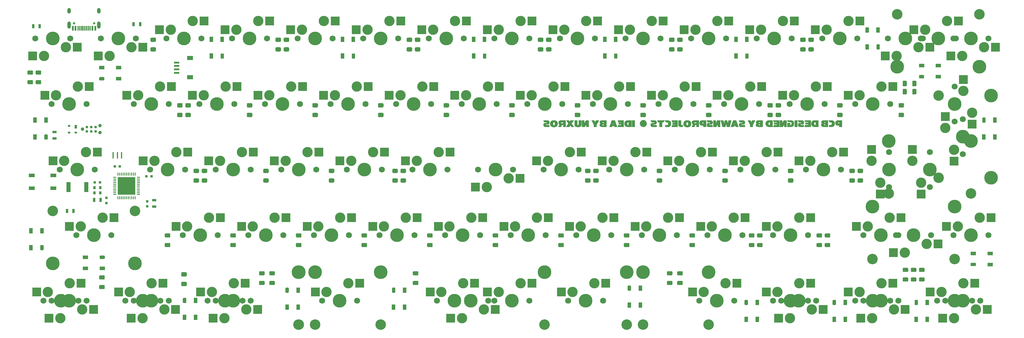
<source format=gbr>
G04 #@! TF.GenerationSoftware,KiCad,Pcbnew,(5.1.10)-1*
G04 #@! TF.CreationDate,2022-02-05T22:18:53+07:00*
G04 #@! TF.ProjectId,krush60hs,6b727573-6836-4306-9873-2e6b69636164,rev?*
G04 #@! TF.SameCoordinates,Original*
G04 #@! TF.FileFunction,Soldermask,Bot*
G04 #@! TF.FilePolarity,Negative*
%FSLAX46Y46*%
G04 Gerber Fmt 4.6, Leading zero omitted, Abs format (unit mm)*
G04 Created by KiCad (PCBNEW (5.1.10)-1) date 2022-02-05 22:18:53*
%MOMM*%
%LPD*%
G01*
G04 APERTURE LIST*
%ADD10C,0.010000*%
%ADD11C,3.987800*%
%ADD12C,3.048000*%
%ADD13R,2.550000X2.500000*%
%ADD14C,1.750000*%
%ADD15C,3.000000*%
%ADD16R,1.550000X0.600000*%
%ADD17R,1.800000X1.200000*%
%ADD18O,1.000000X1.600000*%
%ADD19O,1.000000X2.100000*%
%ADD20C,0.650000*%
%ADD21R,0.300000X1.450000*%
%ADD22R,0.600000X1.450000*%
%ADD23R,2.500000X2.550000*%
%ADD24R,1.800000X1.100000*%
%ADD25R,0.700000X1.000000*%
%ADD26R,0.700000X0.600000*%
%ADD27R,0.700000X1.300000*%
%ADD28R,1.300000X0.700000*%
%ADD29R,0.800000X0.950000*%
%ADD30R,0.800000X0.750000*%
%ADD31R,0.750000X0.800000*%
%ADD32R,1.000000X1.500000*%
%ADD33R,1.500000X1.000000*%
%ADD34R,1.190000X3.000000*%
%ADD35C,0.990600*%
%ADD36C,0.787400*%
%ADD37R,5.150000X5.150000*%
%ADD38R,0.400000X1.900000*%
G04 APERTURE END LIST*
D10*
G36*
X193567615Y-71737112D02*
G01*
X193519281Y-71738142D01*
X193474532Y-71739736D01*
X193434991Y-71741892D01*
X193402279Y-71744611D01*
X193392673Y-71745704D01*
X193291553Y-71761271D01*
X193197888Y-71781948D01*
X193111094Y-71807966D01*
X193030583Y-71839555D01*
X192955768Y-71876946D01*
X192886065Y-71920369D01*
X192820885Y-71970055D01*
X192820352Y-71970502D01*
X192762057Y-72025563D01*
X192710132Y-72087506D01*
X192664613Y-72156258D01*
X192625537Y-72231746D01*
X192592938Y-72313897D01*
X192566851Y-72402639D01*
X192547313Y-72497899D01*
X192540542Y-72543829D01*
X192537998Y-72570616D01*
X192536203Y-72604737D01*
X192535143Y-72644151D01*
X192534803Y-72686816D01*
X192535167Y-72730690D01*
X192536220Y-72773731D01*
X192537946Y-72813896D01*
X192540331Y-72849146D01*
X192543029Y-72874994D01*
X192559639Y-72972422D01*
X192583109Y-73063530D01*
X192613505Y-73148503D01*
X192650892Y-73227529D01*
X192690514Y-73293633D01*
X192713865Y-73325543D01*
X192742860Y-73360262D01*
X192775276Y-73395442D01*
X192808888Y-73428734D01*
X192841471Y-73457791D01*
X192859835Y-73472390D01*
X192922840Y-73515572D01*
X192989401Y-73552985D01*
X193060469Y-73584994D01*
X193136996Y-73611967D01*
X193219932Y-73634270D01*
X193310228Y-73652268D01*
X193338581Y-73656835D01*
X193362031Y-73660305D01*
X193383154Y-73663082D01*
X193403503Y-73665256D01*
X193424630Y-73666917D01*
X193448088Y-73668156D01*
X193475430Y-73669062D01*
X193508208Y-73669727D01*
X193547974Y-73670239D01*
X193573766Y-73670491D01*
X193614079Y-73670714D01*
X193654011Y-73670668D01*
X193691895Y-73670374D01*
X193726063Y-73669854D01*
X193754846Y-73669129D01*
X193776578Y-73668220D01*
X193783081Y-73667798D01*
X193891888Y-73656023D01*
X193994170Y-73637749D01*
X194089870Y-73613007D01*
X194178929Y-73581829D01*
X194261289Y-73544247D01*
X194336891Y-73500294D01*
X194405676Y-73450000D01*
X194467587Y-73393399D01*
X194522564Y-73330522D01*
X194570550Y-73261401D01*
X194591163Y-73225866D01*
X194625927Y-73153229D01*
X194654624Y-73074531D01*
X194677234Y-72990914D01*
X194693738Y-72903523D01*
X194704118Y-72813501D01*
X194708355Y-72721992D01*
X194707630Y-72687426D01*
X193897764Y-72687426D01*
X193897061Y-72748599D01*
X193894158Y-72808327D01*
X193889070Y-72863964D01*
X193884234Y-72898959D01*
X193870438Y-72964764D01*
X193851699Y-73022572D01*
X193828010Y-73072392D01*
X193799362Y-73114233D01*
X193765751Y-73148106D01*
X193727170Y-73174020D01*
X193686655Y-73191039D01*
X193666813Y-73195019D01*
X193641202Y-73196916D01*
X193613223Y-73196741D01*
X193586277Y-73194507D01*
X193565268Y-73190627D01*
X193520695Y-73174411D01*
X193481154Y-73150284D01*
X193446636Y-73118236D01*
X193417132Y-73078254D01*
X193392635Y-73030327D01*
X193373135Y-72974443D01*
X193358624Y-72910591D01*
X193357827Y-72906014D01*
X193351565Y-72860555D01*
X193346973Y-72808638D01*
X193344173Y-72753085D01*
X193343286Y-72696717D01*
X193344433Y-72642357D01*
X193345542Y-72620947D01*
X193350961Y-72554874D01*
X193358641Y-72496954D01*
X193368852Y-72446145D01*
X193381864Y-72401406D01*
X193397947Y-72361696D01*
X193417371Y-72325971D01*
X193425093Y-72314093D01*
X193454938Y-72277844D01*
X193490694Y-72248651D01*
X193522279Y-72230759D01*
X193564202Y-72215595D01*
X193607461Y-72209242D01*
X193650887Y-72211446D01*
X193693310Y-72221950D01*
X193733560Y-72240499D01*
X193770470Y-72266836D01*
X193794098Y-72290226D01*
X193816638Y-72320822D01*
X193837501Y-72359098D01*
X193856018Y-72403383D01*
X193871522Y-72452004D01*
X193883345Y-72503289D01*
X193886507Y-72521672D01*
X193892502Y-72571318D01*
X193896249Y-72627451D01*
X193897764Y-72687426D01*
X194707630Y-72687426D01*
X194706428Y-72630139D01*
X194698320Y-72539086D01*
X194684012Y-72449977D01*
X194663483Y-72363955D01*
X194636716Y-72282164D01*
X194607999Y-72214626D01*
X194582075Y-72164213D01*
X194554706Y-72119371D01*
X194524013Y-72077468D01*
X194488119Y-72035873D01*
X194458340Y-72004977D01*
X194406425Y-71956550D01*
X194354382Y-71915519D01*
X194299791Y-71880287D01*
X194240232Y-71849260D01*
X194187685Y-71826515D01*
X194108784Y-71798038D01*
X194026797Y-71774883D01*
X193939737Y-71756544D01*
X193870099Y-71745671D01*
X193842083Y-71742757D01*
X193806298Y-71740408D01*
X193764366Y-71738622D01*
X193717910Y-71737399D01*
X193668551Y-71736740D01*
X193617912Y-71736644D01*
X193567615Y-71737112D01*
G37*
X193567615Y-71737112D02*
X193519281Y-71738142D01*
X193474532Y-71739736D01*
X193434991Y-71741892D01*
X193402279Y-71744611D01*
X193392673Y-71745704D01*
X193291553Y-71761271D01*
X193197888Y-71781948D01*
X193111094Y-71807966D01*
X193030583Y-71839555D01*
X192955768Y-71876946D01*
X192886065Y-71920369D01*
X192820885Y-71970055D01*
X192820352Y-71970502D01*
X192762057Y-72025563D01*
X192710132Y-72087506D01*
X192664613Y-72156258D01*
X192625537Y-72231746D01*
X192592938Y-72313897D01*
X192566851Y-72402639D01*
X192547313Y-72497899D01*
X192540542Y-72543829D01*
X192537998Y-72570616D01*
X192536203Y-72604737D01*
X192535143Y-72644151D01*
X192534803Y-72686816D01*
X192535167Y-72730690D01*
X192536220Y-72773731D01*
X192537946Y-72813896D01*
X192540331Y-72849146D01*
X192543029Y-72874994D01*
X192559639Y-72972422D01*
X192583109Y-73063530D01*
X192613505Y-73148503D01*
X192650892Y-73227529D01*
X192690514Y-73293633D01*
X192713865Y-73325543D01*
X192742860Y-73360262D01*
X192775276Y-73395442D01*
X192808888Y-73428734D01*
X192841471Y-73457791D01*
X192859835Y-73472390D01*
X192922840Y-73515572D01*
X192989401Y-73552985D01*
X193060469Y-73584994D01*
X193136996Y-73611967D01*
X193219932Y-73634270D01*
X193310228Y-73652268D01*
X193338581Y-73656835D01*
X193362031Y-73660305D01*
X193383154Y-73663082D01*
X193403503Y-73665256D01*
X193424630Y-73666917D01*
X193448088Y-73668156D01*
X193475430Y-73669062D01*
X193508208Y-73669727D01*
X193547974Y-73670239D01*
X193573766Y-73670491D01*
X193614079Y-73670714D01*
X193654011Y-73670668D01*
X193691895Y-73670374D01*
X193726063Y-73669854D01*
X193754846Y-73669129D01*
X193776578Y-73668220D01*
X193783081Y-73667798D01*
X193891888Y-73656023D01*
X193994170Y-73637749D01*
X194089870Y-73613007D01*
X194178929Y-73581829D01*
X194261289Y-73544247D01*
X194336891Y-73500294D01*
X194405676Y-73450000D01*
X194467587Y-73393399D01*
X194522564Y-73330522D01*
X194570550Y-73261401D01*
X194591163Y-73225866D01*
X194625927Y-73153229D01*
X194654624Y-73074531D01*
X194677234Y-72990914D01*
X194693738Y-72903523D01*
X194704118Y-72813501D01*
X194708355Y-72721992D01*
X194707630Y-72687426D01*
X193897764Y-72687426D01*
X193897061Y-72748599D01*
X193894158Y-72808327D01*
X193889070Y-72863964D01*
X193884234Y-72898959D01*
X193870438Y-72964764D01*
X193851699Y-73022572D01*
X193828010Y-73072392D01*
X193799362Y-73114233D01*
X193765751Y-73148106D01*
X193727170Y-73174020D01*
X193686655Y-73191039D01*
X193666813Y-73195019D01*
X193641202Y-73196916D01*
X193613223Y-73196741D01*
X193586277Y-73194507D01*
X193565268Y-73190627D01*
X193520695Y-73174411D01*
X193481154Y-73150284D01*
X193446636Y-73118236D01*
X193417132Y-73078254D01*
X193392635Y-73030327D01*
X193373135Y-72974443D01*
X193358624Y-72910591D01*
X193357827Y-72906014D01*
X193351565Y-72860555D01*
X193346973Y-72808638D01*
X193344173Y-72753085D01*
X193343286Y-72696717D01*
X193344433Y-72642357D01*
X193345542Y-72620947D01*
X193350961Y-72554874D01*
X193358641Y-72496954D01*
X193368852Y-72446145D01*
X193381864Y-72401406D01*
X193397947Y-72361696D01*
X193417371Y-72325971D01*
X193425093Y-72314093D01*
X193454938Y-72277844D01*
X193490694Y-72248651D01*
X193522279Y-72230759D01*
X193564202Y-72215595D01*
X193607461Y-72209242D01*
X193650887Y-72211446D01*
X193693310Y-72221950D01*
X193733560Y-72240499D01*
X193770470Y-72266836D01*
X193794098Y-72290226D01*
X193816638Y-72320822D01*
X193837501Y-72359098D01*
X193856018Y-72403383D01*
X193871522Y-72452004D01*
X193883345Y-72503289D01*
X193886507Y-72521672D01*
X193892502Y-72571318D01*
X193896249Y-72627451D01*
X193897764Y-72687426D01*
X194707630Y-72687426D01*
X194706428Y-72630139D01*
X194698320Y-72539086D01*
X194684012Y-72449977D01*
X194663483Y-72363955D01*
X194636716Y-72282164D01*
X194607999Y-72214626D01*
X194582075Y-72164213D01*
X194554706Y-72119371D01*
X194524013Y-72077468D01*
X194488119Y-72035873D01*
X194458340Y-72004977D01*
X194406425Y-71956550D01*
X194354382Y-71915519D01*
X194299791Y-71880287D01*
X194240232Y-71849260D01*
X194187685Y-71826515D01*
X194108784Y-71798038D01*
X194026797Y-71774883D01*
X193939737Y-71756544D01*
X193870099Y-71745671D01*
X193842083Y-71742757D01*
X193806298Y-71740408D01*
X193764366Y-71738622D01*
X193717910Y-71737399D01*
X193668551Y-71736740D01*
X193617912Y-71736644D01*
X193567615Y-71737112D01*
G36*
X154841928Y-71728141D02*
G01*
X154799194Y-71728857D01*
X154760145Y-71729952D01*
X154726419Y-71731427D01*
X154699649Y-71733280D01*
X154692951Y-71733939D01*
X154605049Y-71745311D01*
X154524654Y-71759756D01*
X154450252Y-71777679D01*
X154380330Y-71799489D01*
X154313371Y-71825591D01*
X154260210Y-71850188D01*
X154183676Y-71892693D01*
X154114315Y-71940943D01*
X154052033Y-71995075D01*
X153996736Y-72055227D01*
X153948330Y-72121537D01*
X153906719Y-72194144D01*
X153871811Y-72273186D01*
X153843511Y-72358800D01*
X153821724Y-72451125D01*
X153812316Y-72505925D01*
X153809526Y-72530529D01*
X153807267Y-72562516D01*
X153805553Y-72600049D01*
X153804393Y-72641287D01*
X153803800Y-72684394D01*
X153803784Y-72727530D01*
X153804358Y-72768857D01*
X153805533Y-72806536D01*
X153807320Y-72838730D01*
X153809731Y-72863600D01*
X153810067Y-72866033D01*
X153818949Y-72920416D01*
X153829705Y-72974247D01*
X153841708Y-73024672D01*
X153854328Y-73068842D01*
X153855662Y-73072996D01*
X153868344Y-73107837D01*
X153884743Y-73146611D01*
X153903680Y-73186968D01*
X153923976Y-73226557D01*
X153944452Y-73263029D01*
X153963929Y-73294033D01*
X153972913Y-73306735D01*
X154026573Y-73371581D01*
X154086031Y-73429736D01*
X154151479Y-73481296D01*
X154223107Y-73526358D01*
X154301107Y-73565017D01*
X154385668Y-73597370D01*
X154476982Y-73623513D01*
X154575240Y-73643542D01*
X154665701Y-73655979D01*
X154687562Y-73657777D01*
X154717132Y-73659332D01*
X154752716Y-73660625D01*
X154792619Y-73661637D01*
X154835145Y-73662352D01*
X154878599Y-73662749D01*
X154921286Y-73662810D01*
X154961511Y-73662518D01*
X154997577Y-73661853D01*
X155027791Y-73660798D01*
X155041025Y-73660062D01*
X155145918Y-73649726D01*
X155245565Y-73632986D01*
X155339652Y-73609978D01*
X155427864Y-73580835D01*
X155509886Y-73545691D01*
X155585404Y-73504680D01*
X155654102Y-73457935D01*
X155715667Y-73405591D01*
X155766932Y-73351189D01*
X155816382Y-73286098D01*
X155858987Y-73216140D01*
X155894972Y-73140787D01*
X155924560Y-73059515D01*
X155947974Y-72971795D01*
X155963906Y-72887199D01*
X155967291Y-72858480D01*
X155969884Y-72822314D01*
X155971685Y-72780630D01*
X155972698Y-72735355D01*
X155972922Y-72688418D01*
X155972686Y-72668739D01*
X155163469Y-72668739D01*
X155163341Y-72711842D01*
X155162568Y-72754648D01*
X155161164Y-72795222D01*
X155159144Y-72831630D01*
X155156524Y-72861936D01*
X155154496Y-72877509D01*
X155141003Y-72944791D01*
X155122960Y-73004011D01*
X155100392Y-73055122D01*
X155073327Y-73098078D01*
X155041789Y-73132831D01*
X155005804Y-73159334D01*
X154997456Y-73163967D01*
X154955157Y-73181499D01*
X154912181Y-73189819D01*
X154867908Y-73188979D01*
X154821716Y-73179031D01*
X154820894Y-73178778D01*
X154778279Y-73160820D01*
X154740387Y-73134748D01*
X154707242Y-73100597D01*
X154678865Y-73058401D01*
X154655278Y-73008194D01*
X154636503Y-72950010D01*
X154622561Y-72883883D01*
X154619489Y-72863681D01*
X154617251Y-72841694D01*
X154615492Y-72812302D01*
X154614213Y-72777358D01*
X154613418Y-72738718D01*
X154613109Y-72698235D01*
X154613288Y-72657765D01*
X154613957Y-72619161D01*
X154615119Y-72584278D01*
X154616775Y-72554971D01*
X154618929Y-72533093D01*
X154619072Y-72532070D01*
X154631249Y-72464275D01*
X154647236Y-72404842D01*
X154667181Y-72353468D01*
X154691233Y-72309848D01*
X154719539Y-72273679D01*
X154752249Y-72244659D01*
X154763037Y-72237240D01*
X154803298Y-72216511D01*
X154845577Y-72204429D01*
X154888725Y-72200780D01*
X154931597Y-72205352D01*
X154973045Y-72217931D01*
X155011923Y-72238305D01*
X155047084Y-72266261D01*
X155072310Y-72294657D01*
X155097707Y-72334589D01*
X155119621Y-72382532D01*
X155137751Y-72437646D01*
X155151796Y-72499090D01*
X155157214Y-72532070D01*
X155159823Y-72557006D01*
X155161725Y-72589386D01*
X155162935Y-72627276D01*
X155163469Y-72668739D01*
X155972686Y-72668739D01*
X155972361Y-72641745D01*
X155971015Y-72597265D01*
X155968886Y-72556905D01*
X155965977Y-72522593D01*
X155963576Y-72503848D01*
X155945386Y-72409288D01*
X155920926Y-72320783D01*
X155890327Y-72238693D01*
X155853721Y-72163382D01*
X155820371Y-72108514D01*
X155770769Y-72042487D01*
X155714573Y-71982743D01*
X155651694Y-71929237D01*
X155582041Y-71881921D01*
X155505526Y-71840749D01*
X155422059Y-71805672D01*
X155331550Y-71776645D01*
X155233909Y-71753621D01*
X155129049Y-71736551D01*
X155106877Y-71733809D01*
X155084140Y-71731852D01*
X155053640Y-71730278D01*
X155017011Y-71729087D01*
X154975890Y-71728279D01*
X154931912Y-71727852D01*
X154886713Y-71727806D01*
X154841928Y-71728141D01*
G37*
X154841928Y-71728141D02*
X154799194Y-71728857D01*
X154760145Y-71729952D01*
X154726419Y-71731427D01*
X154699649Y-71733280D01*
X154692951Y-71733939D01*
X154605049Y-71745311D01*
X154524654Y-71759756D01*
X154450252Y-71777679D01*
X154380330Y-71799489D01*
X154313371Y-71825591D01*
X154260210Y-71850188D01*
X154183676Y-71892693D01*
X154114315Y-71940943D01*
X154052033Y-71995075D01*
X153996736Y-72055227D01*
X153948330Y-72121537D01*
X153906719Y-72194144D01*
X153871811Y-72273186D01*
X153843511Y-72358800D01*
X153821724Y-72451125D01*
X153812316Y-72505925D01*
X153809526Y-72530529D01*
X153807267Y-72562516D01*
X153805553Y-72600049D01*
X153804393Y-72641287D01*
X153803800Y-72684394D01*
X153803784Y-72727530D01*
X153804358Y-72768857D01*
X153805533Y-72806536D01*
X153807320Y-72838730D01*
X153809731Y-72863600D01*
X153810067Y-72866033D01*
X153818949Y-72920416D01*
X153829705Y-72974247D01*
X153841708Y-73024672D01*
X153854328Y-73068842D01*
X153855662Y-73072996D01*
X153868344Y-73107837D01*
X153884743Y-73146611D01*
X153903680Y-73186968D01*
X153923976Y-73226557D01*
X153944452Y-73263029D01*
X153963929Y-73294033D01*
X153972913Y-73306735D01*
X154026573Y-73371581D01*
X154086031Y-73429736D01*
X154151479Y-73481296D01*
X154223107Y-73526358D01*
X154301107Y-73565017D01*
X154385668Y-73597370D01*
X154476982Y-73623513D01*
X154575240Y-73643542D01*
X154665701Y-73655979D01*
X154687562Y-73657777D01*
X154717132Y-73659332D01*
X154752716Y-73660625D01*
X154792619Y-73661637D01*
X154835145Y-73662352D01*
X154878599Y-73662749D01*
X154921286Y-73662810D01*
X154961511Y-73662518D01*
X154997577Y-73661853D01*
X155027791Y-73660798D01*
X155041025Y-73660062D01*
X155145918Y-73649726D01*
X155245565Y-73632986D01*
X155339652Y-73609978D01*
X155427864Y-73580835D01*
X155509886Y-73545691D01*
X155585404Y-73504680D01*
X155654102Y-73457935D01*
X155715667Y-73405591D01*
X155766932Y-73351189D01*
X155816382Y-73286098D01*
X155858987Y-73216140D01*
X155894972Y-73140787D01*
X155924560Y-73059515D01*
X155947974Y-72971795D01*
X155963906Y-72887199D01*
X155967291Y-72858480D01*
X155969884Y-72822314D01*
X155971685Y-72780630D01*
X155972698Y-72735355D01*
X155972922Y-72688418D01*
X155972686Y-72668739D01*
X155163469Y-72668739D01*
X155163341Y-72711842D01*
X155162568Y-72754648D01*
X155161164Y-72795222D01*
X155159144Y-72831630D01*
X155156524Y-72861936D01*
X155154496Y-72877509D01*
X155141003Y-72944791D01*
X155122960Y-73004011D01*
X155100392Y-73055122D01*
X155073327Y-73098078D01*
X155041789Y-73132831D01*
X155005804Y-73159334D01*
X154997456Y-73163967D01*
X154955157Y-73181499D01*
X154912181Y-73189819D01*
X154867908Y-73188979D01*
X154821716Y-73179031D01*
X154820894Y-73178778D01*
X154778279Y-73160820D01*
X154740387Y-73134748D01*
X154707242Y-73100597D01*
X154678865Y-73058401D01*
X154655278Y-73008194D01*
X154636503Y-72950010D01*
X154622561Y-72883883D01*
X154619489Y-72863681D01*
X154617251Y-72841694D01*
X154615492Y-72812302D01*
X154614213Y-72777358D01*
X154613418Y-72738718D01*
X154613109Y-72698235D01*
X154613288Y-72657765D01*
X154613957Y-72619161D01*
X154615119Y-72584278D01*
X154616775Y-72554971D01*
X154618929Y-72533093D01*
X154619072Y-72532070D01*
X154631249Y-72464275D01*
X154647236Y-72404842D01*
X154667181Y-72353468D01*
X154691233Y-72309848D01*
X154719539Y-72273679D01*
X154752249Y-72244659D01*
X154763037Y-72237240D01*
X154803298Y-72216511D01*
X154845577Y-72204429D01*
X154888725Y-72200780D01*
X154931597Y-72205352D01*
X154973045Y-72217931D01*
X155011923Y-72238305D01*
X155047084Y-72266261D01*
X155072310Y-72294657D01*
X155097707Y-72334589D01*
X155119621Y-72382532D01*
X155137751Y-72437646D01*
X155151796Y-72499090D01*
X155157214Y-72532070D01*
X155159823Y-72557006D01*
X155161725Y-72589386D01*
X155162935Y-72627276D01*
X155163469Y-72668739D01*
X155972686Y-72668739D01*
X155972361Y-72641745D01*
X155971015Y-72597265D01*
X155968886Y-72556905D01*
X155965977Y-72522593D01*
X155963576Y-72503848D01*
X155945386Y-72409288D01*
X155920926Y-72320783D01*
X155890327Y-72238693D01*
X155853721Y-72163382D01*
X155820371Y-72108514D01*
X155770769Y-72042487D01*
X155714573Y-71982743D01*
X155651694Y-71929237D01*
X155582041Y-71881921D01*
X155505526Y-71840749D01*
X155422059Y-71805672D01*
X155331550Y-71776645D01*
X155233909Y-71753621D01*
X155129049Y-71736551D01*
X155106877Y-71733809D01*
X155084140Y-71731852D01*
X155053640Y-71730278D01*
X155017011Y-71729087D01*
X154975890Y-71728279D01*
X154931912Y-71727852D01*
X154886713Y-71727806D01*
X154841928Y-71728141D01*
G36*
X162078807Y-72309820D02*
G01*
X162078462Y-72399225D01*
X162078111Y-72479755D01*
X162077739Y-72551944D01*
X162077329Y-72616323D01*
X162076867Y-72673427D01*
X162076335Y-72723787D01*
X162075720Y-72767936D01*
X162075004Y-72806407D01*
X162074174Y-72839733D01*
X162073212Y-72868446D01*
X162072103Y-72893080D01*
X162070832Y-72914167D01*
X162069383Y-72932240D01*
X162067740Y-72947832D01*
X162065888Y-72961475D01*
X162063812Y-72973702D01*
X162061494Y-72985047D01*
X162058921Y-72996041D01*
X162058642Y-72997171D01*
X162044966Y-73037853D01*
X162026019Y-73071516D01*
X162002126Y-73097727D01*
X161973610Y-73116056D01*
X161967420Y-73118722D01*
X161955647Y-73122950D01*
X161943799Y-73125879D01*
X161929779Y-73127742D01*
X161911490Y-73128774D01*
X161886835Y-73129211D01*
X161873155Y-73129275D01*
X161837211Y-73128738D01*
X161808819Y-73126640D01*
X161786191Y-73122544D01*
X161767539Y-73116014D01*
X161751075Y-73106612D01*
X161737607Y-73096159D01*
X161720860Y-73078537D01*
X161706865Y-73056281D01*
X161695375Y-73028555D01*
X161686142Y-72994524D01*
X161678919Y-72953354D01*
X161673461Y-72904209D01*
X161670941Y-72870736D01*
X161670329Y-72856528D01*
X161669740Y-72833619D01*
X161669178Y-72802717D01*
X161668650Y-72764528D01*
X161668161Y-72719761D01*
X161667716Y-72669121D01*
X161667321Y-72613317D01*
X161666982Y-72553054D01*
X161666704Y-72489041D01*
X161666492Y-72421984D01*
X161666352Y-72352590D01*
X161666290Y-72281567D01*
X161666289Y-72274542D01*
X161666192Y-71748903D01*
X160875604Y-71748903D01*
X160877364Y-72356857D01*
X160877621Y-72446220D01*
X160877858Y-72526717D01*
X160878094Y-72598889D01*
X160878348Y-72663275D01*
X160878637Y-72720417D01*
X160878979Y-72770857D01*
X160879394Y-72815133D01*
X160879898Y-72853788D01*
X160880511Y-72887362D01*
X160881251Y-72916396D01*
X160882135Y-72941431D01*
X160883183Y-72963008D01*
X160884412Y-72981667D01*
X160885840Y-72997949D01*
X160887486Y-73012395D01*
X160889368Y-73025546D01*
X160891504Y-73037942D01*
X160893913Y-73050126D01*
X160896612Y-73062636D01*
X160899621Y-73076014D01*
X160901955Y-73086343D01*
X160923298Y-73164196D01*
X160950968Y-73235873D01*
X160985113Y-73301484D01*
X161025881Y-73361138D01*
X161073420Y-73414945D01*
X161127877Y-73463014D01*
X161189401Y-73505455D01*
X161258138Y-73542378D01*
X161334238Y-73573891D01*
X161417848Y-73600105D01*
X161509115Y-73621129D01*
X161608188Y-73637073D01*
X161652081Y-73642272D01*
X161682495Y-73644884D01*
X161720334Y-73647132D01*
X161763623Y-73648980D01*
X161810385Y-73650396D01*
X161858644Y-73651343D01*
X161906423Y-73651789D01*
X161951747Y-73651698D01*
X161992639Y-73651036D01*
X162027124Y-73649768D01*
X162039572Y-73649022D01*
X162141705Y-73639454D01*
X162235808Y-73625436D01*
X162322202Y-73606855D01*
X162401206Y-73583595D01*
X162473141Y-73555545D01*
X162538325Y-73522589D01*
X162597078Y-73484614D01*
X162649720Y-73441505D01*
X162666077Y-73425865D01*
X162712514Y-73374604D01*
X162752030Y-73319672D01*
X162785248Y-73259935D01*
X162812788Y-73194259D01*
X162835273Y-73121508D01*
X162837446Y-73113097D01*
X162841941Y-73094379D01*
X162846017Y-73075018D01*
X162849692Y-73054499D01*
X162852988Y-73032306D01*
X162855922Y-73007923D01*
X162858517Y-72980835D01*
X162860790Y-72950524D01*
X162862763Y-72916475D01*
X162864454Y-72878173D01*
X162865884Y-72835101D01*
X162867073Y-72786743D01*
X162868039Y-72732584D01*
X162868804Y-72672108D01*
X162869387Y-72604798D01*
X162869808Y-72530140D01*
X162870086Y-72447616D01*
X162870242Y-72356711D01*
X162870295Y-72258079D01*
X162870340Y-71748903D01*
X162080876Y-71748903D01*
X162078807Y-72309820D01*
G37*
X162078807Y-72309820D02*
X162078462Y-72399225D01*
X162078111Y-72479755D01*
X162077739Y-72551944D01*
X162077329Y-72616323D01*
X162076867Y-72673427D01*
X162076335Y-72723787D01*
X162075720Y-72767936D01*
X162075004Y-72806407D01*
X162074174Y-72839733D01*
X162073212Y-72868446D01*
X162072103Y-72893080D01*
X162070832Y-72914167D01*
X162069383Y-72932240D01*
X162067740Y-72947832D01*
X162065888Y-72961475D01*
X162063812Y-72973702D01*
X162061494Y-72985047D01*
X162058921Y-72996041D01*
X162058642Y-72997171D01*
X162044966Y-73037853D01*
X162026019Y-73071516D01*
X162002126Y-73097727D01*
X161973610Y-73116056D01*
X161967420Y-73118722D01*
X161955647Y-73122950D01*
X161943799Y-73125879D01*
X161929779Y-73127742D01*
X161911490Y-73128774D01*
X161886835Y-73129211D01*
X161873155Y-73129275D01*
X161837211Y-73128738D01*
X161808819Y-73126640D01*
X161786191Y-73122544D01*
X161767539Y-73116014D01*
X161751075Y-73106612D01*
X161737607Y-73096159D01*
X161720860Y-73078537D01*
X161706865Y-73056281D01*
X161695375Y-73028555D01*
X161686142Y-72994524D01*
X161678919Y-72953354D01*
X161673461Y-72904209D01*
X161670941Y-72870736D01*
X161670329Y-72856528D01*
X161669740Y-72833619D01*
X161669178Y-72802717D01*
X161668650Y-72764528D01*
X161668161Y-72719761D01*
X161667716Y-72669121D01*
X161667321Y-72613317D01*
X161666982Y-72553054D01*
X161666704Y-72489041D01*
X161666492Y-72421984D01*
X161666352Y-72352590D01*
X161666290Y-72281567D01*
X161666289Y-72274542D01*
X161666192Y-71748903D01*
X160875604Y-71748903D01*
X160877364Y-72356857D01*
X160877621Y-72446220D01*
X160877858Y-72526717D01*
X160878094Y-72598889D01*
X160878348Y-72663275D01*
X160878637Y-72720417D01*
X160878979Y-72770857D01*
X160879394Y-72815133D01*
X160879898Y-72853788D01*
X160880511Y-72887362D01*
X160881251Y-72916396D01*
X160882135Y-72941431D01*
X160883183Y-72963008D01*
X160884412Y-72981667D01*
X160885840Y-72997949D01*
X160887486Y-73012395D01*
X160889368Y-73025546D01*
X160891504Y-73037942D01*
X160893913Y-73050126D01*
X160896612Y-73062636D01*
X160899621Y-73076014D01*
X160901955Y-73086343D01*
X160923298Y-73164196D01*
X160950968Y-73235873D01*
X160985113Y-73301484D01*
X161025881Y-73361138D01*
X161073420Y-73414945D01*
X161127877Y-73463014D01*
X161189401Y-73505455D01*
X161258138Y-73542378D01*
X161334238Y-73573891D01*
X161417848Y-73600105D01*
X161509115Y-73621129D01*
X161608188Y-73637073D01*
X161652081Y-73642272D01*
X161682495Y-73644884D01*
X161720334Y-73647132D01*
X161763623Y-73648980D01*
X161810385Y-73650396D01*
X161858644Y-73651343D01*
X161906423Y-73651789D01*
X161951747Y-73651698D01*
X161992639Y-73651036D01*
X162027124Y-73649768D01*
X162039572Y-73649022D01*
X162141705Y-73639454D01*
X162235808Y-73625436D01*
X162322202Y-73606855D01*
X162401206Y-73583595D01*
X162473141Y-73555545D01*
X162538325Y-73522589D01*
X162597078Y-73484614D01*
X162649720Y-73441505D01*
X162666077Y-73425865D01*
X162712514Y-73374604D01*
X162752030Y-73319672D01*
X162785248Y-73259935D01*
X162812788Y-73194259D01*
X162835273Y-73121508D01*
X162837446Y-73113097D01*
X162841941Y-73094379D01*
X162846017Y-73075018D01*
X162849692Y-73054499D01*
X162852988Y-73032306D01*
X162855922Y-73007923D01*
X162858517Y-72980835D01*
X162860790Y-72950524D01*
X162862763Y-72916475D01*
X162864454Y-72878173D01*
X162865884Y-72835101D01*
X162867073Y-72786743D01*
X162868039Y-72732584D01*
X162868804Y-72672108D01*
X162869387Y-72604798D01*
X162869808Y-72530140D01*
X162870086Y-72447616D01*
X162870242Y-72356711D01*
X162870295Y-72258079D01*
X162870340Y-71748903D01*
X162080876Y-71748903D01*
X162078807Y-72309820D01*
G36*
X183868684Y-71749117D02*
G01*
X183796893Y-71749292D01*
X183716870Y-71749633D01*
X183628350Y-71750141D01*
X183531064Y-71750814D01*
X183424746Y-71751651D01*
X183380073Y-71752029D01*
X183017121Y-71755148D01*
X183021609Y-71767312D01*
X183024137Y-71773842D01*
X183029810Y-71788290D01*
X183038301Y-71809835D01*
X183049286Y-71837650D01*
X183062438Y-71870913D01*
X183077432Y-71908799D01*
X183093942Y-71950483D01*
X183111642Y-71995143D01*
X183125444Y-72029949D01*
X183224791Y-72280422D01*
X183597667Y-72280422D01*
X183676798Y-72280481D01*
X183746627Y-72280661D01*
X183807256Y-72280961D01*
X183858789Y-72281385D01*
X183901330Y-72281932D01*
X183934982Y-72282605D01*
X183959849Y-72283404D01*
X183976035Y-72284332D01*
X183983643Y-72285389D01*
X183983784Y-72285439D01*
X184002248Y-72295850D01*
X184016197Y-72311827D01*
X184025960Y-72334166D01*
X184031865Y-72363661D01*
X184034244Y-72401107D01*
X184034316Y-72407422D01*
X184033008Y-72442407D01*
X184028208Y-72469641D01*
X184019287Y-72490330D01*
X184005621Y-72505683D01*
X183986580Y-72516907D01*
X183975260Y-72521213D01*
X183966285Y-72522618D01*
X183948064Y-72523966D01*
X183920760Y-72525253D01*
X183884534Y-72526473D01*
X183839546Y-72527621D01*
X183785960Y-72528692D01*
X183723936Y-72529681D01*
X183707747Y-72529906D01*
X183645893Y-72530804D01*
X183592510Y-72531756D01*
X183546662Y-72532849D01*
X183507414Y-72534172D01*
X183473830Y-72535812D01*
X183444973Y-72537857D01*
X183419907Y-72540394D01*
X183397698Y-72543512D01*
X183377407Y-72547298D01*
X183358101Y-72551839D01*
X183338842Y-72557224D01*
X183318695Y-72563541D01*
X183306746Y-72567494D01*
X183256837Y-72586399D01*
X183214230Y-72607566D01*
X183176880Y-72632189D01*
X183142741Y-72661462D01*
X183138134Y-72665968D01*
X183102447Y-72705991D01*
X183073685Y-72748849D01*
X183051145Y-72795983D01*
X183034122Y-72848831D01*
X183023157Y-72901149D01*
X183018848Y-72937777D01*
X183016734Y-72980915D01*
X183016731Y-73027943D01*
X183018755Y-73076243D01*
X183022722Y-73123198D01*
X183028548Y-73166187D01*
X183032307Y-73186211D01*
X183049383Y-73254724D01*
X183070383Y-73317113D01*
X183094948Y-73372471D01*
X183122719Y-73419887D01*
X183127029Y-73426105D01*
X183160627Y-73466219D01*
X183201776Y-73503367D01*
X183248843Y-73536627D01*
X183300196Y-73565077D01*
X183354203Y-73587795D01*
X183409232Y-73603860D01*
X183455465Y-73611583D01*
X183474552Y-73613459D01*
X183489836Y-73614708D01*
X183499101Y-73615160D01*
X183500784Y-73615034D01*
X183505691Y-73614891D01*
X183519443Y-73614735D01*
X183541481Y-73614568D01*
X183571242Y-73614392D01*
X183608167Y-73614210D01*
X183651693Y-73614022D01*
X183701259Y-73613833D01*
X183756305Y-73613642D01*
X183816269Y-73613454D01*
X183880590Y-73613270D01*
X183948706Y-73613091D01*
X184020057Y-73612921D01*
X184094082Y-73612761D01*
X184101725Y-73612746D01*
X184700315Y-73611534D01*
X184697877Y-73134144D01*
X183775951Y-73129440D01*
X183748413Y-73119040D01*
X183717238Y-73104583D01*
X183694485Y-73087359D01*
X183679302Y-73066177D01*
X183670834Y-73039845D01*
X183668230Y-73007170D01*
X183668230Y-73006975D01*
X183670816Y-72973057D01*
X183678903Y-72946102D01*
X183693208Y-72924974D01*
X183714445Y-72908536D01*
X183736835Y-72898027D01*
X183742433Y-72896259D01*
X183749847Y-72894735D01*
X183759867Y-72893421D01*
X183773284Y-72892284D01*
X183790887Y-72891292D01*
X183813468Y-72890411D01*
X183841816Y-72889608D01*
X183876723Y-72888851D01*
X183918979Y-72888106D01*
X183969374Y-72887340D01*
X184004081Y-72886853D01*
X184064342Y-72885980D01*
X184116141Y-72885082D01*
X184160421Y-72884080D01*
X184198128Y-72882892D01*
X184230204Y-72881438D01*
X184257596Y-72879637D01*
X184281247Y-72877409D01*
X184302102Y-72874672D01*
X184321105Y-72871347D01*
X184339201Y-72867351D01*
X184357333Y-72862605D01*
X184376447Y-72857028D01*
X184385542Y-72854250D01*
X184448951Y-72830300D01*
X184505881Y-72799597D01*
X184556211Y-72762257D01*
X184599818Y-72718398D01*
X184636580Y-72668137D01*
X184666375Y-72611591D01*
X184683113Y-72568056D01*
X184695397Y-72527742D01*
X184704450Y-72489515D01*
X184710641Y-72450809D01*
X184714339Y-72409057D01*
X184715913Y-72361692D01*
X184716030Y-72339218D01*
X184713406Y-72267626D01*
X184705476Y-72203014D01*
X184691835Y-72144333D01*
X184672079Y-72090532D01*
X184645802Y-72040561D01*
X184612598Y-71993370D01*
X184572062Y-71947909D01*
X184560696Y-71936653D01*
X184499829Y-71883705D01*
X184435725Y-71839538D01*
X184368465Y-71804192D01*
X184298133Y-71777705D01*
X184224811Y-71760118D01*
X184178795Y-71753791D01*
X184163224Y-71752611D01*
X184141561Y-71751603D01*
X184113540Y-71750765D01*
X184078891Y-71750097D01*
X184037349Y-71749600D01*
X183988645Y-71749271D01*
X183932512Y-71749110D01*
X183868684Y-71749117D01*
G37*
X183868684Y-71749117D02*
X183796893Y-71749292D01*
X183716870Y-71749633D01*
X183628350Y-71750141D01*
X183531064Y-71750814D01*
X183424746Y-71751651D01*
X183380073Y-71752029D01*
X183017121Y-71755148D01*
X183021609Y-71767312D01*
X183024137Y-71773842D01*
X183029810Y-71788290D01*
X183038301Y-71809835D01*
X183049286Y-71837650D01*
X183062438Y-71870913D01*
X183077432Y-71908799D01*
X183093942Y-71950483D01*
X183111642Y-71995143D01*
X183125444Y-72029949D01*
X183224791Y-72280422D01*
X183597667Y-72280422D01*
X183676798Y-72280481D01*
X183746627Y-72280661D01*
X183807256Y-72280961D01*
X183858789Y-72281385D01*
X183901330Y-72281932D01*
X183934982Y-72282605D01*
X183959849Y-72283404D01*
X183976035Y-72284332D01*
X183983643Y-72285389D01*
X183983784Y-72285439D01*
X184002248Y-72295850D01*
X184016197Y-72311827D01*
X184025960Y-72334166D01*
X184031865Y-72363661D01*
X184034244Y-72401107D01*
X184034316Y-72407422D01*
X184033008Y-72442407D01*
X184028208Y-72469641D01*
X184019287Y-72490330D01*
X184005621Y-72505683D01*
X183986580Y-72516907D01*
X183975260Y-72521213D01*
X183966285Y-72522618D01*
X183948064Y-72523966D01*
X183920760Y-72525253D01*
X183884534Y-72526473D01*
X183839546Y-72527621D01*
X183785960Y-72528692D01*
X183723936Y-72529681D01*
X183707747Y-72529906D01*
X183645893Y-72530804D01*
X183592510Y-72531756D01*
X183546662Y-72532849D01*
X183507414Y-72534172D01*
X183473830Y-72535812D01*
X183444973Y-72537857D01*
X183419907Y-72540394D01*
X183397698Y-72543512D01*
X183377407Y-72547298D01*
X183358101Y-72551839D01*
X183338842Y-72557224D01*
X183318695Y-72563541D01*
X183306746Y-72567494D01*
X183256837Y-72586399D01*
X183214230Y-72607566D01*
X183176880Y-72632189D01*
X183142741Y-72661462D01*
X183138134Y-72665968D01*
X183102447Y-72705991D01*
X183073685Y-72748849D01*
X183051145Y-72795983D01*
X183034122Y-72848831D01*
X183023157Y-72901149D01*
X183018848Y-72937777D01*
X183016734Y-72980915D01*
X183016731Y-73027943D01*
X183018755Y-73076243D01*
X183022722Y-73123198D01*
X183028548Y-73166187D01*
X183032307Y-73186211D01*
X183049383Y-73254724D01*
X183070383Y-73317113D01*
X183094948Y-73372471D01*
X183122719Y-73419887D01*
X183127029Y-73426105D01*
X183160627Y-73466219D01*
X183201776Y-73503367D01*
X183248843Y-73536627D01*
X183300196Y-73565077D01*
X183354203Y-73587795D01*
X183409232Y-73603860D01*
X183455465Y-73611583D01*
X183474552Y-73613459D01*
X183489836Y-73614708D01*
X183499101Y-73615160D01*
X183500784Y-73615034D01*
X183505691Y-73614891D01*
X183519443Y-73614735D01*
X183541481Y-73614568D01*
X183571242Y-73614392D01*
X183608167Y-73614210D01*
X183651693Y-73614022D01*
X183701259Y-73613833D01*
X183756305Y-73613642D01*
X183816269Y-73613454D01*
X183880590Y-73613270D01*
X183948706Y-73613091D01*
X184020057Y-73612921D01*
X184094082Y-73612761D01*
X184101725Y-73612746D01*
X184700315Y-73611534D01*
X184697877Y-73134144D01*
X183775951Y-73129440D01*
X183748413Y-73119040D01*
X183717238Y-73104583D01*
X183694485Y-73087359D01*
X183679302Y-73066177D01*
X183670834Y-73039845D01*
X183668230Y-73007170D01*
X183668230Y-73006975D01*
X183670816Y-72973057D01*
X183678903Y-72946102D01*
X183693208Y-72924974D01*
X183714445Y-72908536D01*
X183736835Y-72898027D01*
X183742433Y-72896259D01*
X183749847Y-72894735D01*
X183759867Y-72893421D01*
X183773284Y-72892284D01*
X183790887Y-72891292D01*
X183813468Y-72890411D01*
X183841816Y-72889608D01*
X183876723Y-72888851D01*
X183918979Y-72888106D01*
X183969374Y-72887340D01*
X184004081Y-72886853D01*
X184064342Y-72885980D01*
X184116141Y-72885082D01*
X184160421Y-72884080D01*
X184198128Y-72882892D01*
X184230204Y-72881438D01*
X184257596Y-72879637D01*
X184281247Y-72877409D01*
X184302102Y-72874672D01*
X184321105Y-72871347D01*
X184339201Y-72867351D01*
X184357333Y-72862605D01*
X184376447Y-72857028D01*
X184385542Y-72854250D01*
X184448951Y-72830300D01*
X184505881Y-72799597D01*
X184556211Y-72762257D01*
X184599818Y-72718398D01*
X184636580Y-72668137D01*
X184666375Y-72611591D01*
X184683113Y-72568056D01*
X184695397Y-72527742D01*
X184704450Y-72489515D01*
X184710641Y-72450809D01*
X184714339Y-72409057D01*
X184715913Y-72361692D01*
X184716030Y-72339218D01*
X184713406Y-72267626D01*
X184705476Y-72203014D01*
X184691835Y-72144333D01*
X184672079Y-72090532D01*
X184645802Y-72040561D01*
X184612598Y-71993370D01*
X184572062Y-71947909D01*
X184560696Y-71936653D01*
X184499829Y-71883705D01*
X184435725Y-71839538D01*
X184368465Y-71804192D01*
X184298133Y-71777705D01*
X184224811Y-71760118D01*
X184178795Y-71753791D01*
X184163224Y-71752611D01*
X184141561Y-71751603D01*
X184113540Y-71750765D01*
X184078891Y-71750097D01*
X184037349Y-71749600D01*
X183988645Y-71749271D01*
X183932512Y-71749110D01*
X183868684Y-71749117D01*
G36*
X191032685Y-72366264D02*
G01*
X191032939Y-72457708D01*
X191033181Y-72540280D01*
X191033433Y-72614516D01*
X191033716Y-72680953D01*
X191034053Y-72740126D01*
X191034465Y-72792570D01*
X191034976Y-72838822D01*
X191035606Y-72879417D01*
X191036379Y-72914892D01*
X191037316Y-72945782D01*
X191038438Y-72972623D01*
X191039770Y-72995950D01*
X191041332Y-73016300D01*
X191043146Y-73034208D01*
X191045235Y-73050211D01*
X191047621Y-73064844D01*
X191050326Y-73078642D01*
X191053372Y-73092143D01*
X191056781Y-73105881D01*
X191060575Y-73120392D01*
X191064378Y-73134713D01*
X191087326Y-73206657D01*
X191116342Y-73271893D01*
X191151665Y-73330640D01*
X191193531Y-73383115D01*
X191242178Y-73429537D01*
X191297842Y-73470125D01*
X191360761Y-73505097D01*
X191431173Y-73534671D01*
X191509313Y-73559065D01*
X191531126Y-73564636D01*
X191567022Y-73572981D01*
X191602438Y-73580240D01*
X191638338Y-73586495D01*
X191675686Y-73591825D01*
X191715445Y-73596310D01*
X191758578Y-73600031D01*
X191806050Y-73603067D01*
X191858823Y-73605498D01*
X191917862Y-73607405D01*
X191984130Y-73608868D01*
X192058590Y-73609967D01*
X192079164Y-73610200D01*
X192324932Y-73612841D01*
X192324932Y-73090337D01*
X192173238Y-73088168D01*
X192126763Y-73087392D01*
X192088663Y-73086483D01*
X192057907Y-73085389D01*
X192033461Y-73084055D01*
X192014294Y-73082426D01*
X191999374Y-73080448D01*
X191989395Y-73078484D01*
X191945870Y-73065238D01*
X191910015Y-73047224D01*
X191880952Y-73023605D01*
X191857805Y-72993546D01*
X191839697Y-72956209D01*
X191829847Y-72926355D01*
X191819448Y-72889551D01*
X191818029Y-72323931D01*
X191816609Y-71758310D01*
X191030987Y-71758310D01*
X191032685Y-72366264D01*
G37*
X191032685Y-72366264D02*
X191032939Y-72457708D01*
X191033181Y-72540280D01*
X191033433Y-72614516D01*
X191033716Y-72680953D01*
X191034053Y-72740126D01*
X191034465Y-72792570D01*
X191034976Y-72838822D01*
X191035606Y-72879417D01*
X191036379Y-72914892D01*
X191037316Y-72945782D01*
X191038438Y-72972623D01*
X191039770Y-72995950D01*
X191041332Y-73016300D01*
X191043146Y-73034208D01*
X191045235Y-73050211D01*
X191047621Y-73064844D01*
X191050326Y-73078642D01*
X191053372Y-73092143D01*
X191056781Y-73105881D01*
X191060575Y-73120392D01*
X191064378Y-73134713D01*
X191087326Y-73206657D01*
X191116342Y-73271893D01*
X191151665Y-73330640D01*
X191193531Y-73383115D01*
X191242178Y-73429537D01*
X191297842Y-73470125D01*
X191360761Y-73505097D01*
X191431173Y-73534671D01*
X191509313Y-73559065D01*
X191531126Y-73564636D01*
X191567022Y-73572981D01*
X191602438Y-73580240D01*
X191638338Y-73586495D01*
X191675686Y-73591825D01*
X191715445Y-73596310D01*
X191758578Y-73600031D01*
X191806050Y-73603067D01*
X191858823Y-73605498D01*
X191917862Y-73607405D01*
X191984130Y-73608868D01*
X192058590Y-73609967D01*
X192079164Y-73610200D01*
X192324932Y-73612841D01*
X192324932Y-73090337D01*
X192173238Y-73088168D01*
X192126763Y-73087392D01*
X192088663Y-73086483D01*
X192057907Y-73085389D01*
X192033461Y-73084055D01*
X192014294Y-73082426D01*
X191999374Y-73080448D01*
X191989395Y-73078484D01*
X191945870Y-73065238D01*
X191910015Y-73047224D01*
X191880952Y-73023605D01*
X191857805Y-72993546D01*
X191839697Y-72956209D01*
X191829847Y-72926355D01*
X191819448Y-72889551D01*
X191818029Y-72323931D01*
X191816609Y-71758310D01*
X191030987Y-71758310D01*
X191032685Y-72366264D01*
G36*
X189969721Y-71755422D02*
G01*
X189880035Y-71755774D01*
X189792889Y-71756132D01*
X189708747Y-71756493D01*
X189628073Y-71756854D01*
X189551332Y-71757213D01*
X189478988Y-71757568D01*
X189411506Y-71757915D01*
X189349349Y-71758252D01*
X189292983Y-71758577D01*
X189242872Y-71758887D01*
X189199480Y-71759180D01*
X189163271Y-71759452D01*
X189134711Y-71759701D01*
X189114263Y-71759925D01*
X189102392Y-71760121D01*
X189099384Y-71760254D01*
X189100781Y-71764781D01*
X189105348Y-71777232D01*
X189112770Y-71796794D01*
X189122731Y-71822655D01*
X189134917Y-71854000D01*
X189149010Y-71890017D01*
X189164697Y-71929891D01*
X189181662Y-71972811D01*
X189189147Y-71991688D01*
X189280406Y-72221625D01*
X190165932Y-72224025D01*
X190165932Y-72445051D01*
X189342784Y-72445051D01*
X189342784Y-72891903D01*
X190165932Y-72891903D01*
X190165932Y-73141199D01*
X189282320Y-73141199D01*
X189268220Y-73177653D01*
X189263507Y-73189726D01*
X189255758Y-73209439D01*
X189245408Y-73235692D01*
X189232892Y-73267382D01*
X189218647Y-73303406D01*
X189203108Y-73342663D01*
X189186710Y-73384050D01*
X189176156Y-73410666D01*
X189160069Y-73451269D01*
X189145103Y-73489136D01*
X189131604Y-73523381D01*
X189119919Y-73553119D01*
X189110397Y-73577464D01*
X189103383Y-73595531D01*
X189099227Y-73606435D01*
X189098192Y-73609398D01*
X189102818Y-73609622D01*
X189116389Y-73609839D01*
X189138442Y-73610050D01*
X189168512Y-73610251D01*
X189206139Y-73610442D01*
X189250857Y-73610623D01*
X189302205Y-73610791D01*
X189359720Y-73610946D01*
X189422938Y-73611087D01*
X189491397Y-73611212D01*
X189564633Y-73611320D01*
X189642183Y-73611410D01*
X189723586Y-73611482D01*
X189808376Y-73611533D01*
X189896092Y-73611562D01*
X189968377Y-73611570D01*
X190838562Y-73611570D01*
X190838562Y-71752086D01*
X189969721Y-71755422D01*
G37*
X189969721Y-71755422D02*
X189880035Y-71755774D01*
X189792889Y-71756132D01*
X189708747Y-71756493D01*
X189628073Y-71756854D01*
X189551332Y-71757213D01*
X189478988Y-71757568D01*
X189411506Y-71757915D01*
X189349349Y-71758252D01*
X189292983Y-71758577D01*
X189242872Y-71758887D01*
X189199480Y-71759180D01*
X189163271Y-71759452D01*
X189134711Y-71759701D01*
X189114263Y-71759925D01*
X189102392Y-71760121D01*
X189099384Y-71760254D01*
X189100781Y-71764781D01*
X189105348Y-71777232D01*
X189112770Y-71796794D01*
X189122731Y-71822655D01*
X189134917Y-71854000D01*
X189149010Y-71890017D01*
X189164697Y-71929891D01*
X189181662Y-71972811D01*
X189189147Y-71991688D01*
X189280406Y-72221625D01*
X190165932Y-72224025D01*
X190165932Y-72445051D01*
X189342784Y-72445051D01*
X189342784Y-72891903D01*
X190165932Y-72891903D01*
X190165932Y-73141199D01*
X189282320Y-73141199D01*
X189268220Y-73177653D01*
X189263507Y-73189726D01*
X189255758Y-73209439D01*
X189245408Y-73235692D01*
X189232892Y-73267382D01*
X189218647Y-73303406D01*
X189203108Y-73342663D01*
X189186710Y-73384050D01*
X189176156Y-73410666D01*
X189160069Y-73451269D01*
X189145103Y-73489136D01*
X189131604Y-73523381D01*
X189119919Y-73553119D01*
X189110397Y-73577464D01*
X189103383Y-73595531D01*
X189099227Y-73606435D01*
X189098192Y-73609398D01*
X189102818Y-73609622D01*
X189116389Y-73609839D01*
X189138442Y-73610050D01*
X189168512Y-73610251D01*
X189206139Y-73610442D01*
X189250857Y-73610623D01*
X189302205Y-73610791D01*
X189359720Y-73610946D01*
X189422938Y-73611087D01*
X189491397Y-73611212D01*
X189564633Y-73611320D01*
X189642183Y-73611410D01*
X189723586Y-73611482D01*
X189808376Y-73611533D01*
X189896092Y-73611562D01*
X189968377Y-73611570D01*
X190838562Y-73611570D01*
X190838562Y-71752086D01*
X189969721Y-71755422D01*
G36*
X187410657Y-71758546D02*
G01*
X187362208Y-71758661D01*
X187317389Y-71758848D01*
X187277007Y-71759108D01*
X187241865Y-71759443D01*
X187212770Y-71759853D01*
X187190527Y-71760341D01*
X187175940Y-71760907D01*
X187169815Y-71761553D01*
X187169673Y-71761674D01*
X187171357Y-71766540D01*
X187176206Y-71779375D01*
X187183918Y-71799403D01*
X187194190Y-71825849D01*
X187206719Y-71857935D01*
X187221202Y-71894887D01*
X187237336Y-71935929D01*
X187254818Y-71980285D01*
X187271587Y-72022730D01*
X187373500Y-72280422D01*
X187564751Y-72280422D01*
X187630603Y-72280639D01*
X187687920Y-72281350D01*
X187737568Y-72282647D01*
X187780410Y-72284619D01*
X187817312Y-72287359D01*
X187849137Y-72290955D01*
X187876750Y-72295499D01*
X187901016Y-72301082D01*
X187922799Y-72307794D01*
X187942963Y-72315726D01*
X187955192Y-72321373D01*
X187989210Y-72343133D01*
X188018409Y-72372901D01*
X188042727Y-72410569D01*
X188062102Y-72456027D01*
X188076469Y-72509168D01*
X188082192Y-72541477D01*
X188085693Y-72572227D01*
X188088292Y-72609647D01*
X188089931Y-72651037D01*
X188090554Y-72693698D01*
X188090104Y-72734931D01*
X188088523Y-72772036D01*
X188087386Y-72787141D01*
X188080002Y-72846901D01*
X188068928Y-72898470D01*
X188053715Y-72942488D01*
X188033912Y-72979596D01*
X188009068Y-73010434D01*
X187978733Y-73035645D01*
X187942455Y-73055867D01*
X187899786Y-73071743D01*
X187884169Y-73076151D01*
X187875965Y-73078248D01*
X187867955Y-73080048D01*
X187859369Y-73081580D01*
X187849438Y-73082869D01*
X187837392Y-73083944D01*
X187822462Y-73084831D01*
X187803878Y-73085559D01*
X187780871Y-73086154D01*
X187752670Y-73086643D01*
X187718507Y-73087054D01*
X187677612Y-73087414D01*
X187629215Y-73087751D01*
X187572546Y-73088091D01*
X187542442Y-73088262D01*
X187240229Y-73089966D01*
X187240229Y-73611570D01*
X187636516Y-73610923D01*
X187697950Y-73610777D01*
X187757535Y-73610548D01*
X187814477Y-73610244D01*
X187867984Y-73609872D01*
X187917263Y-73609442D01*
X187961520Y-73608962D01*
X187999962Y-73608439D01*
X188031797Y-73607881D01*
X188056231Y-73607298D01*
X188072472Y-73606696D01*
X188077488Y-73606373D01*
X188179242Y-73593621D01*
X188275070Y-73573667D01*
X188364926Y-73546524D01*
X188448764Y-73512207D01*
X188526539Y-73470732D01*
X188557488Y-73451113D01*
X188590305Y-73426827D01*
X188625413Y-73396654D01*
X188660611Y-73362798D01*
X188693697Y-73327461D01*
X188722471Y-73292847D01*
X188740220Y-73268199D01*
X188783914Y-73194160D01*
X188820257Y-73115224D01*
X188849362Y-73031046D01*
X188871336Y-72941285D01*
X188886290Y-72845595D01*
X188891126Y-72795970D01*
X188895427Y-72699955D01*
X188893161Y-72605475D01*
X188884515Y-72513410D01*
X188869674Y-72424638D01*
X188848824Y-72340038D01*
X188822152Y-72260490D01*
X188789842Y-72186871D01*
X188752081Y-72120062D01*
X188746229Y-72111088D01*
X188698841Y-72048185D01*
X188644078Y-71990854D01*
X188582330Y-71939359D01*
X188513992Y-71893969D01*
X188439456Y-71854948D01*
X188359113Y-71822564D01*
X188289081Y-71801122D01*
X188243674Y-71789979D01*
X188199151Y-71781097D01*
X188153345Y-71774184D01*
X188104086Y-71768950D01*
X188049205Y-71765106D01*
X188004581Y-71763018D01*
X187982196Y-71762315D01*
X187952975Y-71761666D01*
X187917724Y-71761074D01*
X187877248Y-71760540D01*
X187832351Y-71760065D01*
X187783838Y-71759651D01*
X187732516Y-71759298D01*
X187679189Y-71759007D01*
X187624661Y-71758782D01*
X187569740Y-71758621D01*
X187515228Y-71758528D01*
X187461932Y-71758502D01*
X187410657Y-71758546D01*
G37*
X187410657Y-71758546D02*
X187362208Y-71758661D01*
X187317389Y-71758848D01*
X187277007Y-71759108D01*
X187241865Y-71759443D01*
X187212770Y-71759853D01*
X187190527Y-71760341D01*
X187175940Y-71760907D01*
X187169815Y-71761553D01*
X187169673Y-71761674D01*
X187171357Y-71766540D01*
X187176206Y-71779375D01*
X187183918Y-71799403D01*
X187194190Y-71825849D01*
X187206719Y-71857935D01*
X187221202Y-71894887D01*
X187237336Y-71935929D01*
X187254818Y-71980285D01*
X187271587Y-72022730D01*
X187373500Y-72280422D01*
X187564751Y-72280422D01*
X187630603Y-72280639D01*
X187687920Y-72281350D01*
X187737568Y-72282647D01*
X187780410Y-72284619D01*
X187817312Y-72287359D01*
X187849137Y-72290955D01*
X187876750Y-72295499D01*
X187901016Y-72301082D01*
X187922799Y-72307794D01*
X187942963Y-72315726D01*
X187955192Y-72321373D01*
X187989210Y-72343133D01*
X188018409Y-72372901D01*
X188042727Y-72410569D01*
X188062102Y-72456027D01*
X188076469Y-72509168D01*
X188082192Y-72541477D01*
X188085693Y-72572227D01*
X188088292Y-72609647D01*
X188089931Y-72651037D01*
X188090554Y-72693698D01*
X188090104Y-72734931D01*
X188088523Y-72772036D01*
X188087386Y-72787141D01*
X188080002Y-72846901D01*
X188068928Y-72898470D01*
X188053715Y-72942488D01*
X188033912Y-72979596D01*
X188009068Y-73010434D01*
X187978733Y-73035645D01*
X187942455Y-73055867D01*
X187899786Y-73071743D01*
X187884169Y-73076151D01*
X187875965Y-73078248D01*
X187867955Y-73080048D01*
X187859369Y-73081580D01*
X187849438Y-73082869D01*
X187837392Y-73083944D01*
X187822462Y-73084831D01*
X187803878Y-73085559D01*
X187780871Y-73086154D01*
X187752670Y-73086643D01*
X187718507Y-73087054D01*
X187677612Y-73087414D01*
X187629215Y-73087751D01*
X187572546Y-73088091D01*
X187542442Y-73088262D01*
X187240229Y-73089966D01*
X187240229Y-73611570D01*
X187636516Y-73610923D01*
X187697950Y-73610777D01*
X187757535Y-73610548D01*
X187814477Y-73610244D01*
X187867984Y-73609872D01*
X187917263Y-73609442D01*
X187961520Y-73608962D01*
X187999962Y-73608439D01*
X188031797Y-73607881D01*
X188056231Y-73607298D01*
X188072472Y-73606696D01*
X188077488Y-73606373D01*
X188179242Y-73593621D01*
X188275070Y-73573667D01*
X188364926Y-73546524D01*
X188448764Y-73512207D01*
X188526539Y-73470732D01*
X188557488Y-73451113D01*
X188590305Y-73426827D01*
X188625413Y-73396654D01*
X188660611Y-73362798D01*
X188693697Y-73327461D01*
X188722471Y-73292847D01*
X188740220Y-73268199D01*
X188783914Y-73194160D01*
X188820257Y-73115224D01*
X188849362Y-73031046D01*
X188871336Y-72941285D01*
X188886290Y-72845595D01*
X188891126Y-72795970D01*
X188895427Y-72699955D01*
X188893161Y-72605475D01*
X188884515Y-72513410D01*
X188869674Y-72424638D01*
X188848824Y-72340038D01*
X188822152Y-72260490D01*
X188789842Y-72186871D01*
X188752081Y-72120062D01*
X188746229Y-72111088D01*
X188698841Y-72048185D01*
X188644078Y-71990854D01*
X188582330Y-71939359D01*
X188513992Y-71893969D01*
X188439456Y-71854948D01*
X188359113Y-71822564D01*
X188289081Y-71801122D01*
X188243674Y-71789979D01*
X188199151Y-71781097D01*
X188153345Y-71774184D01*
X188104086Y-71768950D01*
X188049205Y-71765106D01*
X188004581Y-71763018D01*
X187982196Y-71762315D01*
X187952975Y-71761666D01*
X187917724Y-71761074D01*
X187877248Y-71760540D01*
X187832351Y-71760065D01*
X187783838Y-71759651D01*
X187732516Y-71759298D01*
X187679189Y-71759007D01*
X187624661Y-71758782D01*
X187569740Y-71758621D01*
X187515228Y-71758528D01*
X187461932Y-71758502D01*
X187410657Y-71758546D01*
G36*
X184923962Y-71768894D02*
G01*
X184926384Y-71775566D01*
X184931847Y-71789955D01*
X184939947Y-71811019D01*
X184950283Y-71837721D01*
X184962453Y-71869020D01*
X184976053Y-71903878D01*
X184990681Y-71941256D01*
X184991799Y-71944107D01*
X185008213Y-71985991D01*
X185025140Y-72029216D01*
X185041885Y-72072007D01*
X185057755Y-72112586D01*
X185072054Y-72149180D01*
X185084088Y-72180011D01*
X185090683Y-72196931D01*
X185125023Y-72285125D01*
X185550071Y-72285125D01*
X185553187Y-72469340D01*
X185553637Y-72500987D01*
X185554068Y-72541053D01*
X185554474Y-72588550D01*
X185554852Y-72642491D01*
X185555197Y-72701888D01*
X185555503Y-72765753D01*
X185555767Y-72833098D01*
X185555983Y-72902934D01*
X185556147Y-72974275D01*
X185556255Y-73046132D01*
X185556301Y-73117517D01*
X185556303Y-73132562D01*
X185556303Y-73611570D01*
X186341821Y-73611570D01*
X186341821Y-72280422D01*
X186554664Y-72280377D01*
X186767506Y-72280333D01*
X186867366Y-72027553D01*
X186885701Y-71981129D01*
X186903048Y-71937181D01*
X186919090Y-71896512D01*
X186933512Y-71859927D01*
X186945996Y-71828231D01*
X186956225Y-71802226D01*
X186963882Y-71782719D01*
X186968652Y-71770511D01*
X186970175Y-71766542D01*
X186970188Y-71765613D01*
X186969292Y-71764756D01*
X186967120Y-71763969D01*
X186963310Y-71763248D01*
X186957494Y-71762591D01*
X186949309Y-71761995D01*
X186938390Y-71761457D01*
X186924371Y-71760974D01*
X186906888Y-71760542D01*
X186885576Y-71760160D01*
X186860069Y-71759824D01*
X186830003Y-71759531D01*
X186795012Y-71759278D01*
X186754733Y-71759062D01*
X186708799Y-71758881D01*
X186656846Y-71758731D01*
X186598510Y-71758610D01*
X186533424Y-71758514D01*
X186461224Y-71758441D01*
X186381545Y-71758387D01*
X186294022Y-71758350D01*
X186198291Y-71758327D01*
X186093985Y-71758315D01*
X185980741Y-71758311D01*
X185946896Y-71758310D01*
X184920669Y-71758310D01*
X184923962Y-71768894D01*
G37*
X184923962Y-71768894D02*
X184926384Y-71775566D01*
X184931847Y-71789955D01*
X184939947Y-71811019D01*
X184950283Y-71837721D01*
X184962453Y-71869020D01*
X184976053Y-71903878D01*
X184990681Y-71941256D01*
X184991799Y-71944107D01*
X185008213Y-71985991D01*
X185025140Y-72029216D01*
X185041885Y-72072007D01*
X185057755Y-72112586D01*
X185072054Y-72149180D01*
X185084088Y-72180011D01*
X185090683Y-72196931D01*
X185125023Y-72285125D01*
X185550071Y-72285125D01*
X185553187Y-72469340D01*
X185553637Y-72500987D01*
X185554068Y-72541053D01*
X185554474Y-72588550D01*
X185554852Y-72642491D01*
X185555197Y-72701888D01*
X185555503Y-72765753D01*
X185555767Y-72833098D01*
X185555983Y-72902934D01*
X185556147Y-72974275D01*
X185556255Y-73046132D01*
X185556301Y-73117517D01*
X185556303Y-73132562D01*
X185556303Y-73611570D01*
X186341821Y-73611570D01*
X186341821Y-72280422D01*
X186554664Y-72280377D01*
X186767506Y-72280333D01*
X186867366Y-72027553D01*
X186885701Y-71981129D01*
X186903048Y-71937181D01*
X186919090Y-71896512D01*
X186933512Y-71859927D01*
X186945996Y-71828231D01*
X186956225Y-71802226D01*
X186963882Y-71782719D01*
X186968652Y-71770511D01*
X186970175Y-71766542D01*
X186970188Y-71765613D01*
X186969292Y-71764756D01*
X186967120Y-71763969D01*
X186963310Y-71763248D01*
X186957494Y-71762591D01*
X186949309Y-71761995D01*
X186938390Y-71761457D01*
X186924371Y-71760974D01*
X186906888Y-71760542D01*
X186885576Y-71760160D01*
X186860069Y-71759824D01*
X186830003Y-71759531D01*
X186795012Y-71759278D01*
X186754733Y-71759062D01*
X186708799Y-71758881D01*
X186656846Y-71758731D01*
X186598510Y-71758610D01*
X186533424Y-71758514D01*
X186461224Y-71758441D01*
X186381545Y-71758387D01*
X186294022Y-71758350D01*
X186198291Y-71758327D01*
X186093985Y-71758315D01*
X185980741Y-71758311D01*
X185946896Y-71758310D01*
X184920669Y-71758310D01*
X184923962Y-71768894D01*
G36*
X202167412Y-72088383D02*
G01*
X202131059Y-72157461D01*
X202098804Y-72218822D01*
X202070347Y-72273062D01*
X202045386Y-72320780D01*
X202023620Y-72362572D01*
X202004748Y-72399037D01*
X201988470Y-72430771D01*
X201974483Y-72458373D01*
X201962487Y-72482439D01*
X201952181Y-72503568D01*
X201943264Y-72522357D01*
X201935435Y-72539403D01*
X201928391Y-72555304D01*
X201921834Y-72570657D01*
X201915460Y-72586061D01*
X201910654Y-72597922D01*
X201901462Y-72620390D01*
X201893243Y-72639809D01*
X201886746Y-72654454D01*
X201882721Y-72662603D01*
X201882096Y-72663538D01*
X201881540Y-72659581D01*
X201881008Y-72646845D01*
X201880504Y-72625959D01*
X201880034Y-72597552D01*
X201879605Y-72562254D01*
X201879220Y-72520692D01*
X201878886Y-72473497D01*
X201878608Y-72421296D01*
X201878391Y-72364718D01*
X201878242Y-72304393D01*
X201878164Y-72240950D01*
X201878155Y-72208455D01*
X201878155Y-71748903D01*
X201214932Y-71748903D01*
X201214932Y-73606866D01*
X201611819Y-73606866D01*
X201685165Y-73606839D01*
X201749602Y-73606751D01*
X201805628Y-73606597D01*
X201853740Y-73606368D01*
X201894438Y-73606057D01*
X201928218Y-73605658D01*
X201955580Y-73605162D01*
X201977020Y-73604563D01*
X201993038Y-73603852D01*
X202004131Y-73603024D01*
X202010797Y-73602070D01*
X202013533Y-73600986D01*
X202016569Y-73595880D01*
X202023643Y-73583209D01*
X202034360Y-73563708D01*
X202048326Y-73538110D01*
X202065145Y-73507150D01*
X202084425Y-73471561D01*
X202105769Y-73432077D01*
X202128785Y-73389432D01*
X202153077Y-73344360D01*
X202178251Y-73297594D01*
X202203912Y-73249869D01*
X202229667Y-73201919D01*
X202255120Y-73154476D01*
X202279878Y-73108276D01*
X202303546Y-73064051D01*
X202325729Y-73022537D01*
X202346033Y-72984466D01*
X202364063Y-72950573D01*
X202379426Y-72921591D01*
X202391726Y-72898254D01*
X202400570Y-72881296D01*
X202404756Y-72873088D01*
X202414842Y-72852203D01*
X202427201Y-72825616D01*
X202440472Y-72796304D01*
X202453299Y-72767242D01*
X202457160Y-72758313D01*
X202487284Y-72688222D01*
X202489682Y-73606866D01*
X202789520Y-73605945D01*
X202842779Y-73605757D01*
X202894013Y-73605530D01*
X202942318Y-73605270D01*
X202986791Y-73604986D01*
X203026527Y-73604683D01*
X203060622Y-73604368D01*
X203088173Y-73604050D01*
X203108275Y-73603734D01*
X203120025Y-73603428D01*
X203121108Y-73603378D01*
X203152858Y-73601732D01*
X203152858Y-71748903D01*
X202346132Y-71748903D01*
X202167412Y-72088383D01*
G37*
X202167412Y-72088383D02*
X202131059Y-72157461D01*
X202098804Y-72218822D01*
X202070347Y-72273062D01*
X202045386Y-72320780D01*
X202023620Y-72362572D01*
X202004748Y-72399037D01*
X201988470Y-72430771D01*
X201974483Y-72458373D01*
X201962487Y-72482439D01*
X201952181Y-72503568D01*
X201943264Y-72522357D01*
X201935435Y-72539403D01*
X201928391Y-72555304D01*
X201921834Y-72570657D01*
X201915460Y-72586061D01*
X201910654Y-72597922D01*
X201901462Y-72620390D01*
X201893243Y-72639809D01*
X201886746Y-72654454D01*
X201882721Y-72662603D01*
X201882096Y-72663538D01*
X201881540Y-72659581D01*
X201881008Y-72646845D01*
X201880504Y-72625959D01*
X201880034Y-72597552D01*
X201879605Y-72562254D01*
X201879220Y-72520692D01*
X201878886Y-72473497D01*
X201878608Y-72421296D01*
X201878391Y-72364718D01*
X201878242Y-72304393D01*
X201878164Y-72240950D01*
X201878155Y-72208455D01*
X201878155Y-71748903D01*
X201214932Y-71748903D01*
X201214932Y-73606866D01*
X201611819Y-73606866D01*
X201685165Y-73606839D01*
X201749602Y-73606751D01*
X201805628Y-73606597D01*
X201853740Y-73606368D01*
X201894438Y-73606057D01*
X201928218Y-73605658D01*
X201955580Y-73605162D01*
X201977020Y-73604563D01*
X201993038Y-73603852D01*
X202004131Y-73603024D01*
X202010797Y-73602070D01*
X202013533Y-73600986D01*
X202016569Y-73595880D01*
X202023643Y-73583209D01*
X202034360Y-73563708D01*
X202048326Y-73538110D01*
X202065145Y-73507150D01*
X202084425Y-73471561D01*
X202105769Y-73432077D01*
X202128785Y-73389432D01*
X202153077Y-73344360D01*
X202178251Y-73297594D01*
X202203912Y-73249869D01*
X202229667Y-73201919D01*
X202255120Y-73154476D01*
X202279878Y-73108276D01*
X202303546Y-73064051D01*
X202325729Y-73022537D01*
X202346033Y-72984466D01*
X202364063Y-72950573D01*
X202379426Y-72921591D01*
X202391726Y-72898254D01*
X202400570Y-72881296D01*
X202404756Y-72873088D01*
X202414842Y-72852203D01*
X202427201Y-72825616D01*
X202440472Y-72796304D01*
X202453299Y-72767242D01*
X202457160Y-72758313D01*
X202487284Y-72688222D01*
X202489682Y-73606866D01*
X202789520Y-73605945D01*
X202842779Y-73605757D01*
X202894013Y-73605530D01*
X202942318Y-73605270D01*
X202986791Y-73604986D01*
X203026527Y-73604683D01*
X203060622Y-73604368D01*
X203088173Y-73604050D01*
X203108275Y-73603734D01*
X203120025Y-73603428D01*
X203121108Y-73603378D01*
X203152858Y-73601732D01*
X203152858Y-71748903D01*
X202346132Y-71748903D01*
X202167412Y-72088383D01*
G36*
X199364430Y-71879294D02*
G01*
X199381213Y-71921696D01*
X199400007Y-71969196D01*
X199419658Y-72018876D01*
X199439011Y-72067820D01*
X199456913Y-72113108D01*
X199468618Y-72142732D01*
X199519212Y-72270801D01*
X199898711Y-72272083D01*
X199967316Y-72272320D01*
X200027140Y-72272545D01*
X200078808Y-72272776D01*
X200122948Y-72273032D01*
X200160185Y-72273329D01*
X200191144Y-72273684D01*
X200216454Y-72274116D01*
X200236738Y-72274642D01*
X200252624Y-72275278D01*
X200264738Y-72276043D01*
X200273705Y-72276954D01*
X200280152Y-72278028D01*
X200284705Y-72279283D01*
X200287991Y-72280737D01*
X200290634Y-72282405D01*
X200291488Y-72283018D01*
X200301325Y-72292888D01*
X200311659Y-72307336D01*
X200316525Y-72315944D01*
X200321518Y-72326653D01*
X200324866Y-72336832D01*
X200326890Y-72348738D01*
X200327915Y-72364623D01*
X200328262Y-72386744D01*
X200328284Y-72398014D01*
X200328109Y-72423406D01*
X200327383Y-72441561D01*
X200325810Y-72454646D01*
X200323091Y-72464828D01*
X200318929Y-72474275D01*
X200317403Y-72477197D01*
X200305847Y-72493596D01*
X200289971Y-72505054D01*
X200284477Y-72507759D01*
X200279319Y-72510019D01*
X200273903Y-72511931D01*
X200267406Y-72513534D01*
X200259006Y-72514870D01*
X200247878Y-72515978D01*
X200233200Y-72516899D01*
X200214148Y-72517673D01*
X200189900Y-72518340D01*
X200159631Y-72518942D01*
X200122519Y-72519518D01*
X200077740Y-72520108D01*
X200024471Y-72520754D01*
X200017840Y-72520833D01*
X199959764Y-72521574D01*
X199910225Y-72522333D01*
X199868351Y-72523143D01*
X199833273Y-72524036D01*
X199804119Y-72525043D01*
X199780019Y-72526198D01*
X199760101Y-72527532D01*
X199743495Y-72529078D01*
X199729331Y-72530868D01*
X199723858Y-72531707D01*
X199673475Y-72540868D01*
X199629871Y-72551245D01*
X199590427Y-72563645D01*
X199552524Y-72578876D01*
X199519247Y-72594812D01*
X199476130Y-72621612D01*
X199435712Y-72656095D01*
X199399499Y-72696612D01*
X199368995Y-72741514D01*
X199348810Y-72781588D01*
X199330834Y-72834149D01*
X199318600Y-72892575D01*
X199311950Y-72955401D01*
X199310726Y-73021165D01*
X199314771Y-73088402D01*
X199323928Y-73155649D01*
X199338038Y-73221442D01*
X199356945Y-73284319D01*
X199380490Y-73342814D01*
X199408516Y-73395465D01*
X199416199Y-73407535D01*
X199448572Y-73448963D01*
X199488757Y-73487821D01*
X199535276Y-73523028D01*
X199586651Y-73553501D01*
X199641406Y-73578160D01*
X199656929Y-73583801D01*
X199666335Y-73587024D01*
X199675242Y-73589932D01*
X199684156Y-73592541D01*
X199693584Y-73594867D01*
X199704035Y-73596927D01*
X199716014Y-73598736D01*
X199730029Y-73600312D01*
X199746588Y-73601669D01*
X199766197Y-73602825D01*
X199789363Y-73603795D01*
X199816595Y-73604596D01*
X199848398Y-73605244D01*
X199885280Y-73605755D01*
X199927748Y-73606146D01*
X199976310Y-73606432D01*
X200031472Y-73606630D01*
X200093742Y-73606757D01*
X200163627Y-73606827D01*
X200241634Y-73606858D01*
X200328270Y-73606866D01*
X200993858Y-73606866D01*
X200993858Y-73128108D01*
X200543479Y-73125665D01*
X200455535Y-73125134D01*
X200376392Y-73124541D01*
X200306119Y-73123889D01*
X200244786Y-73123179D01*
X200192463Y-73122411D01*
X200149222Y-73121587D01*
X200115131Y-73120708D01*
X200090262Y-73119775D01*
X200074684Y-73118789D01*
X200069581Y-73118121D01*
X200038503Y-73108459D01*
X200010851Y-73094254D01*
X199988960Y-73076853D01*
X199980469Y-73066761D01*
X199972660Y-73054253D01*
X199968022Y-73042064D01*
X199965528Y-73026633D01*
X199964471Y-73011257D01*
X199965540Y-72974472D01*
X199973005Y-72944346D01*
X199987149Y-72920386D01*
X200008256Y-72902099D01*
X200034423Y-72889739D01*
X200040681Y-72887759D01*
X200047744Y-72886066D01*
X200056428Y-72884626D01*
X200067548Y-72883403D01*
X200081918Y-72882360D01*
X200100354Y-72881462D01*
X200123669Y-72880673D01*
X200152680Y-72879958D01*
X200188201Y-72879281D01*
X200231046Y-72878606D01*
X200282030Y-72877898D01*
X200314173Y-72877476D01*
X200373932Y-72876670D01*
X200425214Y-72875857D01*
X200468953Y-72874953D01*
X200506078Y-72873873D01*
X200537521Y-72872533D01*
X200564213Y-72870849D01*
X200587086Y-72868735D01*
X200607071Y-72866106D01*
X200625099Y-72862880D01*
X200642101Y-72858970D01*
X200659009Y-72854292D01*
X200676755Y-72848762D01*
X200694318Y-72842951D01*
X200756106Y-72817690D01*
X200811461Y-72785624D01*
X200860295Y-72746894D01*
X200902520Y-72701643D01*
X200938046Y-72650012D01*
X200966785Y-72592143D01*
X200988647Y-72528178D01*
X201003545Y-72458259D01*
X201011389Y-72382527D01*
X201012673Y-72334514D01*
X201009897Y-72261506D01*
X201001322Y-72195230D01*
X200986573Y-72134731D01*
X200965279Y-72079058D01*
X200937066Y-72027257D01*
X200901561Y-71978376D01*
X200858392Y-71931461D01*
X200852824Y-71926057D01*
X200796979Y-71877307D01*
X200738901Y-71836531D01*
X200677034Y-71802862D01*
X200609823Y-71775432D01*
X200549810Y-71757035D01*
X200544172Y-71755550D01*
X200538592Y-71754216D01*
X200532561Y-71753022D01*
X200525566Y-71751961D01*
X200517096Y-71751022D01*
X200506640Y-71750195D01*
X200493686Y-71749473D01*
X200477723Y-71748845D01*
X200458240Y-71748301D01*
X200434726Y-71747834D01*
X200406669Y-71747433D01*
X200373557Y-71747089D01*
X200334880Y-71746793D01*
X200290126Y-71746535D01*
X200238783Y-71746306D01*
X200180341Y-71746097D01*
X200114289Y-71745899D01*
X200040114Y-71745701D01*
X199957305Y-71745495D01*
X199911282Y-71745383D01*
X199310836Y-71743926D01*
X199364430Y-71879294D01*
G37*
X199364430Y-71879294D02*
X199381213Y-71921696D01*
X199400007Y-71969196D01*
X199419658Y-72018876D01*
X199439011Y-72067820D01*
X199456913Y-72113108D01*
X199468618Y-72142732D01*
X199519212Y-72270801D01*
X199898711Y-72272083D01*
X199967316Y-72272320D01*
X200027140Y-72272545D01*
X200078808Y-72272776D01*
X200122948Y-72273032D01*
X200160185Y-72273329D01*
X200191144Y-72273684D01*
X200216454Y-72274116D01*
X200236738Y-72274642D01*
X200252624Y-72275278D01*
X200264738Y-72276043D01*
X200273705Y-72276954D01*
X200280152Y-72278028D01*
X200284705Y-72279283D01*
X200287991Y-72280737D01*
X200290634Y-72282405D01*
X200291488Y-72283018D01*
X200301325Y-72292888D01*
X200311659Y-72307336D01*
X200316525Y-72315944D01*
X200321518Y-72326653D01*
X200324866Y-72336832D01*
X200326890Y-72348738D01*
X200327915Y-72364623D01*
X200328262Y-72386744D01*
X200328284Y-72398014D01*
X200328109Y-72423406D01*
X200327383Y-72441561D01*
X200325810Y-72454646D01*
X200323091Y-72464828D01*
X200318929Y-72474275D01*
X200317403Y-72477197D01*
X200305847Y-72493596D01*
X200289971Y-72505054D01*
X200284477Y-72507759D01*
X200279319Y-72510019D01*
X200273903Y-72511931D01*
X200267406Y-72513534D01*
X200259006Y-72514870D01*
X200247878Y-72515978D01*
X200233200Y-72516899D01*
X200214148Y-72517673D01*
X200189900Y-72518340D01*
X200159631Y-72518942D01*
X200122519Y-72519518D01*
X200077740Y-72520108D01*
X200024471Y-72520754D01*
X200017840Y-72520833D01*
X199959764Y-72521574D01*
X199910225Y-72522333D01*
X199868351Y-72523143D01*
X199833273Y-72524036D01*
X199804119Y-72525043D01*
X199780019Y-72526198D01*
X199760101Y-72527532D01*
X199743495Y-72529078D01*
X199729331Y-72530868D01*
X199723858Y-72531707D01*
X199673475Y-72540868D01*
X199629871Y-72551245D01*
X199590427Y-72563645D01*
X199552524Y-72578876D01*
X199519247Y-72594812D01*
X199476130Y-72621612D01*
X199435712Y-72656095D01*
X199399499Y-72696612D01*
X199368995Y-72741514D01*
X199348810Y-72781588D01*
X199330834Y-72834149D01*
X199318600Y-72892575D01*
X199311950Y-72955401D01*
X199310726Y-73021165D01*
X199314771Y-73088402D01*
X199323928Y-73155649D01*
X199338038Y-73221442D01*
X199356945Y-73284319D01*
X199380490Y-73342814D01*
X199408516Y-73395465D01*
X199416199Y-73407535D01*
X199448572Y-73448963D01*
X199488757Y-73487821D01*
X199535276Y-73523028D01*
X199586651Y-73553501D01*
X199641406Y-73578160D01*
X199656929Y-73583801D01*
X199666335Y-73587024D01*
X199675242Y-73589932D01*
X199684156Y-73592541D01*
X199693584Y-73594867D01*
X199704035Y-73596927D01*
X199716014Y-73598736D01*
X199730029Y-73600312D01*
X199746588Y-73601669D01*
X199766197Y-73602825D01*
X199789363Y-73603795D01*
X199816595Y-73604596D01*
X199848398Y-73605244D01*
X199885280Y-73605755D01*
X199927748Y-73606146D01*
X199976310Y-73606432D01*
X200031472Y-73606630D01*
X200093742Y-73606757D01*
X200163627Y-73606827D01*
X200241634Y-73606858D01*
X200328270Y-73606866D01*
X200993858Y-73606866D01*
X200993858Y-73128108D01*
X200543479Y-73125665D01*
X200455535Y-73125134D01*
X200376392Y-73124541D01*
X200306119Y-73123889D01*
X200244786Y-73123179D01*
X200192463Y-73122411D01*
X200149222Y-73121587D01*
X200115131Y-73120708D01*
X200090262Y-73119775D01*
X200074684Y-73118789D01*
X200069581Y-73118121D01*
X200038503Y-73108459D01*
X200010851Y-73094254D01*
X199988960Y-73076853D01*
X199980469Y-73066761D01*
X199972660Y-73054253D01*
X199968022Y-73042064D01*
X199965528Y-73026633D01*
X199964471Y-73011257D01*
X199965540Y-72974472D01*
X199973005Y-72944346D01*
X199987149Y-72920386D01*
X200008256Y-72902099D01*
X200034423Y-72889739D01*
X200040681Y-72887759D01*
X200047744Y-72886066D01*
X200056428Y-72884626D01*
X200067548Y-72883403D01*
X200081918Y-72882360D01*
X200100354Y-72881462D01*
X200123669Y-72880673D01*
X200152680Y-72879958D01*
X200188201Y-72879281D01*
X200231046Y-72878606D01*
X200282030Y-72877898D01*
X200314173Y-72877476D01*
X200373932Y-72876670D01*
X200425214Y-72875857D01*
X200468953Y-72874953D01*
X200506078Y-72873873D01*
X200537521Y-72872533D01*
X200564213Y-72870849D01*
X200587086Y-72868735D01*
X200607071Y-72866106D01*
X200625099Y-72862880D01*
X200642101Y-72858970D01*
X200659009Y-72854292D01*
X200676755Y-72848762D01*
X200694318Y-72842951D01*
X200756106Y-72817690D01*
X200811461Y-72785624D01*
X200860295Y-72746894D01*
X200902520Y-72701643D01*
X200938046Y-72650012D01*
X200966785Y-72592143D01*
X200988647Y-72528178D01*
X201003545Y-72458259D01*
X201011389Y-72382527D01*
X201012673Y-72334514D01*
X201009897Y-72261506D01*
X201001322Y-72195230D01*
X200986573Y-72134731D01*
X200965279Y-72079058D01*
X200937066Y-72027257D01*
X200901561Y-71978376D01*
X200858392Y-71931461D01*
X200852824Y-71926057D01*
X200796979Y-71877307D01*
X200738901Y-71836531D01*
X200677034Y-71802862D01*
X200609823Y-71775432D01*
X200549810Y-71757035D01*
X200544172Y-71755550D01*
X200538592Y-71754216D01*
X200532561Y-71753022D01*
X200525566Y-71751961D01*
X200517096Y-71751022D01*
X200506640Y-71750195D01*
X200493686Y-71749473D01*
X200477723Y-71748845D01*
X200458240Y-71748301D01*
X200434726Y-71747834D01*
X200406669Y-71747433D01*
X200373557Y-71747089D01*
X200334880Y-71746793D01*
X200290126Y-71746535D01*
X200238783Y-71746306D01*
X200180341Y-71746097D01*
X200114289Y-71745899D01*
X200040114Y-71745701D01*
X199957305Y-71745495D01*
X199911282Y-71745383D01*
X199310836Y-71743926D01*
X199364430Y-71879294D01*
G36*
X198619664Y-71753651D02*
G01*
X198521306Y-71753703D01*
X198431796Y-71753853D01*
X198350575Y-71754122D01*
X198277082Y-71754533D01*
X198210759Y-71755105D01*
X198151047Y-71755861D01*
X198097385Y-71756821D01*
X198049215Y-71758007D01*
X198005977Y-71759440D01*
X197967112Y-71761141D01*
X197932061Y-71763131D01*
X197900264Y-71765432D01*
X197871162Y-71768065D01*
X197844195Y-71771051D01*
X197818804Y-71774411D01*
X197794430Y-71778166D01*
X197770514Y-71782338D01*
X197747601Y-71786728D01*
X197660532Y-71807389D01*
X197581249Y-71833287D01*
X197509635Y-71864559D01*
X197445573Y-71901338D01*
X197388945Y-71943760D01*
X197339634Y-71991959D01*
X197297524Y-72046070D01*
X197262498Y-72106228D01*
X197234437Y-72172568D01*
X197213225Y-72245224D01*
X197198746Y-72324331D01*
X197190881Y-72410024D01*
X197190069Y-72428588D01*
X197190178Y-72522382D01*
X197197495Y-72610157D01*
X197212055Y-72691953D01*
X197233889Y-72767811D01*
X197263033Y-72837773D01*
X197299518Y-72901878D01*
X197343379Y-72960168D01*
X197394648Y-73012683D01*
X197453359Y-73059465D01*
X197519546Y-73100554D01*
X197593241Y-73135992D01*
X197674479Y-73165818D01*
X197763291Y-73190075D01*
X197821210Y-73202155D01*
X197859297Y-73208751D01*
X197897222Y-73214213D01*
X197936486Y-73218658D01*
X197978590Y-73222207D01*
X198025036Y-73224978D01*
X198077327Y-73227090D01*
X198136963Y-73228663D01*
X198161053Y-73229130D01*
X198322155Y-73232001D01*
X198322155Y-73606866D01*
X199112377Y-73606866D01*
X199112377Y-72713162D01*
X198322155Y-72713162D01*
X198243368Y-72713041D01*
X198212489Y-72712704D01*
X198180587Y-72711858D01*
X198150705Y-72710617D01*
X198125882Y-72709092D01*
X198117543Y-72708379D01*
X198092076Y-72705355D01*
X198072548Y-72701401D01*
X198055493Y-72695629D01*
X198040114Y-72688510D01*
X198016904Y-72674763D01*
X197998537Y-72658761D01*
X197984484Y-72639311D01*
X197974215Y-72615218D01*
X197967203Y-72585291D01*
X197962917Y-72548336D01*
X197961011Y-72510124D01*
X197960742Y-72459634D01*
X197963349Y-72417313D01*
X197969163Y-72382276D01*
X197978512Y-72353634D01*
X197991728Y-72330502D01*
X198009139Y-72311992D01*
X198031075Y-72297219D01*
X198042256Y-72291669D01*
X198057255Y-72285709D01*
X198074075Y-72280917D01*
X198094007Y-72277133D01*
X198118341Y-72274197D01*
X198148368Y-72271947D01*
X198185378Y-72270224D01*
X198224553Y-72269022D01*
X198322155Y-72266509D01*
X198322155Y-72713162D01*
X199112377Y-72713162D01*
X199112377Y-71753607D01*
X198619664Y-71753651D01*
G37*
X198619664Y-71753651D02*
X198521306Y-71753703D01*
X198431796Y-71753853D01*
X198350575Y-71754122D01*
X198277082Y-71754533D01*
X198210759Y-71755105D01*
X198151047Y-71755861D01*
X198097385Y-71756821D01*
X198049215Y-71758007D01*
X198005977Y-71759440D01*
X197967112Y-71761141D01*
X197932061Y-71763131D01*
X197900264Y-71765432D01*
X197871162Y-71768065D01*
X197844195Y-71771051D01*
X197818804Y-71774411D01*
X197794430Y-71778166D01*
X197770514Y-71782338D01*
X197747601Y-71786728D01*
X197660532Y-71807389D01*
X197581249Y-71833287D01*
X197509635Y-71864559D01*
X197445573Y-71901338D01*
X197388945Y-71943760D01*
X197339634Y-71991959D01*
X197297524Y-72046070D01*
X197262498Y-72106228D01*
X197234437Y-72172568D01*
X197213225Y-72245224D01*
X197198746Y-72324331D01*
X197190881Y-72410024D01*
X197190069Y-72428588D01*
X197190178Y-72522382D01*
X197197495Y-72610157D01*
X197212055Y-72691953D01*
X197233889Y-72767811D01*
X197263033Y-72837773D01*
X197299518Y-72901878D01*
X197343379Y-72960168D01*
X197394648Y-73012683D01*
X197453359Y-73059465D01*
X197519546Y-73100554D01*
X197593241Y-73135992D01*
X197674479Y-73165818D01*
X197763291Y-73190075D01*
X197821210Y-73202155D01*
X197859297Y-73208751D01*
X197897222Y-73214213D01*
X197936486Y-73218658D01*
X197978590Y-73222207D01*
X198025036Y-73224978D01*
X198077327Y-73227090D01*
X198136963Y-73228663D01*
X198161053Y-73229130D01*
X198322155Y-73232001D01*
X198322155Y-73606866D01*
X199112377Y-73606866D01*
X199112377Y-72713162D01*
X198322155Y-72713162D01*
X198243368Y-72713041D01*
X198212489Y-72712704D01*
X198180587Y-72711858D01*
X198150705Y-72710617D01*
X198125882Y-72709092D01*
X198117543Y-72708379D01*
X198092076Y-72705355D01*
X198072548Y-72701401D01*
X198055493Y-72695629D01*
X198040114Y-72688510D01*
X198016904Y-72674763D01*
X197998537Y-72658761D01*
X197984484Y-72639311D01*
X197974215Y-72615218D01*
X197967203Y-72585291D01*
X197962917Y-72548336D01*
X197961011Y-72510124D01*
X197960742Y-72459634D01*
X197963349Y-72417313D01*
X197969163Y-72382276D01*
X197978512Y-72353634D01*
X197991728Y-72330502D01*
X198009139Y-72311992D01*
X198031075Y-72297219D01*
X198042256Y-72291669D01*
X198057255Y-72285709D01*
X198074075Y-72280917D01*
X198094007Y-72277133D01*
X198118341Y-72274197D01*
X198148368Y-72271947D01*
X198185378Y-72270224D01*
X198224553Y-72269022D01*
X198322155Y-72266509D01*
X198322155Y-72713162D01*
X199112377Y-72713162D01*
X199112377Y-71753607D01*
X198619664Y-71753651D01*
G36*
X196359534Y-71753629D02*
G01*
X196270097Y-71753670D01*
X196184798Y-71753786D01*
X196104108Y-71753973D01*
X196028496Y-71754229D01*
X195958430Y-71754548D01*
X195894381Y-71754930D01*
X195836817Y-71755369D01*
X195786207Y-71755864D01*
X195743021Y-71756410D01*
X195707728Y-71757005D01*
X195680797Y-71757644D01*
X195662697Y-71758326D01*
X195659858Y-71758487D01*
X195562354Y-71767113D01*
X195472909Y-71780358D01*
X195391363Y-71798262D01*
X195317557Y-71820864D01*
X195251331Y-71848205D01*
X195205534Y-71872435D01*
X195176493Y-71891891D01*
X195145765Y-71916590D01*
X195115410Y-71944532D01*
X195087490Y-71973717D01*
X195064063Y-72002145D01*
X195049310Y-72024070D01*
X195022703Y-72076732D01*
X195001697Y-72134412D01*
X194986030Y-72198036D01*
X194975442Y-72268530D01*
X194972786Y-72296227D01*
X194969741Y-72368012D01*
X194972310Y-72439072D01*
X194980265Y-72507749D01*
X194993379Y-72572386D01*
X195011424Y-72631325D01*
X195022635Y-72659070D01*
X195049331Y-72708214D01*
X195084259Y-72754700D01*
X195126394Y-72797540D01*
X195174711Y-72835746D01*
X195228184Y-72868332D01*
X195252495Y-72880364D01*
X195288535Y-72897016D01*
X195267732Y-72935617D01*
X195258984Y-72951984D01*
X195246379Y-72975757D01*
X195230409Y-73005997D01*
X195211565Y-73041768D01*
X195190337Y-73082132D01*
X195167217Y-73126152D01*
X195142694Y-73172890D01*
X195117261Y-73221409D01*
X195091408Y-73270772D01*
X195065625Y-73320041D01*
X195040404Y-73368278D01*
X195016236Y-73414547D01*
X194993611Y-73457909D01*
X194973020Y-73497428D01*
X194954954Y-73532165D01*
X194939905Y-73561185D01*
X194928362Y-73583548D01*
X194924244Y-73591579D01*
X194916432Y-73606866D01*
X195673235Y-73606866D01*
X195797529Y-73295246D01*
X195921823Y-72983625D01*
X196117748Y-72982398D01*
X196313673Y-72981170D01*
X196313673Y-73606866D01*
X196981599Y-73606866D01*
X196981599Y-72560328D01*
X196313673Y-72560328D01*
X196042034Y-72558931D01*
X195982932Y-72558595D01*
X195932494Y-72558226D01*
X195889979Y-72557805D01*
X195854642Y-72557307D01*
X195825742Y-72556713D01*
X195802536Y-72556000D01*
X195784281Y-72555146D01*
X195770235Y-72554129D01*
X195759654Y-72552929D01*
X195751796Y-72551522D01*
X195747162Y-72550294D01*
X195713135Y-72534939D01*
X195684356Y-72512003D01*
X195661517Y-72482136D01*
X195650122Y-72459162D01*
X195646232Y-72443218D01*
X195644036Y-72419135D01*
X195643573Y-72395662D01*
X195644080Y-72371433D01*
X195645694Y-72353626D01*
X195648873Y-72339279D01*
X195654076Y-72325430D01*
X195654662Y-72324101D01*
X195670643Y-72298085D01*
X195693749Y-72273691D01*
X195721702Y-72252797D01*
X195752223Y-72237281D01*
X195765558Y-72232734D01*
X195772813Y-72231924D01*
X195788579Y-72231066D01*
X195811960Y-72230181D01*
X195842059Y-72229292D01*
X195877978Y-72228421D01*
X195918824Y-72227591D01*
X195963697Y-72226824D01*
X196011703Y-72226142D01*
X196046738Y-72225726D01*
X196313673Y-72222819D01*
X196313673Y-72560328D01*
X196981599Y-72560328D01*
X196981599Y-71753607D01*
X196359534Y-71753629D01*
G37*
X196359534Y-71753629D02*
X196270097Y-71753670D01*
X196184798Y-71753786D01*
X196104108Y-71753973D01*
X196028496Y-71754229D01*
X195958430Y-71754548D01*
X195894381Y-71754930D01*
X195836817Y-71755369D01*
X195786207Y-71755864D01*
X195743021Y-71756410D01*
X195707728Y-71757005D01*
X195680797Y-71757644D01*
X195662697Y-71758326D01*
X195659858Y-71758487D01*
X195562354Y-71767113D01*
X195472909Y-71780358D01*
X195391363Y-71798262D01*
X195317557Y-71820864D01*
X195251331Y-71848205D01*
X195205534Y-71872435D01*
X195176493Y-71891891D01*
X195145765Y-71916590D01*
X195115410Y-71944532D01*
X195087490Y-71973717D01*
X195064063Y-72002145D01*
X195049310Y-72024070D01*
X195022703Y-72076732D01*
X195001697Y-72134412D01*
X194986030Y-72198036D01*
X194975442Y-72268530D01*
X194972786Y-72296227D01*
X194969741Y-72368012D01*
X194972310Y-72439072D01*
X194980265Y-72507749D01*
X194993379Y-72572386D01*
X195011424Y-72631325D01*
X195022635Y-72659070D01*
X195049331Y-72708214D01*
X195084259Y-72754700D01*
X195126394Y-72797540D01*
X195174711Y-72835746D01*
X195228184Y-72868332D01*
X195252495Y-72880364D01*
X195288535Y-72897016D01*
X195267732Y-72935617D01*
X195258984Y-72951984D01*
X195246379Y-72975757D01*
X195230409Y-73005997D01*
X195211565Y-73041768D01*
X195190337Y-73082132D01*
X195167217Y-73126152D01*
X195142694Y-73172890D01*
X195117261Y-73221409D01*
X195091408Y-73270772D01*
X195065625Y-73320041D01*
X195040404Y-73368278D01*
X195016236Y-73414547D01*
X194993611Y-73457909D01*
X194973020Y-73497428D01*
X194954954Y-73532165D01*
X194939905Y-73561185D01*
X194928362Y-73583548D01*
X194924244Y-73591579D01*
X194916432Y-73606866D01*
X195673235Y-73606866D01*
X195797529Y-73295246D01*
X195921823Y-72983625D01*
X196117748Y-72982398D01*
X196313673Y-72981170D01*
X196313673Y-73606866D01*
X196981599Y-73606866D01*
X196981599Y-72560328D01*
X196313673Y-72560328D01*
X196042034Y-72558931D01*
X195982932Y-72558595D01*
X195932494Y-72558226D01*
X195889979Y-72557805D01*
X195854642Y-72557307D01*
X195825742Y-72556713D01*
X195802536Y-72556000D01*
X195784281Y-72555146D01*
X195770235Y-72554129D01*
X195759654Y-72552929D01*
X195751796Y-72551522D01*
X195747162Y-72550294D01*
X195713135Y-72534939D01*
X195684356Y-72512003D01*
X195661517Y-72482136D01*
X195650122Y-72459162D01*
X195646232Y-72443218D01*
X195644036Y-72419135D01*
X195643573Y-72395662D01*
X195644080Y-72371433D01*
X195645694Y-72353626D01*
X195648873Y-72339279D01*
X195654076Y-72325430D01*
X195654662Y-72324101D01*
X195670643Y-72298085D01*
X195693749Y-72273691D01*
X195721702Y-72252797D01*
X195752223Y-72237281D01*
X195765558Y-72232734D01*
X195772813Y-72231924D01*
X195788579Y-72231066D01*
X195811960Y-72230181D01*
X195842059Y-72229292D01*
X195877978Y-72228421D01*
X195918824Y-72227591D01*
X195963697Y-72226824D01*
X196011703Y-72226142D01*
X196046738Y-72225726D01*
X196313673Y-72222819D01*
X196313673Y-72560328D01*
X196981599Y-72560328D01*
X196981599Y-71753607D01*
X196359534Y-71753629D01*
G36*
X211547841Y-71744229D02*
G01*
X211491556Y-71744316D01*
X211438758Y-71744455D01*
X211390146Y-71744642D01*
X211346417Y-71744872D01*
X211308271Y-71745140D01*
X211276405Y-71745443D01*
X211251518Y-71745775D01*
X211234309Y-71746132D01*
X211225474Y-71746510D01*
X211224414Y-71746696D01*
X211226540Y-71751501D01*
X211232386Y-71763026D01*
X211241154Y-71779738D01*
X211252047Y-71800104D01*
X211256868Y-71809020D01*
X211264958Y-71824024D01*
X211276956Y-71846406D01*
X211292366Y-71875233D01*
X211310690Y-71909572D01*
X211331431Y-71948490D01*
X211354091Y-71991053D01*
X211378173Y-72036329D01*
X211403180Y-72083383D01*
X211427882Y-72129903D01*
X211457309Y-72185309D01*
X211489477Y-72245807D01*
X211523399Y-72309548D01*
X211558090Y-72374681D01*
X211592563Y-72439356D01*
X211625833Y-72501722D01*
X211656913Y-72559929D01*
X211684818Y-72612127D01*
X211691060Y-72623792D01*
X211715345Y-72669180D01*
X211739221Y-72713828D01*
X211762145Y-72756724D01*
X211783578Y-72796854D01*
X211802980Y-72833207D01*
X211819809Y-72864769D01*
X211833524Y-72890527D01*
X211843587Y-72909470D01*
X211846828Y-72915595D01*
X211877978Y-72974565D01*
X211881221Y-73288364D01*
X211884465Y-73602162D01*
X212214134Y-73601135D01*
X212270946Y-73600940D01*
X212326479Y-73600714D01*
X212379778Y-73600463D01*
X212429889Y-73600194D01*
X212475860Y-73599912D01*
X212516735Y-73599624D01*
X212551561Y-73599335D01*
X212579384Y-73599053D01*
X212599251Y-73598781D01*
X212606127Y-73598647D01*
X212668451Y-73597186D01*
X212668451Y-72979535D01*
X213009469Y-72363730D01*
X213048518Y-72293203D01*
X213086305Y-72224933D01*
X213122578Y-72159372D01*
X213157090Y-72096972D01*
X213189590Y-72038184D01*
X213219829Y-71983462D01*
X213247557Y-71933256D01*
X213272525Y-71888019D01*
X213294483Y-71848204D01*
X213313181Y-71814261D01*
X213328370Y-71786644D01*
X213339801Y-71765804D01*
X213347223Y-71752193D01*
X213350388Y-71746264D01*
X213350488Y-71746037D01*
X213345895Y-71745773D01*
X213332556Y-71745547D01*
X213311133Y-71745358D01*
X213282288Y-71745208D01*
X213246684Y-71745098D01*
X213204980Y-71745030D01*
X213157841Y-71745003D01*
X213105926Y-71745020D01*
X213049899Y-71745081D01*
X212990420Y-71745187D01*
X212928152Y-71745340D01*
X212924595Y-71745350D01*
X212498701Y-71746551D01*
X212433984Y-71887662D01*
X212407806Y-71944826D01*
X212385205Y-71994406D01*
X212365781Y-72037341D01*
X212349137Y-72074574D01*
X212334872Y-72107046D01*
X212322588Y-72135698D01*
X212311885Y-72161470D01*
X212302365Y-72185304D01*
X212293629Y-72208142D01*
X212285276Y-72230923D01*
X212276909Y-72254590D01*
X212270426Y-72273366D01*
X212260585Y-72301471D01*
X212251645Y-72325842D01*
X212244066Y-72345328D01*
X212238302Y-72358776D01*
X212234812Y-72365034D01*
X212234055Y-72365088D01*
X212231888Y-72358708D01*
X212227229Y-72344792D01*
X212220541Y-72324736D01*
X212212292Y-72299933D01*
X212202944Y-72271780D01*
X212198789Y-72259255D01*
X212186584Y-72224194D01*
X212170745Y-72181559D01*
X212151641Y-72132285D01*
X212129641Y-72077310D01*
X212105117Y-72017573D01*
X212078437Y-71954009D01*
X212077728Y-71952338D01*
X211989417Y-71744199D01*
X211606915Y-71744199D01*
X211547841Y-71744229D01*
G37*
X211547841Y-71744229D02*
X211491556Y-71744316D01*
X211438758Y-71744455D01*
X211390146Y-71744642D01*
X211346417Y-71744872D01*
X211308271Y-71745140D01*
X211276405Y-71745443D01*
X211251518Y-71745775D01*
X211234309Y-71746132D01*
X211225474Y-71746510D01*
X211224414Y-71746696D01*
X211226540Y-71751501D01*
X211232386Y-71763026D01*
X211241154Y-71779738D01*
X211252047Y-71800104D01*
X211256868Y-71809020D01*
X211264958Y-71824024D01*
X211276956Y-71846406D01*
X211292366Y-71875233D01*
X211310690Y-71909572D01*
X211331431Y-71948490D01*
X211354091Y-71991053D01*
X211378173Y-72036329D01*
X211403180Y-72083383D01*
X211427882Y-72129903D01*
X211457309Y-72185309D01*
X211489477Y-72245807D01*
X211523399Y-72309548D01*
X211558090Y-72374681D01*
X211592563Y-72439356D01*
X211625833Y-72501722D01*
X211656913Y-72559929D01*
X211684818Y-72612127D01*
X211691060Y-72623792D01*
X211715345Y-72669180D01*
X211739221Y-72713828D01*
X211762145Y-72756724D01*
X211783578Y-72796854D01*
X211802980Y-72833207D01*
X211819809Y-72864769D01*
X211833524Y-72890527D01*
X211843587Y-72909470D01*
X211846828Y-72915595D01*
X211877978Y-72974565D01*
X211881221Y-73288364D01*
X211884465Y-73602162D01*
X212214134Y-73601135D01*
X212270946Y-73600940D01*
X212326479Y-73600714D01*
X212379778Y-73600463D01*
X212429889Y-73600194D01*
X212475860Y-73599912D01*
X212516735Y-73599624D01*
X212551561Y-73599335D01*
X212579384Y-73599053D01*
X212599251Y-73598781D01*
X212606127Y-73598647D01*
X212668451Y-73597186D01*
X212668451Y-72979535D01*
X213009469Y-72363730D01*
X213048518Y-72293203D01*
X213086305Y-72224933D01*
X213122578Y-72159372D01*
X213157090Y-72096972D01*
X213189590Y-72038184D01*
X213219829Y-71983462D01*
X213247557Y-71933256D01*
X213272525Y-71888019D01*
X213294483Y-71848204D01*
X213313181Y-71814261D01*
X213328370Y-71786644D01*
X213339801Y-71765804D01*
X213347223Y-71752193D01*
X213350388Y-71746264D01*
X213350488Y-71746037D01*
X213345895Y-71745773D01*
X213332556Y-71745547D01*
X213311133Y-71745358D01*
X213282288Y-71745208D01*
X213246684Y-71745098D01*
X213204980Y-71745030D01*
X213157841Y-71745003D01*
X213105926Y-71745020D01*
X213049899Y-71745081D01*
X212990420Y-71745187D01*
X212928152Y-71745340D01*
X212924595Y-71745350D01*
X212498701Y-71746551D01*
X212433984Y-71887662D01*
X212407806Y-71944826D01*
X212385205Y-71994406D01*
X212365781Y-72037341D01*
X212349137Y-72074574D01*
X212334872Y-72107046D01*
X212322588Y-72135698D01*
X212311885Y-72161470D01*
X212302365Y-72185304D01*
X212293629Y-72208142D01*
X212285276Y-72230923D01*
X212276909Y-72254590D01*
X212270426Y-72273366D01*
X212260585Y-72301471D01*
X212251645Y-72325842D01*
X212244066Y-72345328D01*
X212238302Y-72358776D01*
X212234812Y-72365034D01*
X212234055Y-72365088D01*
X212231888Y-72358708D01*
X212227229Y-72344792D01*
X212220541Y-72324736D01*
X212212292Y-72299933D01*
X212202944Y-72271780D01*
X212198789Y-72259255D01*
X212186584Y-72224194D01*
X212170745Y-72181559D01*
X212151641Y-72132285D01*
X212129641Y-72077310D01*
X212105117Y-72017573D01*
X212078437Y-71954009D01*
X212077728Y-71952338D01*
X211989417Y-71744199D01*
X211606915Y-71744199D01*
X211547841Y-71744229D01*
G36*
X209177543Y-71739524D02*
G01*
X209107151Y-71739605D01*
X209039984Y-71739737D01*
X208976609Y-71739916D01*
X208917594Y-71740139D01*
X208863504Y-71740401D01*
X208814908Y-71740700D01*
X208772371Y-71741032D01*
X208736461Y-71741393D01*
X208707744Y-71741781D01*
X208686788Y-71742191D01*
X208674159Y-71742621D01*
X208670381Y-71743023D01*
X208672085Y-71747916D01*
X208676968Y-71760774D01*
X208684725Y-71780823D01*
X208695052Y-71807289D01*
X208707646Y-71839398D01*
X208722204Y-71876375D01*
X208738422Y-71917446D01*
X208755995Y-71961837D01*
X208773224Y-72005255D01*
X208875988Y-72263959D01*
X209254099Y-72266310D01*
X209324864Y-72266734D01*
X209386829Y-72267106D01*
X209440600Y-72267486D01*
X209486783Y-72267931D01*
X209525985Y-72268499D01*
X209558813Y-72269250D01*
X209585873Y-72270241D01*
X209607771Y-72271530D01*
X209625113Y-72273177D01*
X209638507Y-72275240D01*
X209648559Y-72277776D01*
X209655875Y-72280844D01*
X209661061Y-72284503D01*
X209664725Y-72288811D01*
X209667472Y-72293826D01*
X209669909Y-72299607D01*
X209672642Y-72306212D01*
X209672812Y-72306599D01*
X209679718Y-72327976D01*
X209684858Y-72355121D01*
X209687846Y-72384495D01*
X209688294Y-72412559D01*
X209686536Y-72431862D01*
X209679356Y-72461364D01*
X209668274Y-72483129D01*
X209652490Y-72498300D01*
X209634034Y-72507119D01*
X209624879Y-72508580D01*
X209606411Y-72509969D01*
X209578721Y-72511282D01*
X209541904Y-72512516D01*
X209496052Y-72513668D01*
X209441259Y-72514736D01*
X209377618Y-72515715D01*
X209373506Y-72515771D01*
X209314575Y-72516628D01*
X209264223Y-72517501D01*
X209221625Y-72518421D01*
X209185954Y-72519419D01*
X209156383Y-72520525D01*
X209132085Y-72521773D01*
X209112234Y-72523191D01*
X209096001Y-72524813D01*
X209082561Y-72526668D01*
X209081877Y-72526779D01*
X209015148Y-72539844D01*
X208956440Y-72556059D01*
X208904770Y-72575836D01*
X208859160Y-72599587D01*
X208818628Y-72627721D01*
X208796845Y-72646410D01*
X208759565Y-72686316D01*
X208728957Y-72731201D01*
X208704771Y-72781644D01*
X208686757Y-72838221D01*
X208674668Y-72901510D01*
X208670484Y-72939030D01*
X208667929Y-73003005D01*
X208670851Y-73069086D01*
X208678885Y-73135629D01*
X208691665Y-73200990D01*
X208708826Y-73263522D01*
X208730003Y-73321583D01*
X208754830Y-73373526D01*
X208774060Y-73405180D01*
X208805514Y-73444554D01*
X208844779Y-73481916D01*
X208890310Y-73516215D01*
X208940561Y-73546398D01*
X208993983Y-73571416D01*
X209044247Y-73588863D01*
X209081877Y-73599720D01*
X210349525Y-73602392D01*
X210349525Y-73122385D01*
X209969701Y-73122062D01*
X209884013Y-73121940D01*
X209807231Y-73121716D01*
X209738853Y-73121376D01*
X209678378Y-73120906D01*
X209625304Y-73120293D01*
X209579131Y-73119520D01*
X209539355Y-73118575D01*
X209505477Y-73117442D01*
X209476994Y-73116108D01*
X209453406Y-73114558D01*
X209434211Y-73112778D01*
X209418907Y-73110753D01*
X209406993Y-73108470D01*
X209397967Y-73105913D01*
X209397467Y-73105737D01*
X209368889Y-73090978D01*
X209345820Y-73069857D01*
X209329356Y-73043868D01*
X209320592Y-73014509D01*
X209319440Y-72999144D01*
X209322722Y-72964058D01*
X209332789Y-72935189D01*
X209349461Y-72912414D01*
X209356975Y-72905014D01*
X209364135Y-72898700D01*
X209371726Y-72893377D01*
X209380534Y-72888948D01*
X209391347Y-72885315D01*
X209404951Y-72882383D01*
X209422131Y-72880055D01*
X209443675Y-72878233D01*
X209470367Y-72876822D01*
X209502995Y-72875725D01*
X209542346Y-72874844D01*
X209589204Y-72874084D01*
X209644357Y-72873348D01*
X209669840Y-72873027D01*
X209729105Y-72872247D01*
X209779899Y-72871457D01*
X209823160Y-72870578D01*
X209859823Y-72869532D01*
X209890825Y-72868240D01*
X209917103Y-72866624D01*
X209939594Y-72864605D01*
X209959234Y-72862105D01*
X209976959Y-72859045D01*
X209993707Y-72855347D01*
X210010413Y-72850933D01*
X210028015Y-72845724D01*
X210039885Y-72842031D01*
X210072109Y-72830454D01*
X210106226Y-72815757D01*
X210138837Y-72799544D01*
X210166541Y-72783418D01*
X210172389Y-72779528D01*
X210218467Y-72742226D01*
X210259336Y-72697660D01*
X210294428Y-72646748D01*
X210323177Y-72590410D01*
X210345016Y-72529564D01*
X210356600Y-72481104D01*
X210367050Y-72407339D01*
X210370724Y-72333368D01*
X210367728Y-72260775D01*
X210358167Y-72191143D01*
X210342146Y-72126058D01*
X210330790Y-72093215D01*
X210306747Y-72042790D01*
X210274378Y-71993365D01*
X210234761Y-71945863D01*
X210188978Y-71901212D01*
X210138108Y-71860337D01*
X210083231Y-71824165D01*
X210025428Y-71793622D01*
X209965779Y-71769633D01*
X209946101Y-71763380D01*
X209934492Y-71759944D01*
X209923692Y-71756854D01*
X209913165Y-71754093D01*
X209902374Y-71751641D01*
X209890785Y-71749480D01*
X209877862Y-71747591D01*
X209863068Y-71745958D01*
X209845868Y-71744560D01*
X209825726Y-71743380D01*
X209802106Y-71742399D01*
X209774472Y-71741598D01*
X209742289Y-71740961D01*
X209705020Y-71740467D01*
X209662130Y-71740099D01*
X209613083Y-71739837D01*
X209557344Y-71739665D01*
X209494376Y-71739563D01*
X209423643Y-71739513D01*
X209344610Y-71739497D01*
X209256742Y-71739496D01*
X209250594Y-71739496D01*
X209177543Y-71739524D01*
G37*
X209177543Y-71739524D02*
X209107151Y-71739605D01*
X209039984Y-71739737D01*
X208976609Y-71739916D01*
X208917594Y-71740139D01*
X208863504Y-71740401D01*
X208814908Y-71740700D01*
X208772371Y-71741032D01*
X208736461Y-71741393D01*
X208707744Y-71741781D01*
X208686788Y-71742191D01*
X208674159Y-71742621D01*
X208670381Y-71743023D01*
X208672085Y-71747916D01*
X208676968Y-71760774D01*
X208684725Y-71780823D01*
X208695052Y-71807289D01*
X208707646Y-71839398D01*
X208722204Y-71876375D01*
X208738422Y-71917446D01*
X208755995Y-71961837D01*
X208773224Y-72005255D01*
X208875988Y-72263959D01*
X209254099Y-72266310D01*
X209324864Y-72266734D01*
X209386829Y-72267106D01*
X209440600Y-72267486D01*
X209486783Y-72267931D01*
X209525985Y-72268499D01*
X209558813Y-72269250D01*
X209585873Y-72270241D01*
X209607771Y-72271530D01*
X209625113Y-72273177D01*
X209638507Y-72275240D01*
X209648559Y-72277776D01*
X209655875Y-72280844D01*
X209661061Y-72284503D01*
X209664725Y-72288811D01*
X209667472Y-72293826D01*
X209669909Y-72299607D01*
X209672642Y-72306212D01*
X209672812Y-72306599D01*
X209679718Y-72327976D01*
X209684858Y-72355121D01*
X209687846Y-72384495D01*
X209688294Y-72412559D01*
X209686536Y-72431862D01*
X209679356Y-72461364D01*
X209668274Y-72483129D01*
X209652490Y-72498300D01*
X209634034Y-72507119D01*
X209624879Y-72508580D01*
X209606411Y-72509969D01*
X209578721Y-72511282D01*
X209541904Y-72512516D01*
X209496052Y-72513668D01*
X209441259Y-72514736D01*
X209377618Y-72515715D01*
X209373506Y-72515771D01*
X209314575Y-72516628D01*
X209264223Y-72517501D01*
X209221625Y-72518421D01*
X209185954Y-72519419D01*
X209156383Y-72520525D01*
X209132085Y-72521773D01*
X209112234Y-72523191D01*
X209096001Y-72524813D01*
X209082561Y-72526668D01*
X209081877Y-72526779D01*
X209015148Y-72539844D01*
X208956440Y-72556059D01*
X208904770Y-72575836D01*
X208859160Y-72599587D01*
X208818628Y-72627721D01*
X208796845Y-72646410D01*
X208759565Y-72686316D01*
X208728957Y-72731201D01*
X208704771Y-72781644D01*
X208686757Y-72838221D01*
X208674668Y-72901510D01*
X208670484Y-72939030D01*
X208667929Y-73003005D01*
X208670851Y-73069086D01*
X208678885Y-73135629D01*
X208691665Y-73200990D01*
X208708826Y-73263522D01*
X208730003Y-73321583D01*
X208754830Y-73373526D01*
X208774060Y-73405180D01*
X208805514Y-73444554D01*
X208844779Y-73481916D01*
X208890310Y-73516215D01*
X208940561Y-73546398D01*
X208993983Y-73571416D01*
X209044247Y-73588863D01*
X209081877Y-73599720D01*
X210349525Y-73602392D01*
X210349525Y-73122385D01*
X209969701Y-73122062D01*
X209884013Y-73121940D01*
X209807231Y-73121716D01*
X209738853Y-73121376D01*
X209678378Y-73120906D01*
X209625304Y-73120293D01*
X209579131Y-73119520D01*
X209539355Y-73118575D01*
X209505477Y-73117442D01*
X209476994Y-73116108D01*
X209453406Y-73114558D01*
X209434211Y-73112778D01*
X209418907Y-73110753D01*
X209406993Y-73108470D01*
X209397967Y-73105913D01*
X209397467Y-73105737D01*
X209368889Y-73090978D01*
X209345820Y-73069857D01*
X209329356Y-73043868D01*
X209320592Y-73014509D01*
X209319440Y-72999144D01*
X209322722Y-72964058D01*
X209332789Y-72935189D01*
X209349461Y-72912414D01*
X209356975Y-72905014D01*
X209364135Y-72898700D01*
X209371726Y-72893377D01*
X209380534Y-72888948D01*
X209391347Y-72885315D01*
X209404951Y-72882383D01*
X209422131Y-72880055D01*
X209443675Y-72878233D01*
X209470367Y-72876822D01*
X209502995Y-72875725D01*
X209542346Y-72874844D01*
X209589204Y-72874084D01*
X209644357Y-72873348D01*
X209669840Y-72873027D01*
X209729105Y-72872247D01*
X209779899Y-72871457D01*
X209823160Y-72870578D01*
X209859823Y-72869532D01*
X209890825Y-72868240D01*
X209917103Y-72866624D01*
X209939594Y-72864605D01*
X209959234Y-72862105D01*
X209976959Y-72859045D01*
X209993707Y-72855347D01*
X210010413Y-72850933D01*
X210028015Y-72845724D01*
X210039885Y-72842031D01*
X210072109Y-72830454D01*
X210106226Y-72815757D01*
X210138837Y-72799544D01*
X210166541Y-72783418D01*
X210172389Y-72779528D01*
X210218467Y-72742226D01*
X210259336Y-72697660D01*
X210294428Y-72646748D01*
X210323177Y-72590410D01*
X210345016Y-72529564D01*
X210356600Y-72481104D01*
X210367050Y-72407339D01*
X210370724Y-72333368D01*
X210367728Y-72260775D01*
X210358167Y-72191143D01*
X210342146Y-72126058D01*
X210330790Y-72093215D01*
X210306747Y-72042790D01*
X210274378Y-71993365D01*
X210234761Y-71945863D01*
X210188978Y-71901212D01*
X210138108Y-71860337D01*
X210083231Y-71824165D01*
X210025428Y-71793622D01*
X209965779Y-71769633D01*
X209946101Y-71763380D01*
X209934492Y-71759944D01*
X209923692Y-71756854D01*
X209913165Y-71754093D01*
X209902374Y-71751641D01*
X209890785Y-71749480D01*
X209877862Y-71747591D01*
X209863068Y-71745958D01*
X209845868Y-71744560D01*
X209825726Y-71743380D01*
X209802106Y-71742399D01*
X209774472Y-71741598D01*
X209742289Y-71740961D01*
X209705020Y-71740467D01*
X209662130Y-71740099D01*
X209613083Y-71739837D01*
X209557344Y-71739665D01*
X209494376Y-71739563D01*
X209423643Y-71739513D01*
X209344610Y-71739497D01*
X209256742Y-71739496D01*
X209250594Y-71739496D01*
X209177543Y-71739524D01*
G36*
X206601053Y-72664949D02*
G01*
X206568732Y-72754459D01*
X206537250Y-72841683D01*
X206506759Y-72926202D01*
X206477408Y-73007599D01*
X206449347Y-73085456D01*
X206422728Y-73159355D01*
X206397700Y-73228877D01*
X206374413Y-73293606D01*
X206353018Y-73353123D01*
X206333665Y-73407011D01*
X206316503Y-73454851D01*
X206301685Y-73496226D01*
X206289358Y-73530717D01*
X206279675Y-73557907D01*
X206272785Y-73577378D01*
X206268838Y-73588712D01*
X206267907Y-73591579D01*
X206265613Y-73602162D01*
X206970323Y-73602162D01*
X207017789Y-73471635D01*
X207065255Y-73341107D01*
X207365984Y-73339897D01*
X207666713Y-73338686D01*
X207713425Y-73468035D01*
X207760136Y-73597383D01*
X208114024Y-73597421D01*
X208467911Y-73597459D01*
X208458761Y-73572764D01*
X208455872Y-73564860D01*
X208450022Y-73548758D01*
X208441446Y-73525106D01*
X208430378Y-73494555D01*
X208417055Y-73457753D01*
X208401709Y-73415350D01*
X208384578Y-73367994D01*
X208365894Y-73316336D01*
X208345895Y-73261025D01*
X208324814Y-73202710D01*
X208302886Y-73142040D01*
X208294933Y-73120033D01*
X208269615Y-73049985D01*
X208241644Y-72972626D01*
X208211576Y-72889491D01*
X208204643Y-72870323D01*
X207527303Y-72870323D01*
X207522777Y-72870970D01*
X207509915Y-72871563D01*
X207489787Y-72872084D01*
X207463462Y-72872515D01*
X207432012Y-72872838D01*
X207396507Y-72873034D01*
X207364522Y-72873088D01*
X207320494Y-72873042D01*
X207285023Y-72872879D01*
X207257257Y-72872564D01*
X207236346Y-72872062D01*
X207221439Y-72871337D01*
X207211685Y-72870353D01*
X207206233Y-72869076D01*
X207204232Y-72867470D01*
X207204302Y-72866413D01*
X207206222Y-72860783D01*
X207210793Y-72847065D01*
X207217736Y-72826108D01*
X207226771Y-72798763D01*
X207237616Y-72765880D01*
X207249992Y-72728308D01*
X207263618Y-72686898D01*
X207278213Y-72642499D01*
X207285180Y-72621291D01*
X207300085Y-72576190D01*
X207314199Y-72534025D01*
X207327239Y-72495597D01*
X207338926Y-72461709D01*
X207348978Y-72433163D01*
X207357116Y-72410762D01*
X207363057Y-72395307D01*
X207366521Y-72387601D01*
X207367234Y-72386902D01*
X207369210Y-72391826D01*
X207373773Y-72404688D01*
X207380591Y-72424484D01*
X207389331Y-72450209D01*
X207399660Y-72480858D01*
X207411245Y-72515427D01*
X207423755Y-72552911D01*
X207436856Y-72592306D01*
X207450215Y-72632607D01*
X207463501Y-72672809D01*
X207476380Y-72711907D01*
X207488520Y-72748898D01*
X207499588Y-72782776D01*
X207509251Y-72812537D01*
X207517178Y-72837176D01*
X207523035Y-72855689D01*
X207526489Y-72867071D01*
X207527303Y-72870323D01*
X208204643Y-72870323D01*
X208179967Y-72802112D01*
X208147369Y-72712023D01*
X208114339Y-72620757D01*
X208081432Y-72529847D01*
X208049202Y-72440827D01*
X208018205Y-72355231D01*
X207988994Y-72274592D01*
X207969377Y-72220449D01*
X207798498Y-71748903D01*
X206931906Y-71748903D01*
X206601053Y-72664949D01*
G37*
X206601053Y-72664949D02*
X206568732Y-72754459D01*
X206537250Y-72841683D01*
X206506759Y-72926202D01*
X206477408Y-73007599D01*
X206449347Y-73085456D01*
X206422728Y-73159355D01*
X206397700Y-73228877D01*
X206374413Y-73293606D01*
X206353018Y-73353123D01*
X206333665Y-73407011D01*
X206316503Y-73454851D01*
X206301685Y-73496226D01*
X206289358Y-73530717D01*
X206279675Y-73557907D01*
X206272785Y-73577378D01*
X206268838Y-73588712D01*
X206267907Y-73591579D01*
X206265613Y-73602162D01*
X206970323Y-73602162D01*
X207017789Y-73471635D01*
X207065255Y-73341107D01*
X207365984Y-73339897D01*
X207666713Y-73338686D01*
X207713425Y-73468035D01*
X207760136Y-73597383D01*
X208114024Y-73597421D01*
X208467911Y-73597459D01*
X208458761Y-73572764D01*
X208455872Y-73564860D01*
X208450022Y-73548758D01*
X208441446Y-73525106D01*
X208430378Y-73494555D01*
X208417055Y-73457753D01*
X208401709Y-73415350D01*
X208384578Y-73367994D01*
X208365894Y-73316336D01*
X208345895Y-73261025D01*
X208324814Y-73202710D01*
X208302886Y-73142040D01*
X208294933Y-73120033D01*
X208269615Y-73049985D01*
X208241644Y-72972626D01*
X208211576Y-72889491D01*
X208204643Y-72870323D01*
X207527303Y-72870323D01*
X207522777Y-72870970D01*
X207509915Y-72871563D01*
X207489787Y-72872084D01*
X207463462Y-72872515D01*
X207432012Y-72872838D01*
X207396507Y-72873034D01*
X207364522Y-72873088D01*
X207320494Y-72873042D01*
X207285023Y-72872879D01*
X207257257Y-72872564D01*
X207236346Y-72872062D01*
X207221439Y-72871337D01*
X207211685Y-72870353D01*
X207206233Y-72869076D01*
X207204232Y-72867470D01*
X207204302Y-72866413D01*
X207206222Y-72860783D01*
X207210793Y-72847065D01*
X207217736Y-72826108D01*
X207226771Y-72798763D01*
X207237616Y-72765880D01*
X207249992Y-72728308D01*
X207263618Y-72686898D01*
X207278213Y-72642499D01*
X207285180Y-72621291D01*
X207300085Y-72576190D01*
X207314199Y-72534025D01*
X207327239Y-72495597D01*
X207338926Y-72461709D01*
X207348978Y-72433163D01*
X207357116Y-72410762D01*
X207363057Y-72395307D01*
X207366521Y-72387601D01*
X207367234Y-72386902D01*
X207369210Y-72391826D01*
X207373773Y-72404688D01*
X207380591Y-72424484D01*
X207389331Y-72450209D01*
X207399660Y-72480858D01*
X207411245Y-72515427D01*
X207423755Y-72552911D01*
X207436856Y-72592306D01*
X207450215Y-72632607D01*
X207463501Y-72672809D01*
X207476380Y-72711907D01*
X207488520Y-72748898D01*
X207499588Y-72782776D01*
X207509251Y-72812537D01*
X207517178Y-72837176D01*
X207523035Y-72855689D01*
X207526489Y-72867071D01*
X207527303Y-72870323D01*
X208204643Y-72870323D01*
X208179967Y-72802112D01*
X208147369Y-72712023D01*
X208114339Y-72620757D01*
X208081432Y-72529847D01*
X208049202Y-72440827D01*
X208018205Y-72355231D01*
X207988994Y-72274592D01*
X207969377Y-72220449D01*
X207798498Y-71748903D01*
X206931906Y-71748903D01*
X206601053Y-72664949D01*
G36*
X205578119Y-71794764D02*
G01*
X205575821Y-71807690D01*
X205572026Y-71828905D01*
X205566909Y-71857439D01*
X205560642Y-71892322D01*
X205553402Y-71932586D01*
X205545361Y-71977261D01*
X205536695Y-72025377D01*
X205527578Y-72075966D01*
X205518699Y-72125199D01*
X205504110Y-72206295D01*
X205491128Y-72278974D01*
X205479614Y-72344063D01*
X205469430Y-72402389D01*
X205460438Y-72454781D01*
X205452499Y-72502065D01*
X205445475Y-72545068D01*
X205439227Y-72584618D01*
X205433617Y-72621542D01*
X205428508Y-72656667D01*
X205423759Y-72690820D01*
X205422368Y-72701120D01*
X205418583Y-72728904D01*
X205415149Y-72753292D01*
X205412280Y-72772828D01*
X205410191Y-72786053D01*
X205409097Y-72791509D01*
X205409063Y-72791563D01*
X205407834Y-72787660D01*
X205405308Y-72776003D01*
X205401788Y-72758107D01*
X205397576Y-72735487D01*
X205394604Y-72718938D01*
X205387896Y-72681848D01*
X205380886Y-72644762D01*
X205373360Y-72606707D01*
X205365105Y-72566708D01*
X205355907Y-72523791D01*
X205345552Y-72476981D01*
X205333828Y-72425304D01*
X205320520Y-72367785D01*
X205305415Y-72303450D01*
X205288299Y-72231324D01*
X205281496Y-72202810D01*
X205269031Y-72150628D01*
X205256563Y-72098430D01*
X205244382Y-72047428D01*
X205232778Y-71998840D01*
X205222042Y-71953879D01*
X205212464Y-71913761D01*
X205204333Y-71879701D01*
X205197940Y-71852913D01*
X205195289Y-71841801D01*
X205173133Y-71748903D01*
X204517112Y-71748903D01*
X204514675Y-71759486D01*
X204513413Y-71765780D01*
X204510554Y-71780547D01*
X204506244Y-71803017D01*
X204500632Y-71832419D01*
X204493861Y-71867981D01*
X204486081Y-71908932D01*
X204477437Y-71954503D01*
X204468076Y-72003921D01*
X204458144Y-72056416D01*
X204450923Y-72094625D01*
X204435924Y-72174207D01*
X204422560Y-72245563D01*
X204410653Y-72309699D01*
X204400026Y-72367620D01*
X204390501Y-72420331D01*
X204381901Y-72468839D01*
X204374048Y-72514148D01*
X204366765Y-72557265D01*
X204359876Y-72599194D01*
X204353201Y-72640941D01*
X204346565Y-72683512D01*
X204343460Y-72703755D01*
X204338392Y-72735449D01*
X204334132Y-72758948D01*
X204330748Y-72773940D01*
X204328306Y-72780115D01*
X204327192Y-72779014D01*
X204325656Y-72771103D01*
X204322983Y-72755371D01*
X204319414Y-72733304D01*
X204315185Y-72706389D01*
X204310534Y-72676111D01*
X204307959Y-72659070D01*
X204304512Y-72637617D01*
X204299391Y-72607862D01*
X204292768Y-72570728D01*
X204284818Y-72527138D01*
X204275712Y-72478014D01*
X204265623Y-72424279D01*
X204254723Y-72366855D01*
X204243187Y-72306666D01*
X204231185Y-72244634D01*
X204218892Y-72181681D01*
X204212644Y-72149917D01*
X204133581Y-71748949D01*
X203739793Y-71748926D01*
X203667325Y-71748948D01*
X203603764Y-71749026D01*
X203548610Y-71749168D01*
X203501363Y-71749383D01*
X203461523Y-71749676D01*
X203428591Y-71750056D01*
X203402065Y-71750531D01*
X203381445Y-71751107D01*
X203366233Y-71751792D01*
X203355927Y-71752594D01*
X203350028Y-71753520D01*
X203348035Y-71754577D01*
X203348053Y-71754783D01*
X203349611Y-71760174D01*
X203353469Y-71773908D01*
X203359425Y-71795256D01*
X203367279Y-71823493D01*
X203376828Y-71857892D01*
X203387870Y-71897726D01*
X203400205Y-71942268D01*
X203413630Y-71990791D01*
X203427944Y-72042569D01*
X203441674Y-72092273D01*
X203458412Y-72152866D01*
X203477206Y-72220869D01*
X203497598Y-72294628D01*
X203519131Y-72372487D01*
X203541346Y-72452791D01*
X203563786Y-72533886D01*
X203585993Y-72614116D01*
X203607508Y-72691827D01*
X203627875Y-72765363D01*
X203641431Y-72814292D01*
X203659276Y-72878716D01*
X203677536Y-72944686D01*
X203695893Y-73011046D01*
X203714025Y-73076642D01*
X203731616Y-73140316D01*
X203748345Y-73200914D01*
X203763894Y-73257280D01*
X203777943Y-73308259D01*
X203790173Y-73352694D01*
X203800265Y-73389430D01*
X203801847Y-73395199D01*
X203813084Y-73436163D01*
X203823609Y-73474495D01*
X203833149Y-73509203D01*
X203841431Y-73539295D01*
X203848182Y-73563779D01*
X203853128Y-73581663D01*
X203855997Y-73591955D01*
X203856563Y-73593931D01*
X203857405Y-73595378D01*
X203859388Y-73596646D01*
X203863101Y-73597746D01*
X203869128Y-73598689D01*
X203878058Y-73599489D01*
X203890475Y-73600156D01*
X203906966Y-73600702D01*
X203928118Y-73601140D01*
X203954516Y-73601482D01*
X203986748Y-73601738D01*
X204025399Y-73601921D01*
X204071055Y-73602044D01*
X204124304Y-73602117D01*
X204185731Y-73602152D01*
X204255923Y-73602162D01*
X204667272Y-73602162D01*
X204669735Y-73591579D01*
X204671660Y-73583384D01*
X204675298Y-73567950D01*
X204680197Y-73547197D01*
X204685905Y-73523039D01*
X204688524Y-73511960D01*
X204693566Y-73490482D01*
X204700393Y-73461164D01*
X204708744Y-73425145D01*
X204718356Y-73383563D01*
X204728970Y-73337558D01*
X204740322Y-73288270D01*
X204752152Y-73236836D01*
X204764198Y-73184395D01*
X204776199Y-73132088D01*
X204787893Y-73081052D01*
X204799018Y-73032427D01*
X204809314Y-72987352D01*
X204818518Y-72946965D01*
X204826370Y-72912406D01*
X204832607Y-72884814D01*
X204836732Y-72866396D01*
X204842074Y-72841271D01*
X204848471Y-72809486D01*
X204855418Y-72773659D01*
X204862407Y-72736407D01*
X204868934Y-72700348D01*
X204869929Y-72694710D01*
X204875430Y-72663591D01*
X204880544Y-72635026D01*
X204884998Y-72610508D01*
X204888519Y-72591533D01*
X204890836Y-72579595D01*
X204891451Y-72576755D01*
X204893259Y-72576288D01*
X204896162Y-72584937D01*
X204900108Y-72602479D01*
X204905044Y-72628692D01*
X204907862Y-72644959D01*
X204913474Y-72677440D01*
X204919715Y-72712494D01*
X204925952Y-72746628D01*
X204931550Y-72776347D01*
X204933441Y-72786070D01*
X204935902Y-72797811D01*
X204940276Y-72817829D01*
X204946359Y-72845236D01*
X204953948Y-72879143D01*
X204962841Y-72918660D01*
X204972834Y-72962898D01*
X204983725Y-73010969D01*
X204995310Y-73061984D01*
X205007388Y-73115053D01*
X205019754Y-73169287D01*
X205032206Y-73223798D01*
X205044541Y-73277696D01*
X205056556Y-73330093D01*
X205068048Y-73380099D01*
X205078814Y-73426826D01*
X205088652Y-73469384D01*
X205097358Y-73506884D01*
X205104729Y-73538438D01*
X205110563Y-73563156D01*
X205114657Y-73580149D01*
X205115157Y-73582172D01*
X205120123Y-73602162D01*
X205523766Y-73602162D01*
X205594789Y-73602154D01*
X205656991Y-73602121D01*
X205710959Y-73602052D01*
X205757279Y-73601935D01*
X205796539Y-73601758D01*
X205829325Y-73601509D01*
X205856224Y-73601175D01*
X205877823Y-73600747D01*
X205894707Y-73600210D01*
X205907465Y-73599554D01*
X205916682Y-73598766D01*
X205922946Y-73597835D01*
X205926842Y-73596749D01*
X205928959Y-73595496D01*
X205929881Y-73594064D01*
X205929924Y-73593931D01*
X205931346Y-73588622D01*
X205935027Y-73574647D01*
X205940852Y-73552445D01*
X205948708Y-73522454D01*
X205958479Y-73485111D01*
X205970053Y-73440855D01*
X205983313Y-73390123D01*
X205998147Y-73333352D01*
X206014438Y-73270982D01*
X206032074Y-73203449D01*
X206050940Y-73131192D01*
X206070921Y-73054649D01*
X206091902Y-72974257D01*
X206113770Y-72890454D01*
X206136411Y-72803678D01*
X206159709Y-72714368D01*
X206167998Y-72682588D01*
X206191527Y-72592382D01*
X206214453Y-72504493D01*
X206236659Y-72419366D01*
X206258032Y-72337441D01*
X206278454Y-72259162D01*
X206297811Y-72184971D01*
X206315987Y-72115310D01*
X206332867Y-72050622D01*
X206348336Y-71991348D01*
X206362277Y-71937933D01*
X206374575Y-71890817D01*
X206385116Y-71850443D01*
X206393783Y-71817254D01*
X206400461Y-71791692D01*
X206405035Y-71774200D01*
X206407389Y-71765220D01*
X206407662Y-71764190D01*
X206411767Y-71748903D01*
X205586202Y-71748903D01*
X205578119Y-71794764D01*
G37*
X205578119Y-71794764D02*
X205575821Y-71807690D01*
X205572026Y-71828905D01*
X205566909Y-71857439D01*
X205560642Y-71892322D01*
X205553402Y-71932586D01*
X205545361Y-71977261D01*
X205536695Y-72025377D01*
X205527578Y-72075966D01*
X205518699Y-72125199D01*
X205504110Y-72206295D01*
X205491128Y-72278974D01*
X205479614Y-72344063D01*
X205469430Y-72402389D01*
X205460438Y-72454781D01*
X205452499Y-72502065D01*
X205445475Y-72545068D01*
X205439227Y-72584618D01*
X205433617Y-72621542D01*
X205428508Y-72656667D01*
X205423759Y-72690820D01*
X205422368Y-72701120D01*
X205418583Y-72728904D01*
X205415149Y-72753292D01*
X205412280Y-72772828D01*
X205410191Y-72786053D01*
X205409097Y-72791509D01*
X205409063Y-72791563D01*
X205407834Y-72787660D01*
X205405308Y-72776003D01*
X205401788Y-72758107D01*
X205397576Y-72735487D01*
X205394604Y-72718938D01*
X205387896Y-72681848D01*
X205380886Y-72644762D01*
X205373360Y-72606707D01*
X205365105Y-72566708D01*
X205355907Y-72523791D01*
X205345552Y-72476981D01*
X205333828Y-72425304D01*
X205320520Y-72367785D01*
X205305415Y-72303450D01*
X205288299Y-72231324D01*
X205281496Y-72202810D01*
X205269031Y-72150628D01*
X205256563Y-72098430D01*
X205244382Y-72047428D01*
X205232778Y-71998840D01*
X205222042Y-71953879D01*
X205212464Y-71913761D01*
X205204333Y-71879701D01*
X205197940Y-71852913D01*
X205195289Y-71841801D01*
X205173133Y-71748903D01*
X204517112Y-71748903D01*
X204514675Y-71759486D01*
X204513413Y-71765780D01*
X204510554Y-71780547D01*
X204506244Y-71803017D01*
X204500632Y-71832419D01*
X204493861Y-71867981D01*
X204486081Y-71908932D01*
X204477437Y-71954503D01*
X204468076Y-72003921D01*
X204458144Y-72056416D01*
X204450923Y-72094625D01*
X204435924Y-72174207D01*
X204422560Y-72245563D01*
X204410653Y-72309699D01*
X204400026Y-72367620D01*
X204390501Y-72420331D01*
X204381901Y-72468839D01*
X204374048Y-72514148D01*
X204366765Y-72557265D01*
X204359876Y-72599194D01*
X204353201Y-72640941D01*
X204346565Y-72683512D01*
X204343460Y-72703755D01*
X204338392Y-72735449D01*
X204334132Y-72758948D01*
X204330748Y-72773940D01*
X204328306Y-72780115D01*
X204327192Y-72779014D01*
X204325656Y-72771103D01*
X204322983Y-72755371D01*
X204319414Y-72733304D01*
X204315185Y-72706389D01*
X204310534Y-72676111D01*
X204307959Y-72659070D01*
X204304512Y-72637617D01*
X204299391Y-72607862D01*
X204292768Y-72570728D01*
X204284818Y-72527138D01*
X204275712Y-72478014D01*
X204265623Y-72424279D01*
X204254723Y-72366855D01*
X204243187Y-72306666D01*
X204231185Y-72244634D01*
X204218892Y-72181681D01*
X204212644Y-72149917D01*
X204133581Y-71748949D01*
X203739793Y-71748926D01*
X203667325Y-71748948D01*
X203603764Y-71749026D01*
X203548610Y-71749168D01*
X203501363Y-71749383D01*
X203461523Y-71749676D01*
X203428591Y-71750056D01*
X203402065Y-71750531D01*
X203381445Y-71751107D01*
X203366233Y-71751792D01*
X203355927Y-71752594D01*
X203350028Y-71753520D01*
X203348035Y-71754577D01*
X203348053Y-71754783D01*
X203349611Y-71760174D01*
X203353469Y-71773908D01*
X203359425Y-71795256D01*
X203367279Y-71823493D01*
X203376828Y-71857892D01*
X203387870Y-71897726D01*
X203400205Y-71942268D01*
X203413630Y-71990791D01*
X203427944Y-72042569D01*
X203441674Y-72092273D01*
X203458412Y-72152866D01*
X203477206Y-72220869D01*
X203497598Y-72294628D01*
X203519131Y-72372487D01*
X203541346Y-72452791D01*
X203563786Y-72533886D01*
X203585993Y-72614116D01*
X203607508Y-72691827D01*
X203627875Y-72765363D01*
X203641431Y-72814292D01*
X203659276Y-72878716D01*
X203677536Y-72944686D01*
X203695893Y-73011046D01*
X203714025Y-73076642D01*
X203731616Y-73140316D01*
X203748345Y-73200914D01*
X203763894Y-73257280D01*
X203777943Y-73308259D01*
X203790173Y-73352694D01*
X203800265Y-73389430D01*
X203801847Y-73395199D01*
X203813084Y-73436163D01*
X203823609Y-73474495D01*
X203833149Y-73509203D01*
X203841431Y-73539295D01*
X203848182Y-73563779D01*
X203853128Y-73581663D01*
X203855997Y-73591955D01*
X203856563Y-73593931D01*
X203857405Y-73595378D01*
X203859388Y-73596646D01*
X203863101Y-73597746D01*
X203869128Y-73598689D01*
X203878058Y-73599489D01*
X203890475Y-73600156D01*
X203906966Y-73600702D01*
X203928118Y-73601140D01*
X203954516Y-73601482D01*
X203986748Y-73601738D01*
X204025399Y-73601921D01*
X204071055Y-73602044D01*
X204124304Y-73602117D01*
X204185731Y-73602152D01*
X204255923Y-73602162D01*
X204667272Y-73602162D01*
X204669735Y-73591579D01*
X204671660Y-73583384D01*
X204675298Y-73567950D01*
X204680197Y-73547197D01*
X204685905Y-73523039D01*
X204688524Y-73511960D01*
X204693566Y-73490482D01*
X204700393Y-73461164D01*
X204708744Y-73425145D01*
X204718356Y-73383563D01*
X204728970Y-73337558D01*
X204740322Y-73288270D01*
X204752152Y-73236836D01*
X204764198Y-73184395D01*
X204776199Y-73132088D01*
X204787893Y-73081052D01*
X204799018Y-73032427D01*
X204809314Y-72987352D01*
X204818518Y-72946965D01*
X204826370Y-72912406D01*
X204832607Y-72884814D01*
X204836732Y-72866396D01*
X204842074Y-72841271D01*
X204848471Y-72809486D01*
X204855418Y-72773659D01*
X204862407Y-72736407D01*
X204868934Y-72700348D01*
X204869929Y-72694710D01*
X204875430Y-72663591D01*
X204880544Y-72635026D01*
X204884998Y-72610508D01*
X204888519Y-72591533D01*
X204890836Y-72579595D01*
X204891451Y-72576755D01*
X204893259Y-72576288D01*
X204896162Y-72584937D01*
X204900108Y-72602479D01*
X204905044Y-72628692D01*
X204907862Y-72644959D01*
X204913474Y-72677440D01*
X204919715Y-72712494D01*
X204925952Y-72746628D01*
X204931550Y-72776347D01*
X204933441Y-72786070D01*
X204935902Y-72797811D01*
X204940276Y-72817829D01*
X204946359Y-72845236D01*
X204953948Y-72879143D01*
X204962841Y-72918660D01*
X204972834Y-72962898D01*
X204983725Y-73010969D01*
X204995310Y-73061984D01*
X205007388Y-73115053D01*
X205019754Y-73169287D01*
X205032206Y-73223798D01*
X205044541Y-73277696D01*
X205056556Y-73330093D01*
X205068048Y-73380099D01*
X205078814Y-73426826D01*
X205088652Y-73469384D01*
X205097358Y-73506884D01*
X205104729Y-73538438D01*
X205110563Y-73563156D01*
X205114657Y-73580149D01*
X205115157Y-73582172D01*
X205120123Y-73602162D01*
X205523766Y-73602162D01*
X205594789Y-73602154D01*
X205656991Y-73602121D01*
X205710959Y-73602052D01*
X205757279Y-73601935D01*
X205796539Y-73601758D01*
X205829325Y-73601509D01*
X205856224Y-73601175D01*
X205877823Y-73600747D01*
X205894707Y-73600210D01*
X205907465Y-73599554D01*
X205916682Y-73598766D01*
X205922946Y-73597835D01*
X205926842Y-73596749D01*
X205928959Y-73595496D01*
X205929881Y-73594064D01*
X205929924Y-73593931D01*
X205931346Y-73588622D01*
X205935027Y-73574647D01*
X205940852Y-73552445D01*
X205948708Y-73522454D01*
X205958479Y-73485111D01*
X205970053Y-73440855D01*
X205983313Y-73390123D01*
X205998147Y-73333352D01*
X206014438Y-73270982D01*
X206032074Y-73203449D01*
X206050940Y-73131192D01*
X206070921Y-73054649D01*
X206091902Y-72974257D01*
X206113770Y-72890454D01*
X206136411Y-72803678D01*
X206159709Y-72714368D01*
X206167998Y-72682588D01*
X206191527Y-72592382D01*
X206214453Y-72504493D01*
X206236659Y-72419366D01*
X206258032Y-72337441D01*
X206278454Y-72259162D01*
X206297811Y-72184971D01*
X206315987Y-72115310D01*
X206332867Y-72050622D01*
X206348336Y-71991348D01*
X206362277Y-71937933D01*
X206374575Y-71890817D01*
X206385116Y-71850443D01*
X206393783Y-71817254D01*
X206400461Y-71791692D01*
X206405035Y-71774200D01*
X206407389Y-71765220D01*
X206407662Y-71764190D01*
X206411767Y-71748903D01*
X205586202Y-71748903D01*
X205578119Y-71794764D01*
G36*
X180763264Y-71664163D02*
G01*
X180669557Y-71677922D01*
X180577823Y-71700630D01*
X180488709Y-71732073D01*
X180402863Y-71772033D01*
X180320935Y-71820293D01*
X180270325Y-71855835D01*
X180245039Y-71876158D01*
X180216008Y-71901677D01*
X180185418Y-71930284D01*
X180155452Y-71959872D01*
X180128297Y-71988331D01*
X180106135Y-72013555D01*
X180103366Y-72016942D01*
X180048183Y-72092503D01*
X180000610Y-72172802D01*
X179960903Y-72257029D01*
X179929318Y-72344372D01*
X179906112Y-72434022D01*
X179891542Y-72525168D01*
X179885863Y-72616998D01*
X179888331Y-72696482D01*
X179900124Y-72792921D01*
X179920687Y-72886231D01*
X179949867Y-72976075D01*
X179987509Y-73062113D01*
X180033460Y-73144008D01*
X180087564Y-73221422D01*
X180149669Y-73294017D01*
X180170415Y-73315384D01*
X180241477Y-73380030D01*
X180317312Y-73436593D01*
X180398005Y-73485120D01*
X180483641Y-73525660D01*
X180574306Y-73558260D01*
X180629352Y-73573579D01*
X180684599Y-73585000D01*
X180745546Y-73593428D01*
X180808894Y-73598618D01*
X180871344Y-73600322D01*
X180929599Y-73598295D01*
X180944022Y-73597091D01*
X181028368Y-73584984D01*
X181113306Y-73565009D01*
X181196910Y-73537834D01*
X181277252Y-73504130D01*
X181352406Y-73464564D01*
X181386469Y-73443427D01*
X181462997Y-73387834D01*
X181532801Y-73326062D01*
X181595684Y-73258691D01*
X181651447Y-73186301D01*
X181699891Y-73109473D01*
X181740817Y-73028786D01*
X181774025Y-72944820D01*
X181799318Y-72858156D01*
X181816495Y-72769374D01*
X181825359Y-72679053D01*
X181825710Y-72587775D01*
X181817349Y-72496119D01*
X181800078Y-72404665D01*
X181773729Y-72314088D01*
X181738747Y-72226444D01*
X181696036Y-72143677D01*
X181646108Y-72066152D01*
X181589474Y-71994236D01*
X181526644Y-71928292D01*
X181458129Y-71868687D01*
X181384439Y-71815785D01*
X181306086Y-71769951D01*
X181223579Y-71731550D01*
X181137430Y-71700947D01*
X181048148Y-71678509D01*
X180956246Y-71664598D01*
X180862232Y-71659582D01*
X180858293Y-71659571D01*
X180763264Y-71664163D01*
G37*
X180763264Y-71664163D02*
X180669557Y-71677922D01*
X180577823Y-71700630D01*
X180488709Y-71732073D01*
X180402863Y-71772033D01*
X180320935Y-71820293D01*
X180270325Y-71855835D01*
X180245039Y-71876158D01*
X180216008Y-71901677D01*
X180185418Y-71930284D01*
X180155452Y-71959872D01*
X180128297Y-71988331D01*
X180106135Y-72013555D01*
X180103366Y-72016942D01*
X180048183Y-72092503D01*
X180000610Y-72172802D01*
X179960903Y-72257029D01*
X179929318Y-72344372D01*
X179906112Y-72434022D01*
X179891542Y-72525168D01*
X179885863Y-72616998D01*
X179888331Y-72696482D01*
X179900124Y-72792921D01*
X179920687Y-72886231D01*
X179949867Y-72976075D01*
X179987509Y-73062113D01*
X180033460Y-73144008D01*
X180087564Y-73221422D01*
X180149669Y-73294017D01*
X180170415Y-73315384D01*
X180241477Y-73380030D01*
X180317312Y-73436593D01*
X180398005Y-73485120D01*
X180483641Y-73525660D01*
X180574306Y-73558260D01*
X180629352Y-73573579D01*
X180684599Y-73585000D01*
X180745546Y-73593428D01*
X180808894Y-73598618D01*
X180871344Y-73600322D01*
X180929599Y-73598295D01*
X180944022Y-73597091D01*
X181028368Y-73584984D01*
X181113306Y-73565009D01*
X181196910Y-73537834D01*
X181277252Y-73504130D01*
X181352406Y-73464564D01*
X181386469Y-73443427D01*
X181462997Y-73387834D01*
X181532801Y-73326062D01*
X181595684Y-73258691D01*
X181651447Y-73186301D01*
X181699891Y-73109473D01*
X181740817Y-73028786D01*
X181774025Y-72944820D01*
X181799318Y-72858156D01*
X181816495Y-72769374D01*
X181825359Y-72679053D01*
X181825710Y-72587775D01*
X181817349Y-72496119D01*
X181800078Y-72404665D01*
X181773729Y-72314088D01*
X181738747Y-72226444D01*
X181696036Y-72143677D01*
X181646108Y-72066152D01*
X181589474Y-71994236D01*
X181526644Y-71928292D01*
X181458129Y-71868687D01*
X181384439Y-71815785D01*
X181306086Y-71769951D01*
X181223579Y-71731550D01*
X181137430Y-71700947D01*
X181048148Y-71678509D01*
X180956246Y-71664598D01*
X180862232Y-71659582D01*
X180858293Y-71659571D01*
X180763264Y-71664163D01*
G36*
X177592932Y-73602162D02*
G01*
X178373747Y-73602162D01*
X178373747Y-71748903D01*
X177592932Y-71748903D01*
X177592932Y-73602162D01*
G37*
X177592932Y-73602162D02*
X178373747Y-73602162D01*
X178373747Y-71748903D01*
X177592932Y-71748903D01*
X177592932Y-73602162D01*
G36*
X176836812Y-71750289D02*
G01*
X176749655Y-71750627D01*
X176671370Y-71750965D01*
X176601423Y-71751313D01*
X176539278Y-71751677D01*
X176484400Y-71752067D01*
X176436254Y-71752491D01*
X176394305Y-71752956D01*
X176358019Y-71753472D01*
X176326859Y-71754045D01*
X176300292Y-71754686D01*
X176277781Y-71755400D01*
X176258792Y-71756198D01*
X176242790Y-71757086D01*
X176229240Y-71758074D01*
X176217606Y-71759169D01*
X176211385Y-71759873D01*
X176126848Y-71771719D01*
X176049996Y-71786088D01*
X175979345Y-71803395D01*
X175913413Y-71824048D01*
X175850717Y-71848461D01*
X175790509Y-71876671D01*
X175718327Y-71918172D01*
X175653194Y-71965823D01*
X175595056Y-72019695D01*
X175543857Y-72079858D01*
X175499545Y-72146381D01*
X175462064Y-72219334D01*
X175431360Y-72298786D01*
X175412993Y-72361718D01*
X175403860Y-72398666D01*
X175396539Y-72431611D01*
X175390839Y-72462345D01*
X175386566Y-72492660D01*
X175383530Y-72524347D01*
X175381538Y-72559199D01*
X175380399Y-72599008D01*
X175379919Y-72645564D01*
X175379867Y-72670829D01*
X175380063Y-72720247D01*
X175380787Y-72762004D01*
X175382212Y-72797839D01*
X175384510Y-72829492D01*
X175387854Y-72858701D01*
X175392417Y-72887207D01*
X175398371Y-72916748D01*
X175405888Y-72949063D01*
X175408548Y-72959857D01*
X175419481Y-73001112D01*
X175430735Y-73037240D01*
X175443545Y-73071585D01*
X175459147Y-73107491D01*
X175476422Y-73143551D01*
X175517363Y-73216258D01*
X175565236Y-73282661D01*
X175620052Y-73342765D01*
X175681820Y-73396576D01*
X175750550Y-73444099D01*
X175826252Y-73485339D01*
X175908935Y-73520302D01*
X175998610Y-73548993D01*
X176095286Y-73571417D01*
X176198973Y-73587581D01*
X176308821Y-73597437D01*
X176322263Y-73597956D01*
X176344131Y-73598442D01*
X176373645Y-73598892D01*
X176410025Y-73599307D01*
X176452492Y-73599685D01*
X176500266Y-73600025D01*
X176552567Y-73600327D01*
X176608614Y-73600588D01*
X176667628Y-73600810D01*
X176728829Y-73600989D01*
X176791437Y-73601127D01*
X176854672Y-73601221D01*
X176917755Y-73601271D01*
X176979905Y-73601276D01*
X177040343Y-73601234D01*
X177098288Y-73601146D01*
X177152960Y-73601009D01*
X177203581Y-73600824D01*
X177249369Y-73600589D01*
X177289546Y-73600304D01*
X177323330Y-73599966D01*
X177349942Y-73599576D01*
X177368603Y-73599133D01*
X177377738Y-73598705D01*
X177400081Y-73596943D01*
X177400081Y-72266310D01*
X176614562Y-72266310D01*
X176614562Y-73085939D01*
X176491090Y-73083397D01*
X176442976Y-73082144D01*
X176403748Y-73080532D01*
X176372887Y-73078530D01*
X176349877Y-73076105D01*
X176336366Y-73073748D01*
X176303511Y-73064136D01*
X176275148Y-73050900D01*
X176250979Y-73033419D01*
X176230703Y-73011073D01*
X176214024Y-72983242D01*
X176200642Y-72949307D01*
X176190258Y-72908647D01*
X176182575Y-72860642D01*
X176177292Y-72804672D01*
X176174112Y-72740117D01*
X176174004Y-72736681D01*
X176173098Y-72661973D01*
X176175127Y-72593635D01*
X176180033Y-72532243D01*
X176187762Y-72478373D01*
X176198256Y-72432601D01*
X176205809Y-72409395D01*
X176223097Y-72370933D01*
X176243968Y-72340214D01*
X176269602Y-72315884D01*
X176301180Y-72296592D01*
X176306469Y-72294065D01*
X176327093Y-72285435D01*
X176348337Y-72278697D01*
X176371686Y-72273648D01*
X176398625Y-72270086D01*
X176430636Y-72267811D01*
X176469205Y-72266621D01*
X176510882Y-72266310D01*
X176614562Y-72266310D01*
X177400081Y-72266310D01*
X177400081Y-71748203D01*
X176836812Y-71750289D01*
G37*
X176836812Y-71750289D02*
X176749655Y-71750627D01*
X176671370Y-71750965D01*
X176601423Y-71751313D01*
X176539278Y-71751677D01*
X176484400Y-71752067D01*
X176436254Y-71752491D01*
X176394305Y-71752956D01*
X176358019Y-71753472D01*
X176326859Y-71754045D01*
X176300292Y-71754686D01*
X176277781Y-71755400D01*
X176258792Y-71756198D01*
X176242790Y-71757086D01*
X176229240Y-71758074D01*
X176217606Y-71759169D01*
X176211385Y-71759873D01*
X176126848Y-71771719D01*
X176049996Y-71786088D01*
X175979345Y-71803395D01*
X175913413Y-71824048D01*
X175850717Y-71848461D01*
X175790509Y-71876671D01*
X175718327Y-71918172D01*
X175653194Y-71965823D01*
X175595056Y-72019695D01*
X175543857Y-72079858D01*
X175499545Y-72146381D01*
X175462064Y-72219334D01*
X175431360Y-72298786D01*
X175412993Y-72361718D01*
X175403860Y-72398666D01*
X175396539Y-72431611D01*
X175390839Y-72462345D01*
X175386566Y-72492660D01*
X175383530Y-72524347D01*
X175381538Y-72559199D01*
X175380399Y-72599008D01*
X175379919Y-72645564D01*
X175379867Y-72670829D01*
X175380063Y-72720247D01*
X175380787Y-72762004D01*
X175382212Y-72797839D01*
X175384510Y-72829492D01*
X175387854Y-72858701D01*
X175392417Y-72887207D01*
X175398371Y-72916748D01*
X175405888Y-72949063D01*
X175408548Y-72959857D01*
X175419481Y-73001112D01*
X175430735Y-73037240D01*
X175443545Y-73071585D01*
X175459147Y-73107491D01*
X175476422Y-73143551D01*
X175517363Y-73216258D01*
X175565236Y-73282661D01*
X175620052Y-73342765D01*
X175681820Y-73396576D01*
X175750550Y-73444099D01*
X175826252Y-73485339D01*
X175908935Y-73520302D01*
X175998610Y-73548993D01*
X176095286Y-73571417D01*
X176198973Y-73587581D01*
X176308821Y-73597437D01*
X176322263Y-73597956D01*
X176344131Y-73598442D01*
X176373645Y-73598892D01*
X176410025Y-73599307D01*
X176452492Y-73599685D01*
X176500266Y-73600025D01*
X176552567Y-73600327D01*
X176608614Y-73600588D01*
X176667628Y-73600810D01*
X176728829Y-73600989D01*
X176791437Y-73601127D01*
X176854672Y-73601221D01*
X176917755Y-73601271D01*
X176979905Y-73601276D01*
X177040343Y-73601234D01*
X177098288Y-73601146D01*
X177152960Y-73601009D01*
X177203581Y-73600824D01*
X177249369Y-73600589D01*
X177289546Y-73600304D01*
X177323330Y-73599966D01*
X177349942Y-73599576D01*
X177368603Y-73599133D01*
X177377738Y-73598705D01*
X177400081Y-73596943D01*
X177400081Y-72266310D01*
X176614562Y-72266310D01*
X176614562Y-73085939D01*
X176491090Y-73083397D01*
X176442976Y-73082144D01*
X176403748Y-73080532D01*
X176372887Y-73078530D01*
X176349877Y-73076105D01*
X176336366Y-73073748D01*
X176303511Y-73064136D01*
X176275148Y-73050900D01*
X176250979Y-73033419D01*
X176230703Y-73011073D01*
X176214024Y-72983242D01*
X176200642Y-72949307D01*
X176190258Y-72908647D01*
X176182575Y-72860642D01*
X176177292Y-72804672D01*
X176174112Y-72740117D01*
X176174004Y-72736681D01*
X176173098Y-72661973D01*
X176175127Y-72593635D01*
X176180033Y-72532243D01*
X176187762Y-72478373D01*
X176198256Y-72432601D01*
X176205809Y-72409395D01*
X176223097Y-72370933D01*
X176243968Y-72340214D01*
X176269602Y-72315884D01*
X176301180Y-72296592D01*
X176306469Y-72294065D01*
X176327093Y-72285435D01*
X176348337Y-72278697D01*
X176371686Y-72273648D01*
X176398625Y-72270086D01*
X176430636Y-72267811D01*
X176469205Y-72266621D01*
X176510882Y-72266310D01*
X176614562Y-72266310D01*
X177400081Y-72266310D01*
X177400081Y-71748203D01*
X176836812Y-71750289D01*
G36*
X174195072Y-71744211D02*
G01*
X174094166Y-71744246D01*
X174001988Y-71744308D01*
X173918195Y-71744399D01*
X173842447Y-71744520D01*
X173774405Y-71744675D01*
X173713726Y-71744866D01*
X173660072Y-71745094D01*
X173613101Y-71745363D01*
X173572473Y-71745674D01*
X173537847Y-71746030D01*
X173508882Y-71746434D01*
X173485239Y-71746886D01*
X173466577Y-71747391D01*
X173452555Y-71747949D01*
X173442833Y-71748564D01*
X173437071Y-71749237D01*
X173434926Y-71749972D01*
X173434896Y-71750079D01*
X173436594Y-71755466D01*
X173441459Y-71768752D01*
X173449165Y-71789099D01*
X173459389Y-71815670D01*
X173471805Y-71847629D01*
X173486090Y-71884137D01*
X173501919Y-71924358D01*
X173518968Y-71967455D01*
X173525571Y-71984088D01*
X173616208Y-72212218D01*
X174056361Y-72213418D01*
X174496513Y-72214618D01*
X174499023Y-72269862D01*
X174499869Y-72299583D01*
X174500052Y-72333353D01*
X174499569Y-72365838D01*
X174499058Y-72380375D01*
X174496583Y-72435644D01*
X173674655Y-72435644D01*
X173677099Y-72880144D01*
X174086794Y-72881345D01*
X174496488Y-72882547D01*
X174499072Y-72944845D01*
X174499911Y-72976236D01*
X174500142Y-73011986D01*
X174499765Y-73047064D01*
X174499101Y-73069444D01*
X174496545Y-73131744D01*
X173616229Y-73134144D01*
X173525644Y-73362273D01*
X173508231Y-73406230D01*
X173491915Y-73447622D01*
X173477019Y-73485614D01*
X173463868Y-73519368D01*
X173452787Y-73548046D01*
X173444099Y-73570811D01*
X173438131Y-73586825D01*
X173435205Y-73595253D01*
X173434958Y-73596283D01*
X173436617Y-73597026D01*
X173441847Y-73597707D01*
X173450988Y-73598330D01*
X173464381Y-73598896D01*
X173482367Y-73599408D01*
X173505285Y-73599868D01*
X173533477Y-73600278D01*
X173567283Y-73600641D01*
X173607043Y-73600958D01*
X173653098Y-73601232D01*
X173705789Y-73601466D01*
X173765456Y-73601662D01*
X173832439Y-73601822D01*
X173907079Y-73601948D01*
X173989717Y-73602043D01*
X174080693Y-73602109D01*
X174180347Y-73602148D01*
X174289020Y-73602162D01*
X175175229Y-73602162D01*
X175175229Y-71744199D01*
X174305043Y-71744199D01*
X174195072Y-71744211D01*
G37*
X174195072Y-71744211D02*
X174094166Y-71744246D01*
X174001988Y-71744308D01*
X173918195Y-71744399D01*
X173842447Y-71744520D01*
X173774405Y-71744675D01*
X173713726Y-71744866D01*
X173660072Y-71745094D01*
X173613101Y-71745363D01*
X173572473Y-71745674D01*
X173537847Y-71746030D01*
X173508882Y-71746434D01*
X173485239Y-71746886D01*
X173466577Y-71747391D01*
X173452555Y-71747949D01*
X173442833Y-71748564D01*
X173437071Y-71749237D01*
X173434926Y-71749972D01*
X173434896Y-71750079D01*
X173436594Y-71755466D01*
X173441459Y-71768752D01*
X173449165Y-71789099D01*
X173459389Y-71815670D01*
X173471805Y-71847629D01*
X173486090Y-71884137D01*
X173501919Y-71924358D01*
X173518968Y-71967455D01*
X173525571Y-71984088D01*
X173616208Y-72212218D01*
X174056361Y-72213418D01*
X174496513Y-72214618D01*
X174499023Y-72269862D01*
X174499869Y-72299583D01*
X174500052Y-72333353D01*
X174499569Y-72365838D01*
X174499058Y-72380375D01*
X174496583Y-72435644D01*
X173674655Y-72435644D01*
X173677099Y-72880144D01*
X174086794Y-72881345D01*
X174496488Y-72882547D01*
X174499072Y-72944845D01*
X174499911Y-72976236D01*
X174500142Y-73011986D01*
X174499765Y-73047064D01*
X174499101Y-73069444D01*
X174496545Y-73131744D01*
X173616229Y-73134144D01*
X173525644Y-73362273D01*
X173508231Y-73406230D01*
X173491915Y-73447622D01*
X173477019Y-73485614D01*
X173463868Y-73519368D01*
X173452787Y-73548046D01*
X173444099Y-73570811D01*
X173438131Y-73586825D01*
X173435205Y-73595253D01*
X173434958Y-73596283D01*
X173436617Y-73597026D01*
X173441847Y-73597707D01*
X173450988Y-73598330D01*
X173464381Y-73598896D01*
X173482367Y-73599408D01*
X173505285Y-73599868D01*
X173533477Y-73600278D01*
X173567283Y-73600641D01*
X173607043Y-73600958D01*
X173653098Y-73601232D01*
X173705789Y-73601466D01*
X173765456Y-73601662D01*
X173832439Y-73601822D01*
X173907079Y-73601948D01*
X173989717Y-73602043D01*
X174080693Y-73602109D01*
X174180347Y-73602148D01*
X174289020Y-73602162D01*
X175175229Y-73602162D01*
X175175229Y-71744199D01*
X174305043Y-71744199D01*
X174195072Y-71744211D01*
G36*
X169515497Y-71750137D02*
G01*
X169422840Y-71750388D01*
X169339082Y-71750637D01*
X169263717Y-71750892D01*
X169196237Y-71751160D01*
X169136134Y-71751448D01*
X169082902Y-71751762D01*
X169036033Y-71752110D01*
X168995019Y-71752498D01*
X168959352Y-71752934D01*
X168928526Y-71753423D01*
X168902034Y-71753974D01*
X168879366Y-71754593D01*
X168860017Y-71755286D01*
X168843479Y-71756062D01*
X168829243Y-71756926D01*
X168816804Y-71757886D01*
X168805652Y-71758948D01*
X168797006Y-71759913D01*
X168711886Y-71771719D01*
X168635339Y-71786042D01*
X168566818Y-71803087D01*
X168505776Y-71823063D01*
X168451667Y-71846175D01*
X168403944Y-71872632D01*
X168362061Y-71902639D01*
X168325470Y-71936403D01*
X168322577Y-71939463D01*
X168291679Y-71976615D01*
X168266951Y-72015919D01*
X168248014Y-72058531D01*
X168234490Y-72105610D01*
X168226000Y-72158310D01*
X168222166Y-72217791D01*
X168221861Y-72247496D01*
X168222173Y-72278599D01*
X168222972Y-72302706D01*
X168224498Y-72322226D01*
X168226991Y-72339566D01*
X168230692Y-72357136D01*
X168234184Y-72371068D01*
X168246170Y-72411215D01*
X168259818Y-72444425D01*
X168276459Y-72473163D01*
X168297427Y-72499893D01*
X168312446Y-72515800D01*
X168349488Y-72547338D01*
X168394251Y-72575241D01*
X168447188Y-72599765D01*
X168487881Y-72614573D01*
X168506747Y-72621001D01*
X168521543Y-72626410D01*
X168530483Y-72630125D01*
X168532279Y-72631384D01*
X168527350Y-72633306D01*
X168515460Y-72637131D01*
X168498699Y-72642200D01*
X168488627Y-72645144D01*
X168451244Y-72657753D01*
X168411674Y-72674197D01*
X168373442Y-72692850D01*
X168340077Y-72712089D01*
X168332762Y-72716900D01*
X168302056Y-72741117D01*
X168272142Y-72770806D01*
X168245387Y-72803276D01*
X168224157Y-72835840D01*
X168218484Y-72846732D01*
X168199341Y-72894740D01*
X168184738Y-72948729D01*
X168174934Y-73006302D01*
X168170191Y-73065062D01*
X168170767Y-73122612D01*
X168176924Y-73176556D01*
X168180668Y-73195120D01*
X168194452Y-73239406D01*
X168215182Y-73284944D01*
X168241293Y-73328983D01*
X168271219Y-73368767D01*
X168292190Y-73391251D01*
X168342857Y-73434503D01*
X168400648Y-73472620D01*
X168465692Y-73505644D01*
X168538119Y-73533617D01*
X168618058Y-73556580D01*
X168705640Y-73574574D01*
X168800994Y-73587641D01*
X168904250Y-73595822D01*
X168938118Y-73597381D01*
X168957002Y-73597939D01*
X168983534Y-73598465D01*
X169017039Y-73598958D01*
X169056843Y-73599418D01*
X169102272Y-73599843D01*
X169152652Y-73600232D01*
X169207310Y-73600586D01*
X169265571Y-73600902D01*
X169326761Y-73601180D01*
X169390206Y-73601418D01*
X169455232Y-73601617D01*
X169521166Y-73601776D01*
X169587333Y-73601892D01*
X169653059Y-73601966D01*
X169717670Y-73601996D01*
X169780492Y-73601981D01*
X169840852Y-73601921D01*
X169898074Y-73601815D01*
X169951486Y-73601662D01*
X170000413Y-73601461D01*
X170044182Y-73601210D01*
X170082117Y-73600910D01*
X170113546Y-73600559D01*
X170137794Y-73600156D01*
X170154187Y-73599701D01*
X170162051Y-73599192D01*
X170162648Y-73599027D01*
X170162963Y-73594080D01*
X170163268Y-73580178D01*
X170163563Y-73557771D01*
X170163847Y-73527311D01*
X170164117Y-73489249D01*
X170164373Y-73444037D01*
X170164612Y-73392125D01*
X170164834Y-73333967D01*
X170165036Y-73270012D01*
X170165218Y-73200712D01*
X170165377Y-73126519D01*
X170165512Y-73047885D01*
X170165622Y-72965259D01*
X170165704Y-72879095D01*
X170165730Y-72835459D01*
X169375562Y-72835459D01*
X169375562Y-73170453D01*
X169221516Y-73168115D01*
X169173311Y-73167253D01*
X169133717Y-73166242D01*
X169101937Y-73165042D01*
X169077176Y-73163611D01*
X169058638Y-73161911D01*
X169045527Y-73159900D01*
X169041599Y-73158994D01*
X169009809Y-73148706D01*
X168985078Y-73135732D01*
X168966583Y-73118909D01*
X168953503Y-73097075D01*
X168945016Y-73069067D01*
X168940300Y-73033721D01*
X168939143Y-73014011D01*
X168938772Y-72976892D01*
X168941353Y-72947188D01*
X168947310Y-72923253D01*
X168957071Y-72903439D01*
X168971062Y-72886098D01*
X168972658Y-72884487D01*
X168986333Y-72872513D01*
X169001710Y-72862563D01*
X169019728Y-72854470D01*
X169041327Y-72848064D01*
X169067445Y-72843178D01*
X169099022Y-72839643D01*
X169136996Y-72837293D01*
X169182307Y-72835957D01*
X169235894Y-72835469D01*
X169246551Y-72835459D01*
X169375562Y-72835459D01*
X170165730Y-72835459D01*
X170165759Y-72789843D01*
X170165783Y-72697955D01*
X170165784Y-72672168D01*
X170165784Y-72181644D01*
X169375562Y-72181644D01*
X169375562Y-72478695D01*
X169230923Y-72476998D01*
X169189954Y-72476487D01*
X169157218Y-72475963D01*
X169131538Y-72475341D01*
X169111742Y-72474536D01*
X169096654Y-72473464D01*
X169085098Y-72472038D01*
X169075901Y-72470175D01*
X169067887Y-72467789D01*
X169059882Y-72464796D01*
X169059352Y-72464585D01*
X169031551Y-72448865D01*
X169009938Y-72426800D01*
X168995643Y-72399608D01*
X168993942Y-72394289D01*
X168990613Y-72376798D01*
X168988573Y-72353618D01*
X168987823Y-72327658D01*
X168988364Y-72301831D01*
X168990196Y-72279046D01*
X168993319Y-72262214D01*
X168993924Y-72260311D01*
X169007749Y-72234443D01*
X169029460Y-72213292D01*
X169058622Y-72197182D01*
X169092395Y-72186933D01*
X169105184Y-72185293D01*
X169126256Y-72183910D01*
X169154493Y-72182822D01*
X169188774Y-72182067D01*
X169227978Y-72181684D01*
X169246442Y-72181644D01*
X169375562Y-72181644D01*
X170165784Y-72181644D01*
X170165784Y-71748444D01*
X169515497Y-71750137D01*
G37*
X169515497Y-71750137D02*
X169422840Y-71750388D01*
X169339082Y-71750637D01*
X169263717Y-71750892D01*
X169196237Y-71751160D01*
X169136134Y-71751448D01*
X169082902Y-71751762D01*
X169036033Y-71752110D01*
X168995019Y-71752498D01*
X168959352Y-71752934D01*
X168928526Y-71753423D01*
X168902034Y-71753974D01*
X168879366Y-71754593D01*
X168860017Y-71755286D01*
X168843479Y-71756062D01*
X168829243Y-71756926D01*
X168816804Y-71757886D01*
X168805652Y-71758948D01*
X168797006Y-71759913D01*
X168711886Y-71771719D01*
X168635339Y-71786042D01*
X168566818Y-71803087D01*
X168505776Y-71823063D01*
X168451667Y-71846175D01*
X168403944Y-71872632D01*
X168362061Y-71902639D01*
X168325470Y-71936403D01*
X168322577Y-71939463D01*
X168291679Y-71976615D01*
X168266951Y-72015919D01*
X168248014Y-72058531D01*
X168234490Y-72105610D01*
X168226000Y-72158310D01*
X168222166Y-72217791D01*
X168221861Y-72247496D01*
X168222173Y-72278599D01*
X168222972Y-72302706D01*
X168224498Y-72322226D01*
X168226991Y-72339566D01*
X168230692Y-72357136D01*
X168234184Y-72371068D01*
X168246170Y-72411215D01*
X168259818Y-72444425D01*
X168276459Y-72473163D01*
X168297427Y-72499893D01*
X168312446Y-72515800D01*
X168349488Y-72547338D01*
X168394251Y-72575241D01*
X168447188Y-72599765D01*
X168487881Y-72614573D01*
X168506747Y-72621001D01*
X168521543Y-72626410D01*
X168530483Y-72630125D01*
X168532279Y-72631384D01*
X168527350Y-72633306D01*
X168515460Y-72637131D01*
X168498699Y-72642200D01*
X168488627Y-72645144D01*
X168451244Y-72657753D01*
X168411674Y-72674197D01*
X168373442Y-72692850D01*
X168340077Y-72712089D01*
X168332762Y-72716900D01*
X168302056Y-72741117D01*
X168272142Y-72770806D01*
X168245387Y-72803276D01*
X168224157Y-72835840D01*
X168218484Y-72846732D01*
X168199341Y-72894740D01*
X168184738Y-72948729D01*
X168174934Y-73006302D01*
X168170191Y-73065062D01*
X168170767Y-73122612D01*
X168176924Y-73176556D01*
X168180668Y-73195120D01*
X168194452Y-73239406D01*
X168215182Y-73284944D01*
X168241293Y-73328983D01*
X168271219Y-73368767D01*
X168292190Y-73391251D01*
X168342857Y-73434503D01*
X168400648Y-73472620D01*
X168465692Y-73505644D01*
X168538119Y-73533617D01*
X168618058Y-73556580D01*
X168705640Y-73574574D01*
X168800994Y-73587641D01*
X168904250Y-73595822D01*
X168938118Y-73597381D01*
X168957002Y-73597939D01*
X168983534Y-73598465D01*
X169017039Y-73598958D01*
X169056843Y-73599418D01*
X169102272Y-73599843D01*
X169152652Y-73600232D01*
X169207310Y-73600586D01*
X169265571Y-73600902D01*
X169326761Y-73601180D01*
X169390206Y-73601418D01*
X169455232Y-73601617D01*
X169521166Y-73601776D01*
X169587333Y-73601892D01*
X169653059Y-73601966D01*
X169717670Y-73601996D01*
X169780492Y-73601981D01*
X169840852Y-73601921D01*
X169898074Y-73601815D01*
X169951486Y-73601662D01*
X170000413Y-73601461D01*
X170044182Y-73601210D01*
X170082117Y-73600910D01*
X170113546Y-73600559D01*
X170137794Y-73600156D01*
X170154187Y-73599701D01*
X170162051Y-73599192D01*
X170162648Y-73599027D01*
X170162963Y-73594080D01*
X170163268Y-73580178D01*
X170163563Y-73557771D01*
X170163847Y-73527311D01*
X170164117Y-73489249D01*
X170164373Y-73444037D01*
X170164612Y-73392125D01*
X170164834Y-73333967D01*
X170165036Y-73270012D01*
X170165218Y-73200712D01*
X170165377Y-73126519D01*
X170165512Y-73047885D01*
X170165622Y-72965259D01*
X170165704Y-72879095D01*
X170165730Y-72835459D01*
X169375562Y-72835459D01*
X169375562Y-73170453D01*
X169221516Y-73168115D01*
X169173311Y-73167253D01*
X169133717Y-73166242D01*
X169101937Y-73165042D01*
X169077176Y-73163611D01*
X169058638Y-73161911D01*
X169045527Y-73159900D01*
X169041599Y-73158994D01*
X169009809Y-73148706D01*
X168985078Y-73135732D01*
X168966583Y-73118909D01*
X168953503Y-73097075D01*
X168945016Y-73069067D01*
X168940300Y-73033721D01*
X168939143Y-73014011D01*
X168938772Y-72976892D01*
X168941353Y-72947188D01*
X168947310Y-72923253D01*
X168957071Y-72903439D01*
X168971062Y-72886098D01*
X168972658Y-72884487D01*
X168986333Y-72872513D01*
X169001710Y-72862563D01*
X169019728Y-72854470D01*
X169041327Y-72848064D01*
X169067445Y-72843178D01*
X169099022Y-72839643D01*
X169136996Y-72837293D01*
X169182307Y-72835957D01*
X169235894Y-72835469D01*
X169246551Y-72835459D01*
X169375562Y-72835459D01*
X170165730Y-72835459D01*
X170165759Y-72789843D01*
X170165783Y-72697955D01*
X170165784Y-72672168D01*
X170165784Y-72181644D01*
X169375562Y-72181644D01*
X169375562Y-72478695D01*
X169230923Y-72476998D01*
X169189954Y-72476487D01*
X169157218Y-72475963D01*
X169131538Y-72475341D01*
X169111742Y-72474536D01*
X169096654Y-72473464D01*
X169085098Y-72472038D01*
X169075901Y-72470175D01*
X169067887Y-72467789D01*
X169059882Y-72464796D01*
X169059352Y-72464585D01*
X169031551Y-72448865D01*
X169009938Y-72426800D01*
X168995643Y-72399608D01*
X168993942Y-72394289D01*
X168990613Y-72376798D01*
X168988573Y-72353618D01*
X168987823Y-72327658D01*
X168988364Y-72301831D01*
X168990196Y-72279046D01*
X168993319Y-72262214D01*
X168993924Y-72260311D01*
X169007749Y-72234443D01*
X169029460Y-72213292D01*
X169058622Y-72197182D01*
X169092395Y-72186933D01*
X169105184Y-72185293D01*
X169126256Y-72183910D01*
X169154493Y-72182822D01*
X169188774Y-72182067D01*
X169227978Y-72181684D01*
X169246442Y-72181644D01*
X169375562Y-72181644D01*
X170165784Y-72181644D01*
X170165784Y-71748444D01*
X169515497Y-71750137D01*
G36*
X167107236Y-71780653D02*
G01*
X167101485Y-71793276D01*
X167092383Y-71813243D01*
X167080484Y-71839342D01*
X167066342Y-71870357D01*
X167050510Y-71905074D01*
X167033541Y-71942281D01*
X167015991Y-71980761D01*
X167015309Y-71982256D01*
X166984367Y-72050911D01*
X166957507Y-72112328D01*
X166934316Y-72167535D01*
X166914377Y-72217557D01*
X166897277Y-72263420D01*
X166882602Y-72306152D01*
X166875377Y-72328810D01*
X166869580Y-72346536D01*
X166864614Y-72359933D01*
X166861197Y-72367149D01*
X166860251Y-72367826D01*
X166858165Y-72362885D01*
X166853582Y-72350295D01*
X166846950Y-72331343D01*
X166838715Y-72307316D01*
X166829325Y-72279500D01*
X166823811Y-72262994D01*
X166810388Y-72224534D01*
X166793200Y-72178400D01*
X166772565Y-72125393D01*
X166748798Y-72066316D01*
X166722215Y-72001968D01*
X166701302Y-71952338D01*
X166612917Y-71744199D01*
X166230351Y-71744199D01*
X166171272Y-71744216D01*
X166114981Y-71744265D01*
X166062178Y-71744343D01*
X166013560Y-71744449D01*
X165969826Y-71744578D01*
X165931674Y-71744729D01*
X165899801Y-71744900D01*
X165874908Y-71745087D01*
X165857691Y-71745288D01*
X165848849Y-71745501D01*
X165847784Y-71745606D01*
X165848715Y-71747600D01*
X165851606Y-71753251D01*
X165856601Y-71762834D01*
X165863846Y-71776620D01*
X165873487Y-71794885D01*
X165885669Y-71817901D01*
X165900538Y-71845943D01*
X165918239Y-71879284D01*
X165938918Y-71918198D01*
X165962720Y-71962959D01*
X165989791Y-72013839D01*
X166020276Y-72071114D01*
X166054320Y-72135057D01*
X166092070Y-72205941D01*
X166133671Y-72284040D01*
X166179267Y-72369628D01*
X166229006Y-72462979D01*
X166281063Y-72560672D01*
X166501840Y-72974977D01*
X166504840Y-73288570D01*
X166507840Y-73602162D01*
X167291627Y-73602162D01*
X167294173Y-72974218D01*
X167631837Y-72366198D01*
X167670785Y-72296050D01*
X167708498Y-72228099D01*
X167744722Y-72162805D01*
X167779201Y-72100627D01*
X167811682Y-72042024D01*
X167841910Y-71987456D01*
X167869632Y-71937383D01*
X167894592Y-71892265D01*
X167916536Y-71852560D01*
X167935210Y-71818729D01*
X167950360Y-71791231D01*
X167961731Y-71770525D01*
X167969069Y-71757072D01*
X167972119Y-71751331D01*
X167972183Y-71751188D01*
X167971814Y-71749980D01*
X167969356Y-71748917D01*
X167964262Y-71747990D01*
X167955985Y-71747190D01*
X167943977Y-71746509D01*
X167927691Y-71745937D01*
X167906579Y-71745464D01*
X167880095Y-71745083D01*
X167847690Y-71744784D01*
X167808818Y-71744558D01*
X167762931Y-71744395D01*
X167709482Y-71744288D01*
X167647923Y-71744226D01*
X167577707Y-71744201D01*
X167549351Y-71744199D01*
X167123836Y-71744199D01*
X167107236Y-71780653D01*
G37*
X167107236Y-71780653D02*
X167101485Y-71793276D01*
X167092383Y-71813243D01*
X167080484Y-71839342D01*
X167066342Y-71870357D01*
X167050510Y-71905074D01*
X167033541Y-71942281D01*
X167015991Y-71980761D01*
X167015309Y-71982256D01*
X166984367Y-72050911D01*
X166957507Y-72112328D01*
X166934316Y-72167535D01*
X166914377Y-72217557D01*
X166897277Y-72263420D01*
X166882602Y-72306152D01*
X166875377Y-72328810D01*
X166869580Y-72346536D01*
X166864614Y-72359933D01*
X166861197Y-72367149D01*
X166860251Y-72367826D01*
X166858165Y-72362885D01*
X166853582Y-72350295D01*
X166846950Y-72331343D01*
X166838715Y-72307316D01*
X166829325Y-72279500D01*
X166823811Y-72262994D01*
X166810388Y-72224534D01*
X166793200Y-72178400D01*
X166772565Y-72125393D01*
X166748798Y-72066316D01*
X166722215Y-72001968D01*
X166701302Y-71952338D01*
X166612917Y-71744199D01*
X166230351Y-71744199D01*
X166171272Y-71744216D01*
X166114981Y-71744265D01*
X166062178Y-71744343D01*
X166013560Y-71744449D01*
X165969826Y-71744578D01*
X165931674Y-71744729D01*
X165899801Y-71744900D01*
X165874908Y-71745087D01*
X165857691Y-71745288D01*
X165848849Y-71745501D01*
X165847784Y-71745606D01*
X165848715Y-71747600D01*
X165851606Y-71753251D01*
X165856601Y-71762834D01*
X165863846Y-71776620D01*
X165873487Y-71794885D01*
X165885669Y-71817901D01*
X165900538Y-71845943D01*
X165918239Y-71879284D01*
X165938918Y-71918198D01*
X165962720Y-71962959D01*
X165989791Y-72013839D01*
X166020276Y-72071114D01*
X166054320Y-72135057D01*
X166092070Y-72205941D01*
X166133671Y-72284040D01*
X166179267Y-72369628D01*
X166229006Y-72462979D01*
X166281063Y-72560672D01*
X166501840Y-72974977D01*
X166504840Y-73288570D01*
X166507840Y-73602162D01*
X167291627Y-73602162D01*
X167294173Y-72974218D01*
X167631837Y-72366198D01*
X167670785Y-72296050D01*
X167708498Y-72228099D01*
X167744722Y-72162805D01*
X167779201Y-72100627D01*
X167811682Y-72042024D01*
X167841910Y-71987456D01*
X167869632Y-71937383D01*
X167894592Y-71892265D01*
X167916536Y-71852560D01*
X167935210Y-71818729D01*
X167950360Y-71791231D01*
X167961731Y-71770525D01*
X167969069Y-71757072D01*
X167972119Y-71751331D01*
X167972183Y-71751188D01*
X167971814Y-71749980D01*
X167969356Y-71748917D01*
X167964262Y-71747990D01*
X167955985Y-71747190D01*
X167943977Y-71746509D01*
X167927691Y-71745937D01*
X167906579Y-71745464D01*
X167880095Y-71745083D01*
X167847690Y-71744784D01*
X167808818Y-71744558D01*
X167762931Y-71744395D01*
X167709482Y-71744288D01*
X167647923Y-71744226D01*
X167577707Y-71744201D01*
X167549351Y-71744199D01*
X167123836Y-71744199D01*
X167107236Y-71780653D01*
G36*
X164190366Y-71754783D02*
G01*
X164186453Y-71761715D01*
X164178595Y-71776238D01*
X164167187Y-71797596D01*
X164152626Y-71825032D01*
X164135306Y-71857792D01*
X164115624Y-71895119D01*
X164093974Y-71936257D01*
X164070753Y-71980450D01*
X164046357Y-72026944D01*
X164021180Y-72074981D01*
X163995618Y-72123807D01*
X163970067Y-72172665D01*
X163944923Y-72220800D01*
X163920581Y-72267456D01*
X163897436Y-72311877D01*
X163875885Y-72353307D01*
X163856323Y-72390990D01*
X163839145Y-72424171D01*
X163824747Y-72452094D01*
X163813524Y-72474004D01*
X163805873Y-72489143D01*
X163803821Y-72493298D01*
X163790704Y-72521012D01*
X163776880Y-72551543D01*
X163764035Y-72581101D01*
X163754239Y-72604911D01*
X163744966Y-72627258D01*
X163737559Y-72642667D01*
X163732400Y-72650409D01*
X163730229Y-72650738D01*
X163729704Y-72645303D01*
X163729200Y-72631116D01*
X163728723Y-72608830D01*
X163728277Y-72579101D01*
X163727868Y-72542584D01*
X163727502Y-72499931D01*
X163727183Y-72451799D01*
X163726918Y-72398842D01*
X163726711Y-72341715D01*
X163726568Y-72281071D01*
X163726494Y-72217567D01*
X163726486Y-72194579D01*
X163726414Y-71744199D01*
X163063192Y-71744199D01*
X163063192Y-73602162D01*
X163460079Y-73602162D01*
X163533200Y-73602136D01*
X163597421Y-73602051D01*
X163653250Y-73601901D01*
X163701193Y-73601678D01*
X163741758Y-73601374D01*
X163775453Y-73600982D01*
X163802785Y-73600494D01*
X163824261Y-73599904D01*
X163840389Y-73599202D01*
X163851675Y-73598383D01*
X163858628Y-73597438D01*
X163861754Y-73596360D01*
X163861903Y-73596213D01*
X163865080Y-73590944D01*
X163872289Y-73578106D01*
X163883136Y-73558433D01*
X163897227Y-73532656D01*
X163914169Y-73501510D01*
X163933568Y-73465728D01*
X163955031Y-73426041D01*
X163978163Y-73383184D01*
X164002571Y-73337889D01*
X164027862Y-73290889D01*
X164053641Y-73242916D01*
X164079514Y-73194705D01*
X164105089Y-73146987D01*
X164129972Y-73100496D01*
X164153768Y-73055965D01*
X164176084Y-73014126D01*
X164196527Y-72975713D01*
X164214702Y-72941458D01*
X164230216Y-72912095D01*
X164242676Y-72888356D01*
X164251687Y-72870975D01*
X164255385Y-72863681D01*
X164269358Y-72834803D01*
X164284763Y-72801604D01*
X164299577Y-72768513D01*
X164310119Y-72743949D01*
X164335543Y-72683014D01*
X164336743Y-73142588D01*
X164337942Y-73602162D01*
X165001118Y-73602162D01*
X165001118Y-71744199D01*
X164197001Y-71744199D01*
X164190366Y-71754783D01*
G37*
X164190366Y-71754783D02*
X164186453Y-71761715D01*
X164178595Y-71776238D01*
X164167187Y-71797596D01*
X164152626Y-71825032D01*
X164135306Y-71857792D01*
X164115624Y-71895119D01*
X164093974Y-71936257D01*
X164070753Y-71980450D01*
X164046357Y-72026944D01*
X164021180Y-72074981D01*
X163995618Y-72123807D01*
X163970067Y-72172665D01*
X163944923Y-72220800D01*
X163920581Y-72267456D01*
X163897436Y-72311877D01*
X163875885Y-72353307D01*
X163856323Y-72390990D01*
X163839145Y-72424171D01*
X163824747Y-72452094D01*
X163813524Y-72474004D01*
X163805873Y-72489143D01*
X163803821Y-72493298D01*
X163790704Y-72521012D01*
X163776880Y-72551543D01*
X163764035Y-72581101D01*
X163754239Y-72604911D01*
X163744966Y-72627258D01*
X163737559Y-72642667D01*
X163732400Y-72650409D01*
X163730229Y-72650738D01*
X163729704Y-72645303D01*
X163729200Y-72631116D01*
X163728723Y-72608830D01*
X163728277Y-72579101D01*
X163727868Y-72542584D01*
X163727502Y-72499931D01*
X163727183Y-72451799D01*
X163726918Y-72398842D01*
X163726711Y-72341715D01*
X163726568Y-72281071D01*
X163726494Y-72217567D01*
X163726486Y-72194579D01*
X163726414Y-71744199D01*
X163063192Y-71744199D01*
X163063192Y-73602162D01*
X163460079Y-73602162D01*
X163533200Y-73602136D01*
X163597421Y-73602051D01*
X163653250Y-73601901D01*
X163701193Y-73601678D01*
X163741758Y-73601374D01*
X163775453Y-73600982D01*
X163802785Y-73600494D01*
X163824261Y-73599904D01*
X163840389Y-73599202D01*
X163851675Y-73598383D01*
X163858628Y-73597438D01*
X163861754Y-73596360D01*
X163861903Y-73596213D01*
X163865080Y-73590944D01*
X163872289Y-73578106D01*
X163883136Y-73558433D01*
X163897227Y-73532656D01*
X163914169Y-73501510D01*
X163933568Y-73465728D01*
X163955031Y-73426041D01*
X163978163Y-73383184D01*
X164002571Y-73337889D01*
X164027862Y-73290889D01*
X164053641Y-73242916D01*
X164079514Y-73194705D01*
X164105089Y-73146987D01*
X164129972Y-73100496D01*
X164153768Y-73055965D01*
X164176084Y-73014126D01*
X164196527Y-72975713D01*
X164214702Y-72941458D01*
X164230216Y-72912095D01*
X164242676Y-72888356D01*
X164251687Y-72870975D01*
X164255385Y-72863681D01*
X164269358Y-72834803D01*
X164284763Y-72801604D01*
X164299577Y-72768513D01*
X164310119Y-72743949D01*
X164335543Y-72683014D01*
X164336743Y-73142588D01*
X164337942Y-73602162D01*
X165001118Y-73602162D01*
X165001118Y-71744199D01*
X164197001Y-71744199D01*
X164190366Y-71754783D01*
G36*
X159622134Y-71898246D02*
G01*
X159599772Y-71935301D01*
X159577782Y-71972125D01*
X159556934Y-72007404D01*
X159537995Y-72039822D01*
X159521736Y-72068064D01*
X159508925Y-72090814D01*
X159500845Y-72105762D01*
X159473048Y-72159232D01*
X159441682Y-72098706D01*
X159431626Y-72080123D01*
X159417404Y-72055008D01*
X159399857Y-72024790D01*
X159379830Y-71990901D01*
X159358166Y-71954770D01*
X159335708Y-71917827D01*
X159319311Y-71891190D01*
X159228307Y-71744199D01*
X158866302Y-71744199D01*
X158797015Y-71744227D01*
X158736615Y-71744317D01*
X158684581Y-71744477D01*
X158640393Y-71744715D01*
X158603530Y-71745041D01*
X158573472Y-71745462D01*
X158549699Y-71745987D01*
X158531689Y-71746625D01*
X158518922Y-71747384D01*
X158510878Y-71748273D01*
X158507037Y-71749300D01*
X158506558Y-71750079D01*
X158509571Y-71754632D01*
X158517725Y-71766294D01*
X158530654Y-71784551D01*
X158547988Y-71808888D01*
X158569359Y-71838791D01*
X158594397Y-71873746D01*
X158622734Y-71913238D01*
X158654001Y-71956753D01*
X158687830Y-72003776D01*
X158723851Y-72053793D01*
X158761696Y-72106288D01*
X158790613Y-72146366D01*
X158830166Y-72201166D01*
X158868591Y-72254409D01*
X158905478Y-72305523D01*
X158940413Y-72353938D01*
X158972986Y-72399082D01*
X159002783Y-72440385D01*
X159029394Y-72477274D01*
X159052406Y-72509180D01*
X159071407Y-72535532D01*
X159085985Y-72555757D01*
X159095728Y-72569286D01*
X159099199Y-72574114D01*
X159111420Y-72591305D01*
X159118853Y-72602742D01*
X159122204Y-72610304D01*
X159122179Y-72615874D01*
X159119485Y-72621333D01*
X159117860Y-72623842D01*
X159114197Y-72629211D01*
X159105506Y-72641830D01*
X159092121Y-72661220D01*
X159074374Y-72686899D01*
X159052597Y-72718388D01*
X159027123Y-72755207D01*
X158998284Y-72796873D01*
X158966414Y-72842908D01*
X158931844Y-72892831D01*
X158894907Y-72946160D01*
X158855936Y-73002417D01*
X158815263Y-73061120D01*
X158776942Y-73116418D01*
X158735169Y-73176716D01*
X158694910Y-73234871D01*
X158656487Y-73290416D01*
X158620223Y-73342882D01*
X158586440Y-73391803D01*
X158555460Y-73436710D01*
X158527606Y-73477136D01*
X158503199Y-73512613D01*
X158482563Y-73542673D01*
X158466019Y-73566849D01*
X158453889Y-73584672D01*
X158446497Y-73595676D01*
X158444155Y-73599385D01*
X158448751Y-73599779D01*
X158462114Y-73600157D01*
X158483602Y-73600515D01*
X158512573Y-73600847D01*
X158548386Y-73601151D01*
X158590400Y-73601423D01*
X158637974Y-73601658D01*
X158690465Y-73601853D01*
X158747234Y-73602004D01*
X158807638Y-73602107D01*
X158871036Y-73602158D01*
X158897682Y-73602162D01*
X159351209Y-73602162D01*
X159458977Y-73429301D01*
X159483579Y-73389695D01*
X159508179Y-73349827D01*
X159531982Y-73311001D01*
X159554195Y-73274523D01*
X159574025Y-73241696D01*
X159590678Y-73213827D01*
X159603361Y-73192218D01*
X159606324Y-73187060D01*
X159619488Y-73164242D01*
X159631109Y-73144581D01*
X159640377Y-73129411D01*
X159646479Y-73120066D01*
X159648518Y-73117681D01*
X159651852Y-73121539D01*
X159657601Y-73131444D01*
X159661960Y-73140023D01*
X159672249Y-73160222D01*
X159685223Y-73183783D01*
X159701268Y-73211334D01*
X159720771Y-73243502D01*
X159744116Y-73280914D01*
X159771691Y-73324199D01*
X159803881Y-73373982D01*
X159839211Y-73428055D01*
X159949437Y-73596086D01*
X159985376Y-73599124D01*
X159996114Y-73599636D01*
X160015394Y-73600120D01*
X160042347Y-73600570D01*
X160076106Y-73600978D01*
X160115806Y-73601338D01*
X160160578Y-73601642D01*
X160209557Y-73601883D01*
X160261875Y-73602054D01*
X160316665Y-73602147D01*
X160350142Y-73602162D01*
X160415867Y-73602132D01*
X160472730Y-73602034D01*
X160521275Y-73601858D01*
X160562046Y-73601596D01*
X160595589Y-73601236D01*
X160622448Y-73600770D01*
X160643168Y-73600186D01*
X160658293Y-73599476D01*
X160668367Y-73598630D01*
X160673937Y-73597638D01*
X160675545Y-73596489D01*
X160675467Y-73596283D01*
X160672378Y-73591853D01*
X160664191Y-73580306D01*
X160651286Y-73562175D01*
X160634043Y-73537988D01*
X160612841Y-73508279D01*
X160588062Y-73473578D01*
X160560084Y-73434416D01*
X160529287Y-73391325D01*
X160496053Y-73344835D01*
X160460759Y-73295479D01*
X160423788Y-73243787D01*
X160385517Y-73190290D01*
X160346329Y-73135520D01*
X160306601Y-73080008D01*
X160266715Y-73024285D01*
X160227050Y-72968883D01*
X160187986Y-72914332D01*
X160149903Y-72861164D01*
X160113181Y-72809910D01*
X160078200Y-72761102D01*
X160049148Y-72720580D01*
X159992067Y-72640979D01*
X160007658Y-72619450D01*
X160018071Y-72604975D01*
X160032860Y-72584272D01*
X160051608Y-72557934D01*
X160073896Y-72526554D01*
X160099307Y-72490723D01*
X160127422Y-72451033D01*
X160157825Y-72408078D01*
X160190097Y-72362450D01*
X160223820Y-72314740D01*
X160258577Y-72265541D01*
X160293948Y-72215446D01*
X160329518Y-72165047D01*
X160364867Y-72114936D01*
X160399578Y-72065705D01*
X160433233Y-72017946D01*
X160465414Y-71972253D01*
X160495703Y-71929217D01*
X160523682Y-71889431D01*
X160548934Y-71853487D01*
X160571040Y-71821977D01*
X160589583Y-71795494D01*
X160604145Y-71774630D01*
X160614308Y-71759977D01*
X160619653Y-71752127D01*
X160620385Y-71750952D01*
X160619861Y-71749815D01*
X160617017Y-71748811D01*
X160611327Y-71747930D01*
X160602270Y-71747167D01*
X160589320Y-71746511D01*
X160571955Y-71745957D01*
X160549652Y-71745495D01*
X160521885Y-71745118D01*
X160488133Y-71744818D01*
X160447871Y-71744588D01*
X160400576Y-71744419D01*
X160345724Y-71744304D01*
X160282792Y-71744235D01*
X160211256Y-71744203D01*
X160169301Y-71744199D01*
X159715627Y-71744199D01*
X159622134Y-71898246D01*
G37*
X159622134Y-71898246D02*
X159599772Y-71935301D01*
X159577782Y-71972125D01*
X159556934Y-72007404D01*
X159537995Y-72039822D01*
X159521736Y-72068064D01*
X159508925Y-72090814D01*
X159500845Y-72105762D01*
X159473048Y-72159232D01*
X159441682Y-72098706D01*
X159431626Y-72080123D01*
X159417404Y-72055008D01*
X159399857Y-72024790D01*
X159379830Y-71990901D01*
X159358166Y-71954770D01*
X159335708Y-71917827D01*
X159319311Y-71891190D01*
X159228307Y-71744199D01*
X158866302Y-71744199D01*
X158797015Y-71744227D01*
X158736615Y-71744317D01*
X158684581Y-71744477D01*
X158640393Y-71744715D01*
X158603530Y-71745041D01*
X158573472Y-71745462D01*
X158549699Y-71745987D01*
X158531689Y-71746625D01*
X158518922Y-71747384D01*
X158510878Y-71748273D01*
X158507037Y-71749300D01*
X158506558Y-71750079D01*
X158509571Y-71754632D01*
X158517725Y-71766294D01*
X158530654Y-71784551D01*
X158547988Y-71808888D01*
X158569359Y-71838791D01*
X158594397Y-71873746D01*
X158622734Y-71913238D01*
X158654001Y-71956753D01*
X158687830Y-72003776D01*
X158723851Y-72053793D01*
X158761696Y-72106288D01*
X158790613Y-72146366D01*
X158830166Y-72201166D01*
X158868591Y-72254409D01*
X158905478Y-72305523D01*
X158940413Y-72353938D01*
X158972986Y-72399082D01*
X159002783Y-72440385D01*
X159029394Y-72477274D01*
X159052406Y-72509180D01*
X159071407Y-72535532D01*
X159085985Y-72555757D01*
X159095728Y-72569286D01*
X159099199Y-72574114D01*
X159111420Y-72591305D01*
X159118853Y-72602742D01*
X159122204Y-72610304D01*
X159122179Y-72615874D01*
X159119485Y-72621333D01*
X159117860Y-72623842D01*
X159114197Y-72629211D01*
X159105506Y-72641830D01*
X159092121Y-72661220D01*
X159074374Y-72686899D01*
X159052597Y-72718388D01*
X159027123Y-72755207D01*
X158998284Y-72796873D01*
X158966414Y-72842908D01*
X158931844Y-72892831D01*
X158894907Y-72946160D01*
X158855936Y-73002417D01*
X158815263Y-73061120D01*
X158776942Y-73116418D01*
X158735169Y-73176716D01*
X158694910Y-73234871D01*
X158656487Y-73290416D01*
X158620223Y-73342882D01*
X158586440Y-73391803D01*
X158555460Y-73436710D01*
X158527606Y-73477136D01*
X158503199Y-73512613D01*
X158482563Y-73542673D01*
X158466019Y-73566849D01*
X158453889Y-73584672D01*
X158446497Y-73595676D01*
X158444155Y-73599385D01*
X158448751Y-73599779D01*
X158462114Y-73600157D01*
X158483602Y-73600515D01*
X158512573Y-73600847D01*
X158548386Y-73601151D01*
X158590400Y-73601423D01*
X158637974Y-73601658D01*
X158690465Y-73601853D01*
X158747234Y-73602004D01*
X158807638Y-73602107D01*
X158871036Y-73602158D01*
X158897682Y-73602162D01*
X159351209Y-73602162D01*
X159458977Y-73429301D01*
X159483579Y-73389695D01*
X159508179Y-73349827D01*
X159531982Y-73311001D01*
X159554195Y-73274523D01*
X159574025Y-73241696D01*
X159590678Y-73213827D01*
X159603361Y-73192218D01*
X159606324Y-73187060D01*
X159619488Y-73164242D01*
X159631109Y-73144581D01*
X159640377Y-73129411D01*
X159646479Y-73120066D01*
X159648518Y-73117681D01*
X159651852Y-73121539D01*
X159657601Y-73131444D01*
X159661960Y-73140023D01*
X159672249Y-73160222D01*
X159685223Y-73183783D01*
X159701268Y-73211334D01*
X159720771Y-73243502D01*
X159744116Y-73280914D01*
X159771691Y-73324199D01*
X159803881Y-73373982D01*
X159839211Y-73428055D01*
X159949437Y-73596086D01*
X159985376Y-73599124D01*
X159996114Y-73599636D01*
X160015394Y-73600120D01*
X160042347Y-73600570D01*
X160076106Y-73600978D01*
X160115806Y-73601338D01*
X160160578Y-73601642D01*
X160209557Y-73601883D01*
X160261875Y-73602054D01*
X160316665Y-73602147D01*
X160350142Y-73602162D01*
X160415867Y-73602132D01*
X160472730Y-73602034D01*
X160521275Y-73601858D01*
X160562046Y-73601596D01*
X160595589Y-73601236D01*
X160622448Y-73600770D01*
X160643168Y-73600186D01*
X160658293Y-73599476D01*
X160668367Y-73598630D01*
X160673937Y-73597638D01*
X160675545Y-73596489D01*
X160675467Y-73596283D01*
X160672378Y-73591853D01*
X160664191Y-73580306D01*
X160651286Y-73562175D01*
X160634043Y-73537988D01*
X160612841Y-73508279D01*
X160588062Y-73473578D01*
X160560084Y-73434416D01*
X160529287Y-73391325D01*
X160496053Y-73344835D01*
X160460759Y-73295479D01*
X160423788Y-73243787D01*
X160385517Y-73190290D01*
X160346329Y-73135520D01*
X160306601Y-73080008D01*
X160266715Y-73024285D01*
X160227050Y-72968883D01*
X160187986Y-72914332D01*
X160149903Y-72861164D01*
X160113181Y-72809910D01*
X160078200Y-72761102D01*
X160049148Y-72720580D01*
X159992067Y-72640979D01*
X160007658Y-72619450D01*
X160018071Y-72604975D01*
X160032860Y-72584272D01*
X160051608Y-72557934D01*
X160073896Y-72526554D01*
X160099307Y-72490723D01*
X160127422Y-72451033D01*
X160157825Y-72408078D01*
X160190097Y-72362450D01*
X160223820Y-72314740D01*
X160258577Y-72265541D01*
X160293948Y-72215446D01*
X160329518Y-72165047D01*
X160364867Y-72114936D01*
X160399578Y-72065705D01*
X160433233Y-72017946D01*
X160465414Y-71972253D01*
X160495703Y-71929217D01*
X160523682Y-71889431D01*
X160548934Y-71853487D01*
X160571040Y-71821977D01*
X160589583Y-71795494D01*
X160604145Y-71774630D01*
X160614308Y-71759977D01*
X160619653Y-71752127D01*
X160620385Y-71750952D01*
X160619861Y-71749815D01*
X160617017Y-71748811D01*
X160611327Y-71747930D01*
X160602270Y-71747167D01*
X160589320Y-71746511D01*
X160571955Y-71745957D01*
X160549652Y-71745495D01*
X160521885Y-71745118D01*
X160488133Y-71744818D01*
X160447871Y-71744588D01*
X160400576Y-71744419D01*
X160345724Y-71744304D01*
X160282792Y-71744235D01*
X160211256Y-71744203D01*
X160169301Y-71744199D01*
X159715627Y-71744199D01*
X159622134Y-71898246D01*
G36*
X157561034Y-71750185D02*
G01*
X157464534Y-71750414D01*
X157376932Y-71750626D01*
X157297721Y-71750838D01*
X157226393Y-71751069D01*
X157162438Y-71751335D01*
X157105350Y-71751656D01*
X157054618Y-71752047D01*
X157009736Y-71752529D01*
X156970194Y-71753117D01*
X156935484Y-71753830D01*
X156905099Y-71754685D01*
X156878529Y-71755701D01*
X156855266Y-71756895D01*
X156834802Y-71758285D01*
X156816630Y-71759888D01*
X156800239Y-71761723D01*
X156785122Y-71763807D01*
X156770771Y-71766157D01*
X156756677Y-71768793D01*
X156742333Y-71771731D01*
X156727229Y-71774988D01*
X156710857Y-71778584D01*
X156703784Y-71780133D01*
X156624466Y-71800736D01*
X156553095Y-71826239D01*
X156489505Y-71856784D01*
X156433530Y-71892509D01*
X156385004Y-71933554D01*
X156343761Y-71980059D01*
X156309635Y-72032164D01*
X156282459Y-72090008D01*
X156262755Y-72151070D01*
X156255555Y-72180095D01*
X156250054Y-72206211D01*
X156246041Y-72231468D01*
X156243302Y-72257916D01*
X156241626Y-72287604D01*
X156240801Y-72322582D01*
X156240615Y-72364900D01*
X156240615Y-72365088D01*
X156241004Y-72409480D01*
X156242200Y-72446551D01*
X156244448Y-72478373D01*
X156247994Y-72507017D01*
X156253083Y-72534552D01*
X156259960Y-72563050D01*
X156267083Y-72588514D01*
X156289432Y-72648901D01*
X156319620Y-72704142D01*
X156357512Y-72754082D01*
X156402976Y-72798570D01*
X156455877Y-72837451D01*
X156511551Y-72868405D01*
X156528746Y-72876844D01*
X156542499Y-72883824D01*
X156550761Y-72888297D01*
X156552162Y-72889231D01*
X156550571Y-72893768D01*
X156545032Y-72905671D01*
X156536019Y-72924002D01*
X156524003Y-72947824D01*
X156509458Y-72976199D01*
X156492858Y-73008189D01*
X156474675Y-73042857D01*
X156474382Y-73043412D01*
X156439625Y-73109394D01*
X156406005Y-73173334D01*
X156373787Y-73234724D01*
X156343234Y-73293059D01*
X156314609Y-73347829D01*
X156288177Y-73398528D01*
X156264201Y-73444648D01*
X156242944Y-73485683D01*
X156224669Y-73521124D01*
X156209642Y-73550465D01*
X156198124Y-73573199D01*
X156190380Y-73588817D01*
X156186672Y-73596814D01*
X156186377Y-73597737D01*
X156191028Y-73598574D01*
X156204772Y-73599303D01*
X156227297Y-73599919D01*
X156258287Y-73600420D01*
X156297430Y-73600804D01*
X156344413Y-73601068D01*
X156398921Y-73601209D01*
X156460642Y-73601225D01*
X156529261Y-73601112D01*
X156563557Y-73601014D01*
X156940737Y-73599810D01*
X157065677Y-73287014D01*
X157190618Y-72974218D01*
X157581025Y-72974218D01*
X157582234Y-73288190D01*
X157583444Y-73602162D01*
X157914237Y-73602162D01*
X157969183Y-73602119D01*
X158021363Y-73601993D01*
X158070017Y-73601792D01*
X158114383Y-73601524D01*
X158153702Y-73601194D01*
X158187214Y-73600811D01*
X158214157Y-73600381D01*
X158233771Y-73599912D01*
X158245297Y-73599411D01*
X158248167Y-73599027D01*
X158248481Y-73594080D01*
X158248787Y-73580178D01*
X158249082Y-73557771D01*
X158249365Y-73527311D01*
X158249636Y-73489249D01*
X158249892Y-73444037D01*
X158250131Y-73392126D01*
X158250353Y-73333967D01*
X158250555Y-73270013D01*
X158250736Y-73200714D01*
X158250895Y-73126522D01*
X158251030Y-73047887D01*
X158251140Y-72965263D01*
X158251223Y-72879099D01*
X158251277Y-72789848D01*
X158251302Y-72697961D01*
X158251303Y-72672206D01*
X158251303Y-72219273D01*
X157583377Y-72219273D01*
X157583377Y-72371556D01*
X157583288Y-72409164D01*
X157583035Y-72444309D01*
X157582641Y-72475739D01*
X157582128Y-72502200D01*
X157581517Y-72522437D01*
X157580831Y-72535198D01*
X157580437Y-72538537D01*
X157577497Y-72553236D01*
X157317814Y-72553236D01*
X157250410Y-72553140D01*
X157192247Y-72552847D01*
X157143161Y-72552357D01*
X157102990Y-72551664D01*
X157071568Y-72550767D01*
X157048732Y-72549662D01*
X157034318Y-72548345D01*
X157031297Y-72547847D01*
X156996180Y-72536399D01*
X156965646Y-72517615D01*
X156940861Y-72492538D01*
X156922995Y-72462208D01*
X156917249Y-72446195D01*
X156912080Y-72418547D01*
X156910863Y-72387443D01*
X156913383Y-72356172D01*
X156919424Y-72328023D01*
X156926105Y-72310996D01*
X156947143Y-72280050D01*
X156975383Y-72254461D01*
X157009790Y-72235049D01*
X157032721Y-72226777D01*
X157039346Y-72225133D01*
X157047630Y-72223741D01*
X157058355Y-72222583D01*
X157072301Y-72221638D01*
X157090249Y-72220885D01*
X157112980Y-72220305D01*
X157141275Y-72219876D01*
X157175915Y-72219579D01*
X157217681Y-72219393D01*
X157267353Y-72219298D01*
X157320823Y-72219273D01*
X157583377Y-72219273D01*
X158251303Y-72219273D01*
X158251303Y-71748522D01*
X157561034Y-71750185D01*
G37*
X157561034Y-71750185D02*
X157464534Y-71750414D01*
X157376932Y-71750626D01*
X157297721Y-71750838D01*
X157226393Y-71751069D01*
X157162438Y-71751335D01*
X157105350Y-71751656D01*
X157054618Y-71752047D01*
X157009736Y-71752529D01*
X156970194Y-71753117D01*
X156935484Y-71753830D01*
X156905099Y-71754685D01*
X156878529Y-71755701D01*
X156855266Y-71756895D01*
X156834802Y-71758285D01*
X156816630Y-71759888D01*
X156800239Y-71761723D01*
X156785122Y-71763807D01*
X156770771Y-71766157D01*
X156756677Y-71768793D01*
X156742333Y-71771731D01*
X156727229Y-71774988D01*
X156710857Y-71778584D01*
X156703784Y-71780133D01*
X156624466Y-71800736D01*
X156553095Y-71826239D01*
X156489505Y-71856784D01*
X156433530Y-71892509D01*
X156385004Y-71933554D01*
X156343761Y-71980059D01*
X156309635Y-72032164D01*
X156282459Y-72090008D01*
X156262755Y-72151070D01*
X156255555Y-72180095D01*
X156250054Y-72206211D01*
X156246041Y-72231468D01*
X156243302Y-72257916D01*
X156241626Y-72287604D01*
X156240801Y-72322582D01*
X156240615Y-72364900D01*
X156240615Y-72365088D01*
X156241004Y-72409480D01*
X156242200Y-72446551D01*
X156244448Y-72478373D01*
X156247994Y-72507017D01*
X156253083Y-72534552D01*
X156259960Y-72563050D01*
X156267083Y-72588514D01*
X156289432Y-72648901D01*
X156319620Y-72704142D01*
X156357512Y-72754082D01*
X156402976Y-72798570D01*
X156455877Y-72837451D01*
X156511551Y-72868405D01*
X156528746Y-72876844D01*
X156542499Y-72883824D01*
X156550761Y-72888297D01*
X156552162Y-72889231D01*
X156550571Y-72893768D01*
X156545032Y-72905671D01*
X156536019Y-72924002D01*
X156524003Y-72947824D01*
X156509458Y-72976199D01*
X156492858Y-73008189D01*
X156474675Y-73042857D01*
X156474382Y-73043412D01*
X156439625Y-73109394D01*
X156406005Y-73173334D01*
X156373787Y-73234724D01*
X156343234Y-73293059D01*
X156314609Y-73347829D01*
X156288177Y-73398528D01*
X156264201Y-73444648D01*
X156242944Y-73485683D01*
X156224669Y-73521124D01*
X156209642Y-73550465D01*
X156198124Y-73573199D01*
X156190380Y-73588817D01*
X156186672Y-73596814D01*
X156186377Y-73597737D01*
X156191028Y-73598574D01*
X156204772Y-73599303D01*
X156227297Y-73599919D01*
X156258287Y-73600420D01*
X156297430Y-73600804D01*
X156344413Y-73601068D01*
X156398921Y-73601209D01*
X156460642Y-73601225D01*
X156529261Y-73601112D01*
X156563557Y-73601014D01*
X156940737Y-73599810D01*
X157065677Y-73287014D01*
X157190618Y-72974218D01*
X157581025Y-72974218D01*
X157582234Y-73288190D01*
X157583444Y-73602162D01*
X157914237Y-73602162D01*
X157969183Y-73602119D01*
X158021363Y-73601993D01*
X158070017Y-73601792D01*
X158114383Y-73601524D01*
X158153702Y-73601194D01*
X158187214Y-73600811D01*
X158214157Y-73600381D01*
X158233771Y-73599912D01*
X158245297Y-73599411D01*
X158248167Y-73599027D01*
X158248481Y-73594080D01*
X158248787Y-73580178D01*
X158249082Y-73557771D01*
X158249365Y-73527311D01*
X158249636Y-73489249D01*
X158249892Y-73444037D01*
X158250131Y-73392126D01*
X158250353Y-73333967D01*
X158250555Y-73270013D01*
X158250736Y-73200714D01*
X158250895Y-73126522D01*
X158251030Y-73047887D01*
X158251140Y-72965263D01*
X158251223Y-72879099D01*
X158251277Y-72789848D01*
X158251302Y-72697961D01*
X158251303Y-72672206D01*
X158251303Y-72219273D01*
X157583377Y-72219273D01*
X157583377Y-72371556D01*
X157583288Y-72409164D01*
X157583035Y-72444309D01*
X157582641Y-72475739D01*
X157582128Y-72502200D01*
X157581517Y-72522437D01*
X157580831Y-72535198D01*
X157580437Y-72538537D01*
X157577497Y-72553236D01*
X157317814Y-72553236D01*
X157250410Y-72553140D01*
X157192247Y-72552847D01*
X157143161Y-72552357D01*
X157102990Y-72551664D01*
X157071568Y-72550767D01*
X157048732Y-72549662D01*
X157034318Y-72548345D01*
X157031297Y-72547847D01*
X156996180Y-72536399D01*
X156965646Y-72517615D01*
X156940861Y-72492538D01*
X156922995Y-72462208D01*
X156917249Y-72446195D01*
X156912080Y-72418547D01*
X156910863Y-72387443D01*
X156913383Y-72356172D01*
X156919424Y-72328023D01*
X156926105Y-72310996D01*
X156947143Y-72280050D01*
X156975383Y-72254461D01*
X157009790Y-72235049D01*
X157032721Y-72226777D01*
X157039346Y-72225133D01*
X157047630Y-72223741D01*
X157058355Y-72222583D01*
X157072301Y-72221638D01*
X157090249Y-72220885D01*
X157112980Y-72220305D01*
X157141275Y-72219876D01*
X157175915Y-72219579D01*
X157217681Y-72219393D01*
X157267353Y-72219298D01*
X157320823Y-72219273D01*
X157583377Y-72219273D01*
X158251303Y-72219273D01*
X158251303Y-71748522D01*
X157561034Y-71750185D01*
G36*
X152118065Y-71740243D02*
G01*
X152068709Y-71740346D01*
X152026239Y-71740520D01*
X151990232Y-71740768D01*
X151960270Y-71741093D01*
X151935931Y-71741498D01*
X151916795Y-71741987D01*
X151902442Y-71742563D01*
X151892451Y-71743229D01*
X151886402Y-71743988D01*
X151883875Y-71744844D01*
X151883765Y-71745238D01*
X151885924Y-71750693D01*
X151891200Y-71764026D01*
X151899249Y-71784370D01*
X151909727Y-71810855D01*
X151922291Y-71842613D01*
X151936597Y-71878775D01*
X151952300Y-71918471D01*
X151969058Y-71960834D01*
X151970814Y-71965273D01*
X151988304Y-72009474D01*
X152005309Y-72052421D01*
X152021400Y-72093035D01*
X152036150Y-72130236D01*
X152049129Y-72162945D01*
X152059910Y-72190081D01*
X152068064Y-72210565D01*
X152072956Y-72222801D01*
X152090438Y-72266310D01*
X152835346Y-72266310D01*
X152856061Y-72276894D01*
X152871125Y-72286820D01*
X152882307Y-72300038D01*
X152890401Y-72318176D01*
X152896199Y-72342860D01*
X152899436Y-72365949D01*
X152901646Y-72407472D01*
X152897834Y-72442074D01*
X152887947Y-72470106D01*
X152882752Y-72478863D01*
X152876860Y-72486827D01*
X152870249Y-72493556D01*
X152862120Y-72499152D01*
X152851670Y-72503720D01*
X152838100Y-72507362D01*
X152820610Y-72510182D01*
X152798397Y-72512282D01*
X152770663Y-72513767D01*
X152736606Y-72514738D01*
X152695426Y-72515299D01*
X152646321Y-72515554D01*
X152597626Y-72515607D01*
X152537138Y-72515732D01*
X152484975Y-72516146D01*
X152440057Y-72516909D01*
X152401304Y-72518079D01*
X152367637Y-72519715D01*
X152337976Y-72521878D01*
X152311240Y-72524624D01*
X152286351Y-72528015D01*
X152262229Y-72532108D01*
X152248887Y-72534682D01*
X152179761Y-72552122D01*
X152118045Y-72575324D01*
X152063646Y-72604380D01*
X152016469Y-72639381D01*
X151976418Y-72680418D01*
X151943400Y-72727583D01*
X151917319Y-72780967D01*
X151898080Y-72840662D01*
X151889512Y-72881081D01*
X151886024Y-72908795D01*
X151883744Y-72943310D01*
X151882671Y-72982098D01*
X151882799Y-73022632D01*
X151884127Y-73062384D01*
X151886652Y-73098827D01*
X151889793Y-73125689D01*
X151903543Y-73198666D01*
X151922176Y-73266103D01*
X151945409Y-73327341D01*
X151972959Y-73381719D01*
X152004543Y-73428575D01*
X152033309Y-73460975D01*
X152055104Y-73480273D01*
X152082593Y-73501401D01*
X152112887Y-73522336D01*
X152143097Y-73541054D01*
X152163595Y-73552235D01*
X152194074Y-73565670D01*
X152229746Y-73578306D01*
X152266525Y-73588864D01*
X152300328Y-73596071D01*
X152307338Y-73597131D01*
X152318684Y-73598002D01*
X152339391Y-73598789D01*
X152369465Y-73599494D01*
X152408909Y-73600116D01*
X152457728Y-73600656D01*
X152515927Y-73601113D01*
X152583511Y-73601488D01*
X152660482Y-73601780D01*
X152746848Y-73601990D01*
X152842610Y-73602117D01*
X152947776Y-73602162D01*
X153561710Y-73602162D01*
X153561710Y-73122385D01*
X153195997Y-73122097D01*
X153110450Y-73121985D01*
X153033787Y-73121779D01*
X152965487Y-73121462D01*
X152905026Y-73121019D01*
X152851883Y-73120433D01*
X152805536Y-73119687D01*
X152765461Y-73118764D01*
X152731136Y-73117649D01*
X152702040Y-73116324D01*
X152677649Y-73114772D01*
X152657442Y-73112979D01*
X152640896Y-73110926D01*
X152627488Y-73108597D01*
X152616696Y-73105976D01*
X152609210Y-73103514D01*
X152578515Y-73087733D01*
X152555480Y-73066578D01*
X152540292Y-73040387D01*
X152533136Y-73009500D01*
X152534200Y-72974255D01*
X152535077Y-72968632D01*
X152543293Y-72938849D01*
X152557187Y-72915548D01*
X152577795Y-72897566D01*
X152606153Y-72883741D01*
X152612837Y-72881375D01*
X152621367Y-72880083D01*
X152638953Y-72878828D01*
X152665247Y-72877620D01*
X152699898Y-72876470D01*
X152742557Y-72875390D01*
X152792872Y-72874390D01*
X152850494Y-72873481D01*
X152879673Y-72873092D01*
X152935372Y-72872370D01*
X152982571Y-72871695D01*
X153022176Y-72871028D01*
X153055095Y-72870327D01*
X153082234Y-72869552D01*
X153104500Y-72868662D01*
X153122799Y-72867615D01*
X153138039Y-72866372D01*
X153151126Y-72864892D01*
X153162967Y-72863134D01*
X153174468Y-72861057D01*
X153182295Y-72859496D01*
X153252386Y-72841406D01*
X153315392Y-72817217D01*
X153371460Y-72786845D01*
X153420738Y-72750208D01*
X153463371Y-72707224D01*
X153472219Y-72696472D01*
X153498893Y-72660173D01*
X153520000Y-72624624D01*
X153537534Y-72586128D01*
X153549497Y-72553225D01*
X153567172Y-72487913D01*
X153578543Y-72417891D01*
X153583524Y-72345508D01*
X153582032Y-72273111D01*
X153573982Y-72203050D01*
X153563872Y-72154559D01*
X153543286Y-72092413D01*
X153513942Y-72033518D01*
X153475970Y-71978049D01*
X153429501Y-71926179D01*
X153374664Y-71878080D01*
X153331792Y-71847029D01*
X153290627Y-71820755D01*
X153252425Y-71799601D01*
X153214144Y-71782192D01*
X153172741Y-71767155D01*
X153125175Y-71753117D01*
X153121914Y-71752237D01*
X153116332Y-71750767D01*
X153110775Y-71749446D01*
X153104733Y-71748264D01*
X153097694Y-71747212D01*
X153089150Y-71746281D01*
X153078587Y-71745462D01*
X153065497Y-71744746D01*
X153049369Y-71744123D01*
X153029692Y-71743584D01*
X153005955Y-71743119D01*
X152977647Y-71742720D01*
X152944259Y-71742378D01*
X152905279Y-71742083D01*
X152860197Y-71741825D01*
X152808502Y-71741596D01*
X152749685Y-71741387D01*
X152683233Y-71741187D01*
X152608636Y-71740989D01*
X152525384Y-71740782D01*
X152482830Y-71740679D01*
X152392744Y-71740476D01*
X152311645Y-71740327D01*
X152239113Y-71740237D01*
X152174726Y-71740208D01*
X152118065Y-71740243D01*
G37*
X152118065Y-71740243D02*
X152068709Y-71740346D01*
X152026239Y-71740520D01*
X151990232Y-71740768D01*
X151960270Y-71741093D01*
X151935931Y-71741498D01*
X151916795Y-71741987D01*
X151902442Y-71742563D01*
X151892451Y-71743229D01*
X151886402Y-71743988D01*
X151883875Y-71744844D01*
X151883765Y-71745238D01*
X151885924Y-71750693D01*
X151891200Y-71764026D01*
X151899249Y-71784370D01*
X151909727Y-71810855D01*
X151922291Y-71842613D01*
X151936597Y-71878775D01*
X151952300Y-71918471D01*
X151969058Y-71960834D01*
X151970814Y-71965273D01*
X151988304Y-72009474D01*
X152005309Y-72052421D01*
X152021400Y-72093035D01*
X152036150Y-72130236D01*
X152049129Y-72162945D01*
X152059910Y-72190081D01*
X152068064Y-72210565D01*
X152072956Y-72222801D01*
X152090438Y-72266310D01*
X152835346Y-72266310D01*
X152856061Y-72276894D01*
X152871125Y-72286820D01*
X152882307Y-72300038D01*
X152890401Y-72318176D01*
X152896199Y-72342860D01*
X152899436Y-72365949D01*
X152901646Y-72407472D01*
X152897834Y-72442074D01*
X152887947Y-72470106D01*
X152882752Y-72478863D01*
X152876860Y-72486827D01*
X152870249Y-72493556D01*
X152862120Y-72499152D01*
X152851670Y-72503720D01*
X152838100Y-72507362D01*
X152820610Y-72510182D01*
X152798397Y-72512282D01*
X152770663Y-72513767D01*
X152736606Y-72514738D01*
X152695426Y-72515299D01*
X152646321Y-72515554D01*
X152597626Y-72515607D01*
X152537138Y-72515732D01*
X152484975Y-72516146D01*
X152440057Y-72516909D01*
X152401304Y-72518079D01*
X152367637Y-72519715D01*
X152337976Y-72521878D01*
X152311240Y-72524624D01*
X152286351Y-72528015D01*
X152262229Y-72532108D01*
X152248887Y-72534682D01*
X152179761Y-72552122D01*
X152118045Y-72575324D01*
X152063646Y-72604380D01*
X152016469Y-72639381D01*
X151976418Y-72680418D01*
X151943400Y-72727583D01*
X151917319Y-72780967D01*
X151898080Y-72840662D01*
X151889512Y-72881081D01*
X151886024Y-72908795D01*
X151883744Y-72943310D01*
X151882671Y-72982098D01*
X151882799Y-73022632D01*
X151884127Y-73062384D01*
X151886652Y-73098827D01*
X151889793Y-73125689D01*
X151903543Y-73198666D01*
X151922176Y-73266103D01*
X151945409Y-73327341D01*
X151972959Y-73381719D01*
X152004543Y-73428575D01*
X152033309Y-73460975D01*
X152055104Y-73480273D01*
X152082593Y-73501401D01*
X152112887Y-73522336D01*
X152143097Y-73541054D01*
X152163595Y-73552235D01*
X152194074Y-73565670D01*
X152229746Y-73578306D01*
X152266525Y-73588864D01*
X152300328Y-73596071D01*
X152307338Y-73597131D01*
X152318684Y-73598002D01*
X152339391Y-73598789D01*
X152369465Y-73599494D01*
X152408909Y-73600116D01*
X152457728Y-73600656D01*
X152515927Y-73601113D01*
X152583511Y-73601488D01*
X152660482Y-73601780D01*
X152746848Y-73601990D01*
X152842610Y-73602117D01*
X152947776Y-73602162D01*
X153561710Y-73602162D01*
X153561710Y-73122385D01*
X153195997Y-73122097D01*
X153110450Y-73121985D01*
X153033787Y-73121779D01*
X152965487Y-73121462D01*
X152905026Y-73121019D01*
X152851883Y-73120433D01*
X152805536Y-73119687D01*
X152765461Y-73118764D01*
X152731136Y-73117649D01*
X152702040Y-73116324D01*
X152677649Y-73114772D01*
X152657442Y-73112979D01*
X152640896Y-73110926D01*
X152627488Y-73108597D01*
X152616696Y-73105976D01*
X152609210Y-73103514D01*
X152578515Y-73087733D01*
X152555480Y-73066578D01*
X152540292Y-73040387D01*
X152533136Y-73009500D01*
X152534200Y-72974255D01*
X152535077Y-72968632D01*
X152543293Y-72938849D01*
X152557187Y-72915548D01*
X152577795Y-72897566D01*
X152606153Y-72883741D01*
X152612837Y-72881375D01*
X152621367Y-72880083D01*
X152638953Y-72878828D01*
X152665247Y-72877620D01*
X152699898Y-72876470D01*
X152742557Y-72875390D01*
X152792872Y-72874390D01*
X152850494Y-72873481D01*
X152879673Y-72873092D01*
X152935372Y-72872370D01*
X152982571Y-72871695D01*
X153022176Y-72871028D01*
X153055095Y-72870327D01*
X153082234Y-72869552D01*
X153104500Y-72868662D01*
X153122799Y-72867615D01*
X153138039Y-72866372D01*
X153151126Y-72864892D01*
X153162967Y-72863134D01*
X153174468Y-72861057D01*
X153182295Y-72859496D01*
X153252386Y-72841406D01*
X153315392Y-72817217D01*
X153371460Y-72786845D01*
X153420738Y-72750208D01*
X153463371Y-72707224D01*
X153472219Y-72696472D01*
X153498893Y-72660173D01*
X153520000Y-72624624D01*
X153537534Y-72586128D01*
X153549497Y-72553225D01*
X153567172Y-72487913D01*
X153578543Y-72417891D01*
X153583524Y-72345508D01*
X153582032Y-72273111D01*
X153573982Y-72203050D01*
X153563872Y-72154559D01*
X153543286Y-72092413D01*
X153513942Y-72033518D01*
X153475970Y-71978049D01*
X153429501Y-71926179D01*
X153374664Y-71878080D01*
X153331792Y-71847029D01*
X153290627Y-71820755D01*
X153252425Y-71799601D01*
X153214144Y-71782192D01*
X153172741Y-71767155D01*
X153125175Y-71753117D01*
X153121914Y-71752237D01*
X153116332Y-71750767D01*
X153110775Y-71749446D01*
X153104733Y-71748264D01*
X153097694Y-71747212D01*
X153089150Y-71746281D01*
X153078587Y-71745462D01*
X153065497Y-71744746D01*
X153049369Y-71744123D01*
X153029692Y-71743584D01*
X153005955Y-71743119D01*
X152977647Y-71742720D01*
X152944259Y-71742378D01*
X152905279Y-71742083D01*
X152860197Y-71741825D01*
X152808502Y-71741596D01*
X152749685Y-71741387D01*
X152683233Y-71741187D01*
X152608636Y-71740989D01*
X152525384Y-71740782D01*
X152482830Y-71740679D01*
X152392744Y-71740476D01*
X152311645Y-71740327D01*
X152239113Y-71740237D01*
X152174726Y-71740208D01*
X152118065Y-71740243D01*
G36*
X221487989Y-72099677D02*
G01*
X221451866Y-72168484D01*
X221419833Y-72229592D01*
X221391581Y-72283616D01*
X221366799Y-72331174D01*
X221345181Y-72372882D01*
X221326416Y-72409355D01*
X221310195Y-72441212D01*
X221296210Y-72469067D01*
X221284152Y-72493537D01*
X221273712Y-72515239D01*
X221264580Y-72534789D01*
X221256448Y-72552803D01*
X221249007Y-72569899D01*
X221241948Y-72586691D01*
X221234962Y-72603798D01*
X221233539Y-72607329D01*
X221212729Y-72659070D01*
X221210331Y-71739496D01*
X220547155Y-71739496D01*
X220547155Y-73597512D01*
X220945773Y-73596309D01*
X221344392Y-73595107D01*
X221540365Y-73230570D01*
X221579842Y-73157019D01*
X221615065Y-73091126D01*
X221646328Y-73032312D01*
X221673922Y-72980000D01*
X221698143Y-72933612D01*
X221719283Y-72892571D01*
X221737635Y-72856297D01*
X221753493Y-72824215D01*
X221767150Y-72795745D01*
X221778900Y-72770311D01*
X221789036Y-72747333D01*
X221797851Y-72726236D01*
X221803048Y-72713162D01*
X221809214Y-72698416D01*
X221814689Y-72687162D01*
X221817491Y-72682823D01*
X221818221Y-72686694D01*
X221818895Y-72699625D01*
X221819508Y-72721268D01*
X221820058Y-72751276D01*
X221820541Y-72789302D01*
X221820954Y-72834997D01*
X221821294Y-72888016D01*
X221821557Y-72948010D01*
X221821740Y-73014631D01*
X221821840Y-73087533D01*
X221821858Y-73137907D01*
X221821858Y-73597459D01*
X222145238Y-73596913D01*
X222199719Y-73596791D01*
X222251552Y-73596615D01*
X222299953Y-73596393D01*
X222344137Y-73596131D01*
X222383316Y-73595835D01*
X222416707Y-73595512D01*
X222443523Y-73595167D01*
X222462979Y-73594808D01*
X222474290Y-73594440D01*
X222476849Y-73594216D01*
X222477825Y-73593625D01*
X222478722Y-73592124D01*
X222479541Y-73589328D01*
X222480287Y-73584851D01*
X222480963Y-73578306D01*
X222481573Y-73569308D01*
X222482119Y-73557470D01*
X222482606Y-73542406D01*
X222483037Y-73523730D01*
X222483415Y-73501056D01*
X222483743Y-73473998D01*
X222484026Y-73442169D01*
X222484266Y-73405184D01*
X222484467Y-73362656D01*
X222484632Y-73314200D01*
X222484765Y-73259428D01*
X222484869Y-73197956D01*
X222484948Y-73129396D01*
X222485005Y-73053362D01*
X222485043Y-72969469D01*
X222485066Y-72877331D01*
X222485077Y-72776561D01*
X222485081Y-72666773D01*
X222485081Y-71739496D01*
X221677169Y-71739496D01*
X221487989Y-72099677D01*
G37*
X221487989Y-72099677D02*
X221451866Y-72168484D01*
X221419833Y-72229592D01*
X221391581Y-72283616D01*
X221366799Y-72331174D01*
X221345181Y-72372882D01*
X221326416Y-72409355D01*
X221310195Y-72441212D01*
X221296210Y-72469067D01*
X221284152Y-72493537D01*
X221273712Y-72515239D01*
X221264580Y-72534789D01*
X221256448Y-72552803D01*
X221249007Y-72569899D01*
X221241948Y-72586691D01*
X221234962Y-72603798D01*
X221233539Y-72607329D01*
X221212729Y-72659070D01*
X221210331Y-71739496D01*
X220547155Y-71739496D01*
X220547155Y-73597512D01*
X220945773Y-73596309D01*
X221344392Y-73595107D01*
X221540365Y-73230570D01*
X221579842Y-73157019D01*
X221615065Y-73091126D01*
X221646328Y-73032312D01*
X221673922Y-72980000D01*
X221698143Y-72933612D01*
X221719283Y-72892571D01*
X221737635Y-72856297D01*
X221753493Y-72824215D01*
X221767150Y-72795745D01*
X221778900Y-72770311D01*
X221789036Y-72747333D01*
X221797851Y-72726236D01*
X221803048Y-72713162D01*
X221809214Y-72698416D01*
X221814689Y-72687162D01*
X221817491Y-72682823D01*
X221818221Y-72686694D01*
X221818895Y-72699625D01*
X221819508Y-72721268D01*
X221820058Y-72751276D01*
X221820541Y-72789302D01*
X221820954Y-72834997D01*
X221821294Y-72888016D01*
X221821557Y-72948010D01*
X221821740Y-73014631D01*
X221821840Y-73087533D01*
X221821858Y-73137907D01*
X221821858Y-73597459D01*
X222145238Y-73596913D01*
X222199719Y-73596791D01*
X222251552Y-73596615D01*
X222299953Y-73596393D01*
X222344137Y-73596131D01*
X222383316Y-73595835D01*
X222416707Y-73595512D01*
X222443523Y-73595167D01*
X222462979Y-73594808D01*
X222474290Y-73594440D01*
X222476849Y-73594216D01*
X222477825Y-73593625D01*
X222478722Y-73592124D01*
X222479541Y-73589328D01*
X222480287Y-73584851D01*
X222480963Y-73578306D01*
X222481573Y-73569308D01*
X222482119Y-73557470D01*
X222482606Y-73542406D01*
X222483037Y-73523730D01*
X222483415Y-73501056D01*
X222483743Y-73473998D01*
X222484026Y-73442169D01*
X222484266Y-73405184D01*
X222484467Y-73362656D01*
X222484632Y-73314200D01*
X222484765Y-73259428D01*
X222484869Y-73197956D01*
X222484948Y-73129396D01*
X222485005Y-73053362D01*
X222485043Y-72969469D01*
X222485066Y-72877331D01*
X222485077Y-72776561D01*
X222485081Y-72666773D01*
X222485081Y-71739496D01*
X221677169Y-71739496D01*
X221487989Y-72099677D01*
G36*
X219900042Y-71740047D02*
G01*
X219833773Y-71740105D01*
X219762582Y-71740214D01*
X219687366Y-71740371D01*
X219609020Y-71740576D01*
X219528443Y-71740827D01*
X219446531Y-71741121D01*
X219364181Y-71741456D01*
X219282290Y-71741832D01*
X219227404Y-71742109D01*
X218610858Y-71745344D01*
X218702942Y-71977574D01*
X218795025Y-72209803D01*
X219235997Y-72209835D01*
X219676969Y-72209866D01*
X219676969Y-72430940D01*
X218853821Y-72430940D01*
X218853821Y-72877792D01*
X219676969Y-72877792D01*
X219676969Y-73127040D01*
X219236098Y-73128240D01*
X218795226Y-73129440D01*
X218768466Y-73197644D01*
X218760360Y-73218258D01*
X218749397Y-73246068D01*
X218736188Y-73279524D01*
X218721348Y-73317078D01*
X218705486Y-73357180D01*
X218689216Y-73398281D01*
X218675995Y-73431653D01*
X218610283Y-73597459D01*
X220354326Y-73597459D01*
X220353139Y-72669653D01*
X220351951Y-71741848D01*
X220097951Y-71740361D01*
X220060342Y-71740198D01*
X220014223Y-71740092D01*
X219960491Y-71740042D01*
X219900042Y-71740047D01*
G37*
X219900042Y-71740047D02*
X219833773Y-71740105D01*
X219762582Y-71740214D01*
X219687366Y-71740371D01*
X219609020Y-71740576D01*
X219528443Y-71740827D01*
X219446531Y-71741121D01*
X219364181Y-71741456D01*
X219282290Y-71741832D01*
X219227404Y-71742109D01*
X218610858Y-71745344D01*
X218702942Y-71977574D01*
X218795025Y-72209803D01*
X219235997Y-72209835D01*
X219676969Y-72209866D01*
X219676969Y-72430940D01*
X218853821Y-72430940D01*
X218853821Y-72877792D01*
X219676969Y-72877792D01*
X219676969Y-73127040D01*
X219236098Y-73128240D01*
X218795226Y-73129440D01*
X218768466Y-73197644D01*
X218760360Y-73218258D01*
X218749397Y-73246068D01*
X218736188Y-73279524D01*
X218721348Y-73317078D01*
X218705486Y-73357180D01*
X218689216Y-73398281D01*
X218675995Y-73431653D01*
X218610283Y-73597459D01*
X220354326Y-73597459D01*
X220353139Y-72669653D01*
X220351951Y-71741848D01*
X220097951Y-71740361D01*
X220060342Y-71740198D01*
X220014223Y-71740092D01*
X219960491Y-71740042D01*
X219900042Y-71740047D01*
G36*
X217869571Y-71748952D02*
G01*
X217782017Y-71749003D01*
X217699869Y-71749141D01*
X217623519Y-71749361D01*
X217553359Y-71749659D01*
X217489780Y-71750034D01*
X217433174Y-71750482D01*
X217383934Y-71750999D01*
X217342452Y-71751583D01*
X217309119Y-71752229D01*
X217284328Y-71752936D01*
X217268470Y-71753700D01*
X217266321Y-71753866D01*
X217158242Y-71766550D01*
X217057297Y-71785355D01*
X216963471Y-71810284D01*
X216876751Y-71841343D01*
X216797124Y-71878536D01*
X216724574Y-71921867D01*
X216722129Y-71923517D01*
X216699691Y-71940106D01*
X216673626Y-71961605D01*
X216646487Y-71985832D01*
X216623972Y-72007446D01*
X216575049Y-72060870D01*
X216533140Y-72116924D01*
X216497558Y-72176877D01*
X216467612Y-72241999D01*
X216442614Y-72313560D01*
X216427289Y-72369792D01*
X216417671Y-72411396D01*
X216410171Y-72449855D01*
X216404502Y-72487537D01*
X216400380Y-72526812D01*
X216397518Y-72570049D01*
X216395630Y-72619616D01*
X216395223Y-72635551D01*
X216395116Y-72718069D01*
X216398994Y-72793784D01*
X216407109Y-72864530D01*
X216419711Y-72932140D01*
X216437053Y-72998445D01*
X216450984Y-73041708D01*
X216481248Y-73117653D01*
X216517739Y-73187233D01*
X216561293Y-73251795D01*
X216612745Y-73312682D01*
X216631321Y-73331917D01*
X216692734Y-73386934D01*
X216761079Y-73435623D01*
X216836311Y-73477966D01*
X216918387Y-73513945D01*
X217007262Y-73543544D01*
X217102891Y-73566744D01*
X217205231Y-73583528D01*
X217294543Y-73592523D01*
X217309958Y-73593300D01*
X217334314Y-73594022D01*
X217367143Y-73594686D01*
X217407979Y-73595288D01*
X217456356Y-73595824D01*
X217511807Y-73596290D01*
X217573865Y-73596682D01*
X217642063Y-73596997D01*
X217715936Y-73597231D01*
X217795015Y-73597379D01*
X217878834Y-73597439D01*
X217888386Y-73597439D01*
X218416377Y-73597459D01*
X218416377Y-73084755D01*
X217630858Y-73084755D01*
X217575590Y-73084658D01*
X217549276Y-73084279D01*
X217517429Y-73083313D01*
X217483893Y-73081904D01*
X217452516Y-73080192D01*
X217449766Y-73080017D01*
X217410883Y-73077144D01*
X217379786Y-73073904D01*
X217354858Y-73070001D01*
X217334476Y-73065138D01*
X217317021Y-73059018D01*
X217304958Y-73053466D01*
X217278282Y-73037049D01*
X217256032Y-73016535D01*
X217237733Y-72991001D01*
X217222907Y-72959525D01*
X217211079Y-72921182D01*
X217201774Y-72875051D01*
X217197409Y-72844866D01*
X217195394Y-72822981D01*
X217193837Y-72793606D01*
X217192738Y-72758644D01*
X217192098Y-72720002D01*
X217191914Y-72679584D01*
X217192188Y-72639295D01*
X217192918Y-72601042D01*
X217194105Y-72566728D01*
X217195748Y-72538260D01*
X217197473Y-72520310D01*
X217206718Y-72464204D01*
X217219416Y-72416383D01*
X217236014Y-72376218D01*
X217256957Y-72343080D01*
X217282691Y-72316339D01*
X217313663Y-72295368D01*
X217350318Y-72279537D01*
X217372978Y-72272815D01*
X217386944Y-72269987D01*
X217405332Y-72267698D01*
X217429272Y-72265873D01*
X217459892Y-72264431D01*
X217498322Y-72263296D01*
X217516793Y-72262897D01*
X217630858Y-72260642D01*
X217630858Y-73084755D01*
X218416377Y-73084755D01*
X218416377Y-71748903D01*
X217869571Y-71748952D01*
G37*
X217869571Y-71748952D02*
X217782017Y-71749003D01*
X217699869Y-71749141D01*
X217623519Y-71749361D01*
X217553359Y-71749659D01*
X217489780Y-71750034D01*
X217433174Y-71750482D01*
X217383934Y-71750999D01*
X217342452Y-71751583D01*
X217309119Y-71752229D01*
X217284328Y-71752936D01*
X217268470Y-71753700D01*
X217266321Y-71753866D01*
X217158242Y-71766550D01*
X217057297Y-71785355D01*
X216963471Y-71810284D01*
X216876751Y-71841343D01*
X216797124Y-71878536D01*
X216724574Y-71921867D01*
X216722129Y-71923517D01*
X216699691Y-71940106D01*
X216673626Y-71961605D01*
X216646487Y-71985832D01*
X216623972Y-72007446D01*
X216575049Y-72060870D01*
X216533140Y-72116924D01*
X216497558Y-72176877D01*
X216467612Y-72241999D01*
X216442614Y-72313560D01*
X216427289Y-72369792D01*
X216417671Y-72411396D01*
X216410171Y-72449855D01*
X216404502Y-72487537D01*
X216400380Y-72526812D01*
X216397518Y-72570049D01*
X216395630Y-72619616D01*
X216395223Y-72635551D01*
X216395116Y-72718069D01*
X216398994Y-72793784D01*
X216407109Y-72864530D01*
X216419711Y-72932140D01*
X216437053Y-72998445D01*
X216450984Y-73041708D01*
X216481248Y-73117653D01*
X216517739Y-73187233D01*
X216561293Y-73251795D01*
X216612745Y-73312682D01*
X216631321Y-73331917D01*
X216692734Y-73386934D01*
X216761079Y-73435623D01*
X216836311Y-73477966D01*
X216918387Y-73513945D01*
X217007262Y-73543544D01*
X217102891Y-73566744D01*
X217205231Y-73583528D01*
X217294543Y-73592523D01*
X217309958Y-73593300D01*
X217334314Y-73594022D01*
X217367143Y-73594686D01*
X217407979Y-73595288D01*
X217456356Y-73595824D01*
X217511807Y-73596290D01*
X217573865Y-73596682D01*
X217642063Y-73596997D01*
X217715936Y-73597231D01*
X217795015Y-73597379D01*
X217878834Y-73597439D01*
X217888386Y-73597439D01*
X218416377Y-73597459D01*
X218416377Y-73084755D01*
X217630858Y-73084755D01*
X217575590Y-73084658D01*
X217549276Y-73084279D01*
X217517429Y-73083313D01*
X217483893Y-73081904D01*
X217452516Y-73080192D01*
X217449766Y-73080017D01*
X217410883Y-73077144D01*
X217379786Y-73073904D01*
X217354858Y-73070001D01*
X217334476Y-73065138D01*
X217317021Y-73059018D01*
X217304958Y-73053466D01*
X217278282Y-73037049D01*
X217256032Y-73016535D01*
X217237733Y-72991001D01*
X217222907Y-72959525D01*
X217211079Y-72921182D01*
X217201774Y-72875051D01*
X217197409Y-72844866D01*
X217195394Y-72822981D01*
X217193837Y-72793606D01*
X217192738Y-72758644D01*
X217192098Y-72720002D01*
X217191914Y-72679584D01*
X217192188Y-72639295D01*
X217192918Y-72601042D01*
X217194105Y-72566728D01*
X217195748Y-72538260D01*
X217197473Y-72520310D01*
X217206718Y-72464204D01*
X217219416Y-72416383D01*
X217236014Y-72376218D01*
X217256957Y-72343080D01*
X217282691Y-72316339D01*
X217313663Y-72295368D01*
X217350318Y-72279537D01*
X217372978Y-72272815D01*
X217386944Y-72269987D01*
X217405332Y-72267698D01*
X217429272Y-72265873D01*
X217459892Y-72264431D01*
X217498322Y-72263296D01*
X217516793Y-72262897D01*
X217630858Y-72260642D01*
X217630858Y-73084755D01*
X218416377Y-73084755D01*
X218416377Y-71748903D01*
X217869571Y-71748952D01*
G36*
X215002664Y-71744307D02*
G01*
X214898390Y-71744369D01*
X214803001Y-71744525D01*
X214715976Y-71744792D01*
X214636791Y-71745189D01*
X214564926Y-71745733D01*
X214499858Y-71746444D01*
X214441065Y-71747338D01*
X214388025Y-71748435D01*
X214340216Y-71749752D01*
X214297117Y-71751308D01*
X214258205Y-71753120D01*
X214222958Y-71755207D01*
X214190855Y-71757586D01*
X214161373Y-71760277D01*
X214133990Y-71763297D01*
X214108185Y-71766665D01*
X214083435Y-71770398D01*
X214059218Y-71774514D01*
X214041932Y-71777704D01*
X213962011Y-71796002D01*
X213889954Y-71819020D01*
X213825824Y-71846715D01*
X213769684Y-71879048D01*
X213721597Y-71915978D01*
X213681626Y-71957465D01*
X213649833Y-72003466D01*
X213630037Y-72044214D01*
X213618853Y-72075018D01*
X213610423Y-72106117D01*
X213604092Y-72140458D01*
X213599208Y-72180987D01*
X213598845Y-72184736D01*
X213596397Y-72232924D01*
X213597694Y-72282780D01*
X213602512Y-72330871D01*
X213610627Y-72373768D01*
X213611405Y-72376848D01*
X213621165Y-72406332D01*
X213635232Y-72438088D01*
X213651889Y-72468780D01*
X213669418Y-72495072D01*
X213677275Y-72504740D01*
X213702752Y-72528940D01*
X213735607Y-72552867D01*
X213773851Y-72575394D01*
X213815493Y-72595394D01*
X213858544Y-72611740D01*
X213875424Y-72616921D01*
X213892754Y-72622452D01*
X213904495Y-72627372D01*
X213909612Y-72631099D01*
X213907074Y-72633046D01*
X213904184Y-72633199D01*
X213896702Y-72634633D01*
X213882480Y-72638518D01*
X213863668Y-72644236D01*
X213845623Y-72650092D01*
X213782842Y-72674487D01*
X213728172Y-72703275D01*
X213681302Y-72736858D01*
X213641923Y-72775635D01*
X213609726Y-72820006D01*
X213584400Y-72870372D01*
X213565636Y-72927133D01*
X213553124Y-72990690D01*
X213548317Y-73034346D01*
X213545974Y-73093517D01*
X213549334Y-73146983D01*
X213558729Y-73196766D01*
X213574493Y-73244886D01*
X213588190Y-73275977D01*
X213618001Y-73327837D01*
X213655234Y-73375075D01*
X213700023Y-73417763D01*
X213752498Y-73455974D01*
X213812793Y-73489781D01*
X213881039Y-73519256D01*
X213957368Y-73544471D01*
X214041913Y-73565499D01*
X214134805Y-73582413D01*
X214150118Y-73584694D01*
X214159831Y-73586069D01*
X214169367Y-73587312D01*
X214179231Y-73588431D01*
X214189930Y-73589434D01*
X214201969Y-73590329D01*
X214215856Y-73591124D01*
X214232097Y-73591827D01*
X214251197Y-73592446D01*
X214273664Y-73592988D01*
X214300003Y-73593463D01*
X214330721Y-73593877D01*
X214366324Y-73594239D01*
X214407318Y-73594557D01*
X214454211Y-73594839D01*
X214507507Y-73595092D01*
X214567713Y-73595325D01*
X214635336Y-73595546D01*
X214710883Y-73595762D01*
X214794858Y-73595982D01*
X214881146Y-73596197D01*
X215543972Y-73597827D01*
X215541751Y-73169422D01*
X214752192Y-73169422D01*
X214649886Y-73169410D01*
X214614728Y-73169167D01*
X214578060Y-73168496D01*
X214542586Y-73167476D01*
X214511007Y-73166186D01*
X214486028Y-73164703D01*
X214485232Y-73164642D01*
X214443276Y-73160316D01*
X214409466Y-73154072D01*
X214382642Y-73145388D01*
X214361649Y-73133742D01*
X214345327Y-73118613D01*
X214332519Y-73099479D01*
X214330094Y-73094752D01*
X214324983Y-73083848D01*
X214321422Y-73074131D01*
X214319133Y-73063568D01*
X214317836Y-73050124D01*
X214317252Y-73031767D01*
X214317102Y-73006463D01*
X214317099Y-73000088D01*
X214317168Y-72973318D01*
X214317573Y-72953971D01*
X214318612Y-72940061D01*
X214320584Y-72929603D01*
X214323787Y-72920612D01*
X214328520Y-72911104D01*
X214331210Y-72906159D01*
X214347239Y-72883260D01*
X214366955Y-72867115D01*
X214379204Y-72859895D01*
X214390928Y-72853996D01*
X214403240Y-72849271D01*
X214417252Y-72845572D01*
X214434075Y-72842752D01*
X214454822Y-72840661D01*
X214480603Y-72839153D01*
X214512531Y-72838080D01*
X214551718Y-72837293D01*
X214595793Y-72836688D01*
X214752192Y-72834783D01*
X214752192Y-73169422D01*
X215541751Y-73169422D01*
X215540843Y-72994393D01*
X215540432Y-72912281D01*
X215540036Y-72827853D01*
X215539660Y-72742140D01*
X215539306Y-72656176D01*
X215538979Y-72570994D01*
X215538682Y-72487626D01*
X215538653Y-72478713D01*
X214752192Y-72478713D01*
X214612256Y-72476849D01*
X214570035Y-72476202D01*
X214536096Y-72475460D01*
X214509313Y-72474557D01*
X214488562Y-72473427D01*
X214472716Y-72472001D01*
X214460651Y-72470215D01*
X214451241Y-72467999D01*
X214448387Y-72467117D01*
X214418435Y-72454063D01*
X214395559Y-72436456D01*
X214379147Y-72413403D01*
X214368585Y-72384011D01*
X214363260Y-72347385D01*
X214362948Y-72342528D01*
X214362900Y-72301315D01*
X214368079Y-72267431D01*
X214378749Y-72240214D01*
X214395177Y-72219001D01*
X214417630Y-72203128D01*
X214419189Y-72202324D01*
X214435292Y-72195130D01*
X214452982Y-72189373D01*
X214473457Y-72184913D01*
X214497912Y-72181608D01*
X214527544Y-72179317D01*
X214563549Y-72177901D01*
X214607123Y-72177217D01*
X214633423Y-72177104D01*
X214752192Y-72176940D01*
X214752192Y-72478713D01*
X215538653Y-72478713D01*
X215538417Y-72407105D01*
X215538190Y-72330463D01*
X215538002Y-72258735D01*
X215537858Y-72192951D01*
X215537762Y-72134147D01*
X215537716Y-72083353D01*
X215537712Y-72067579D01*
X215537710Y-71744199D01*
X215002664Y-71744307D01*
G37*
X215002664Y-71744307D02*
X214898390Y-71744369D01*
X214803001Y-71744525D01*
X214715976Y-71744792D01*
X214636791Y-71745189D01*
X214564926Y-71745733D01*
X214499858Y-71746444D01*
X214441065Y-71747338D01*
X214388025Y-71748435D01*
X214340216Y-71749752D01*
X214297117Y-71751308D01*
X214258205Y-71753120D01*
X214222958Y-71755207D01*
X214190855Y-71757586D01*
X214161373Y-71760277D01*
X214133990Y-71763297D01*
X214108185Y-71766665D01*
X214083435Y-71770398D01*
X214059218Y-71774514D01*
X214041932Y-71777704D01*
X213962011Y-71796002D01*
X213889954Y-71819020D01*
X213825824Y-71846715D01*
X213769684Y-71879048D01*
X213721597Y-71915978D01*
X213681626Y-71957465D01*
X213649833Y-72003466D01*
X213630037Y-72044214D01*
X213618853Y-72075018D01*
X213610423Y-72106117D01*
X213604092Y-72140458D01*
X213599208Y-72180987D01*
X213598845Y-72184736D01*
X213596397Y-72232924D01*
X213597694Y-72282780D01*
X213602512Y-72330871D01*
X213610627Y-72373768D01*
X213611405Y-72376848D01*
X213621165Y-72406332D01*
X213635232Y-72438088D01*
X213651889Y-72468780D01*
X213669418Y-72495072D01*
X213677275Y-72504740D01*
X213702752Y-72528940D01*
X213735607Y-72552867D01*
X213773851Y-72575394D01*
X213815493Y-72595394D01*
X213858544Y-72611740D01*
X213875424Y-72616921D01*
X213892754Y-72622452D01*
X213904495Y-72627372D01*
X213909612Y-72631099D01*
X213907074Y-72633046D01*
X213904184Y-72633199D01*
X213896702Y-72634633D01*
X213882480Y-72638518D01*
X213863668Y-72644236D01*
X213845623Y-72650092D01*
X213782842Y-72674487D01*
X213728172Y-72703275D01*
X213681302Y-72736858D01*
X213641923Y-72775635D01*
X213609726Y-72820006D01*
X213584400Y-72870372D01*
X213565636Y-72927133D01*
X213553124Y-72990690D01*
X213548317Y-73034346D01*
X213545974Y-73093517D01*
X213549334Y-73146983D01*
X213558729Y-73196766D01*
X213574493Y-73244886D01*
X213588190Y-73275977D01*
X213618001Y-73327837D01*
X213655234Y-73375075D01*
X213700023Y-73417763D01*
X213752498Y-73455974D01*
X213812793Y-73489781D01*
X213881039Y-73519256D01*
X213957368Y-73544471D01*
X214041913Y-73565499D01*
X214134805Y-73582413D01*
X214150118Y-73584694D01*
X214159831Y-73586069D01*
X214169367Y-73587312D01*
X214179231Y-73588431D01*
X214189930Y-73589434D01*
X214201969Y-73590329D01*
X214215856Y-73591124D01*
X214232097Y-73591827D01*
X214251197Y-73592446D01*
X214273664Y-73592988D01*
X214300003Y-73593463D01*
X214330721Y-73593877D01*
X214366324Y-73594239D01*
X214407318Y-73594557D01*
X214454211Y-73594839D01*
X214507507Y-73595092D01*
X214567713Y-73595325D01*
X214635336Y-73595546D01*
X214710883Y-73595762D01*
X214794858Y-73595982D01*
X214881146Y-73596197D01*
X215543972Y-73597827D01*
X215541751Y-73169422D01*
X214752192Y-73169422D01*
X214649886Y-73169410D01*
X214614728Y-73169167D01*
X214578060Y-73168496D01*
X214542586Y-73167476D01*
X214511007Y-73166186D01*
X214486028Y-73164703D01*
X214485232Y-73164642D01*
X214443276Y-73160316D01*
X214409466Y-73154072D01*
X214382642Y-73145388D01*
X214361649Y-73133742D01*
X214345327Y-73118613D01*
X214332519Y-73099479D01*
X214330094Y-73094752D01*
X214324983Y-73083848D01*
X214321422Y-73074131D01*
X214319133Y-73063568D01*
X214317836Y-73050124D01*
X214317252Y-73031767D01*
X214317102Y-73006463D01*
X214317099Y-73000088D01*
X214317168Y-72973318D01*
X214317573Y-72953971D01*
X214318612Y-72940061D01*
X214320584Y-72929603D01*
X214323787Y-72920612D01*
X214328520Y-72911104D01*
X214331210Y-72906159D01*
X214347239Y-72883260D01*
X214366955Y-72867115D01*
X214379204Y-72859895D01*
X214390928Y-72853996D01*
X214403240Y-72849271D01*
X214417252Y-72845572D01*
X214434075Y-72842752D01*
X214454822Y-72840661D01*
X214480603Y-72839153D01*
X214512531Y-72838080D01*
X214551718Y-72837293D01*
X214595793Y-72836688D01*
X214752192Y-72834783D01*
X214752192Y-73169422D01*
X215541751Y-73169422D01*
X215540843Y-72994393D01*
X215540432Y-72912281D01*
X215540036Y-72827853D01*
X215539660Y-72742140D01*
X215539306Y-72656176D01*
X215538979Y-72570994D01*
X215538682Y-72487626D01*
X215538653Y-72478713D01*
X214752192Y-72478713D01*
X214612256Y-72476849D01*
X214570035Y-72476202D01*
X214536096Y-72475460D01*
X214509313Y-72474557D01*
X214488562Y-72473427D01*
X214472716Y-72472001D01*
X214460651Y-72470215D01*
X214451241Y-72467999D01*
X214448387Y-72467117D01*
X214418
... [140698 chars truncated]
</source>
